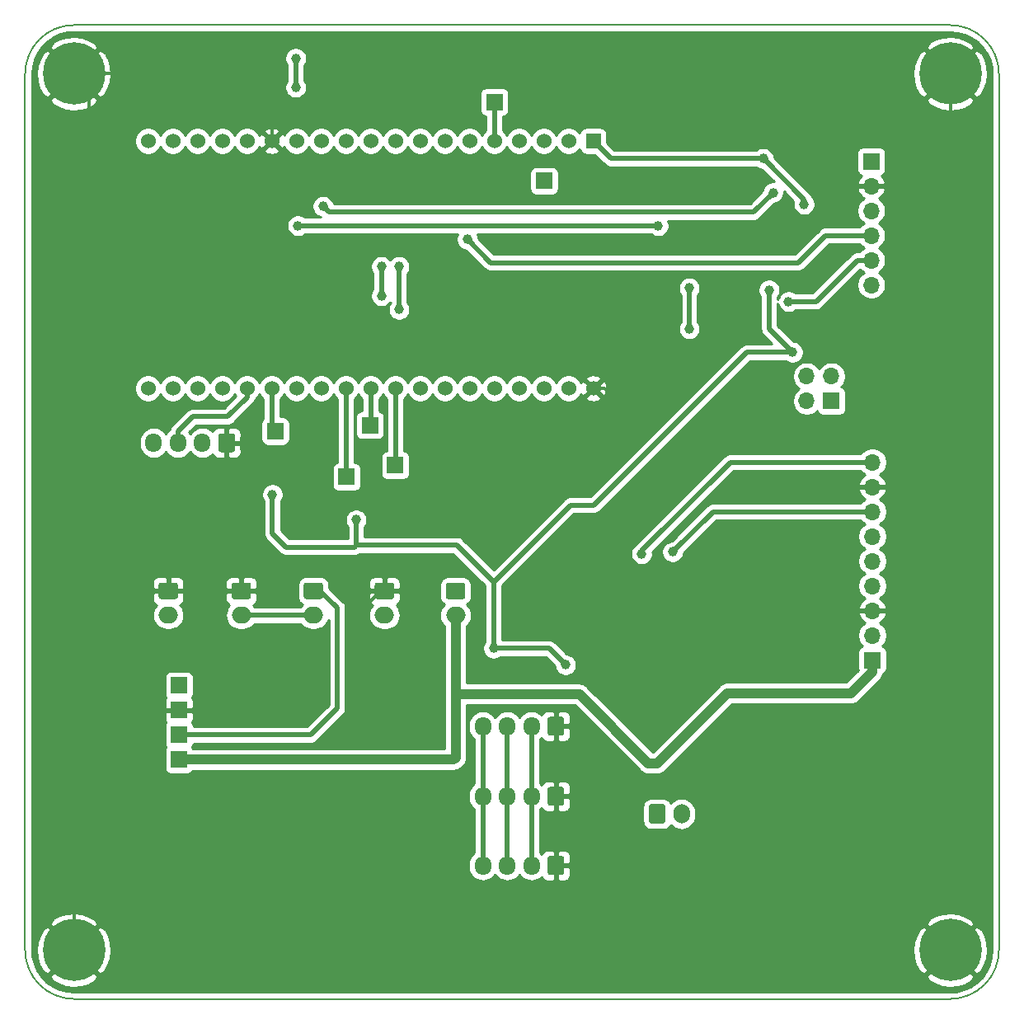
<source format=gbr>
%TF.GenerationSoftware,KiCad,Pcbnew,(5.1.6)-1*%
%TF.CreationDate,2021-03-02T23:33:04+01:00*%
%TF.ProjectId,03_La_Boite_A_Meuh,30335f4c-615f-4426-9f69-74655f415f4d,rev?*%
%TF.SameCoordinates,Original*%
%TF.FileFunction,Copper,L2,Bot*%
%TF.FilePolarity,Positive*%
%FSLAX46Y46*%
G04 Gerber Fmt 4.6, Leading zero omitted, Abs format (unit mm)*
G04 Created by KiCad (PCBNEW (5.1.6)-1) date 2021-03-02 23:33:04*
%MOMM*%
%LPD*%
G01*
G04 APERTURE LIST*
%TA.AperFunction,Profile*%
%ADD10C,0.150000*%
%TD*%
%TA.AperFunction,ComponentPad*%
%ADD11C,0.800000*%
%TD*%
%TA.AperFunction,ComponentPad*%
%ADD12C,6.400000*%
%TD*%
%TA.AperFunction,ComponentPad*%
%ADD13C,1.530000*%
%TD*%
%TA.AperFunction,ComponentPad*%
%ADD14R,1.530000X1.530000*%
%TD*%
%TA.AperFunction,ComponentPad*%
%ADD15R,1.700000X1.700000*%
%TD*%
%TA.AperFunction,ComponentPad*%
%ADD16O,2.000000X1.700000*%
%TD*%
%TA.AperFunction,ComponentPad*%
%ADD17O,1.700000X2.000000*%
%TD*%
%TA.AperFunction,ComponentPad*%
%ADD18O,1.700000X1.950000*%
%TD*%
%TA.AperFunction,ComponentPad*%
%ADD19O,1.700000X1.700000*%
%TD*%
%TA.AperFunction,ViaPad*%
%ADD20C,1.000000*%
%TD*%
%TA.AperFunction,Conductor*%
%ADD21C,0.300000*%
%TD*%
%TA.AperFunction,Conductor*%
%ADD22C,1.000000*%
%TD*%
%TA.AperFunction,Conductor*%
%ADD23C,0.500000*%
%TD*%
%TA.AperFunction,Conductor*%
%ADD24C,0.254000*%
%TD*%
G04 APERTURE END LIST*
D10*
X180000000Y-55000000D02*
X195000000Y-55000000D01*
X157000000Y-55000000D02*
X180000000Y-55000000D01*
X195000000Y-55000000D02*
G75*
G02*
X200000000Y-60000000I0J-5000000D01*
G01*
X200000000Y-150000000D02*
G75*
G02*
X195000000Y-155000000I-5000000J0D01*
G01*
X105000000Y-155000000D02*
G75*
G02*
X100000000Y-150000000I0J5000000D01*
G01*
X100000000Y-60000000D02*
G75*
G02*
X105000000Y-55000000I5000000J0D01*
G01*
X100000000Y-150000000D02*
X100000000Y-60000000D01*
X195000000Y-155000000D02*
X105000000Y-155000000D01*
X200000000Y-60000000D02*
X200000000Y-150000000D01*
X105000000Y-55000000D02*
X157000000Y-55000000D01*
D11*
%TO.P,H3,1*%
%TO.N,GND*%
X196697056Y-148302944D03*
X195000000Y-147600000D03*
X193302944Y-148302944D03*
X192600000Y-150000000D03*
X193302944Y-151697056D03*
X195000000Y-152400000D03*
X196697056Y-151697056D03*
X197400000Y-150000000D03*
D12*
X195000000Y-150000000D03*
%TD*%
D11*
%TO.P,H1,1*%
%TO.N,GND*%
X106697056Y-58302944D03*
X105000000Y-57600000D03*
X103302944Y-58302944D03*
X102600000Y-60000000D03*
X103302944Y-61697056D03*
X105000000Y-62400000D03*
X106697056Y-61697056D03*
X107400000Y-60000000D03*
D12*
X105000000Y-60000000D03*
%TD*%
D11*
%TO.P,H2,1*%
%TO.N,GND*%
X196697056Y-58302944D03*
X195000000Y-57600000D03*
X193302944Y-58302944D03*
X192600000Y-60000000D03*
X193302944Y-61697056D03*
X195000000Y-62400000D03*
X196697056Y-61697056D03*
X197400000Y-60000000D03*
D12*
X195000000Y-60000000D03*
%TD*%
D11*
%TO.P,H4,1*%
%TO.N,GND*%
X106697056Y-148302944D03*
X105000000Y-147600000D03*
X103302944Y-148302944D03*
X102600000Y-150000000D03*
X103302944Y-151697056D03*
X105000000Y-152400000D03*
X106697056Y-151697056D03*
X107400000Y-150000000D03*
D12*
X105000000Y-150000000D03*
%TD*%
D13*
%TO.P,U2,38*%
%TO.N,GND*%
X158350000Y-92300000D03*
%TO.P,U2,37*%
%TO.N,Net-(R22-Pad2)*%
X155810000Y-92300000D03*
%TO.P,U2,36*%
%TO.N,SCL*%
X153270000Y-92300000D03*
%TO.P,U2,35*%
%TO.N,Net-(U2-Pad35)*%
X150730000Y-92300000D03*
%TO.P,U2,34*%
%TO.N,Net-(U2-Pad34)*%
X148190000Y-92300000D03*
%TO.P,U2,33*%
%TO.N,SDA*%
X145650000Y-92300000D03*
%TO.P,U2,32*%
%TO.N,Net-(U2-Pad32)*%
X143110000Y-92300000D03*
%TO.P,U2,31*%
%TO.N,Net-(R38-Pad2)*%
X140570000Y-92300000D03*
%TO.P,U2,30*%
%TO.N,Net-(J15-Pad1)*%
X138030000Y-92300000D03*
%TO.P,U2,29*%
%TO.N,Net-(J13-Pad1)*%
X135490000Y-92300000D03*
%TO.P,U2,28*%
%TO.N,Net-(J12-Pad1)*%
X132950000Y-92300000D03*
%TO.P,U2,27*%
%TO.N,Net-(R32-Pad2)*%
X130410000Y-92300000D03*
%TO.P,U2,26*%
%TO.N,Net-(R24-Pad2)*%
X127870000Y-92300000D03*
%TO.P,U2,25*%
%TO.N,Net-(J25-Pad1)*%
X125330000Y-92300000D03*
%TO.P,U2,24*%
%TO.N,S0*%
X122790000Y-92300000D03*
%TO.P,U2,23*%
%TO.N,Net-(R42-Pad2)*%
X120250000Y-92300000D03*
%TO.P,U2,22*%
%TO.N,Net-(U2-Pad22)*%
X117710000Y-92300000D03*
%TO.P,U2,21*%
%TO.N,Net-(U2-Pad21)*%
X115170000Y-92300000D03*
%TO.P,U2,20*%
%TO.N,Net-(U2-Pad20)*%
X112630000Y-92300000D03*
%TO.P,U2,19*%
%TO.N,5V*%
X112630000Y-66900000D03*
%TO.P,U2,18*%
%TO.N,Net-(U2-Pad18)*%
X115170000Y-66900000D03*
%TO.P,U2,17*%
%TO.N,Net-(U2-Pad17)*%
X117710000Y-66900000D03*
%TO.P,U2,16*%
%TO.N,Net-(U2-Pad16)*%
X120250000Y-66900000D03*
%TO.P,U2,15*%
%TO.N,Net-(R40-Pad1)*%
X122790000Y-66900000D03*
%TO.P,U2,14*%
%TO.N,GND*%
X125330000Y-66900000D03*
%TO.P,U2,13*%
%TO.N,Net-(R37-Pad1)*%
X127870000Y-66900000D03*
%TO.P,U2,12*%
%TO.N,Net-(R35-Pad1)*%
X130410000Y-66900000D03*
%TO.P,U2,11*%
%TO.N,Net-(R33-Pad1)*%
X132950000Y-66900000D03*
%TO.P,U2,10*%
%TO.N,Net-(R31-Pad1)*%
X135490000Y-66900000D03*
%TO.P,U2,9*%
%TO.N,Net-(R29-Pad1)*%
X138030000Y-66900000D03*
%TO.P,U2,8*%
%TO.N,Net-(R27-Pad1)*%
X140570000Y-66900000D03*
%TO.P,U2,7*%
%TO.N,Net-(R26-Pad1)*%
X143110000Y-66900000D03*
%TO.P,U2,6*%
%TO.N,Net-(R25-Pad1)*%
X145650000Y-66900000D03*
%TO.P,U2,5*%
%TO.N,Net-(J14-Pad1)*%
X148190000Y-66900000D03*
%TO.P,U2,4*%
%TO.N,Net-(R23-Pad1)*%
X150730000Y-66900000D03*
%TO.P,U2,3*%
%TO.N,Net-(J10-Pad1)*%
X153270000Y-66900000D03*
%TO.P,U2,2*%
%TO.N,Net-(R7-Pad1)*%
X155810000Y-66900000D03*
D14*
%TO.P,U2,1*%
%TO.N,3V3*%
X158350000Y-66900000D03*
%TD*%
D15*
%TO.P,J10,1*%
%TO.N,Net-(J10-Pad1)*%
X153300000Y-71000000D03*
%TD*%
D16*
%TO.P,J18,2*%
%TO.N,bouton1*%
X136900000Y-115600000D03*
%TO.P,J18,1*%
%TO.N,GND*%
%TA.AperFunction,ComponentPad*%
G36*
G01*
X136150000Y-112250000D02*
X137650000Y-112250000D01*
G75*
G02*
X137900000Y-112500000I0J-250000D01*
G01*
X137900000Y-113700000D01*
G75*
G02*
X137650000Y-113950000I-250000J0D01*
G01*
X136150000Y-113950000D01*
G75*
G02*
X135900000Y-113700000I0J250000D01*
G01*
X135900000Y-112500000D01*
G75*
G02*
X136150000Y-112250000I250000J0D01*
G01*
G37*
%TD.AperFunction*%
%TD*%
D15*
%TO.P,J25,1*%
%TO.N,Net-(J25-Pad1)*%
X125700000Y-96700000D03*
%TD*%
D16*
%TO.P,J26,2*%
%TO.N,5V*%
X144200000Y-115600000D03*
%TO.P,J26,1*%
%TO.N,Net-(J26-Pad1)*%
%TA.AperFunction,ComponentPad*%
G36*
G01*
X143450000Y-112250000D02*
X144950000Y-112250000D01*
G75*
G02*
X145200000Y-112500000I0J-250000D01*
G01*
X145200000Y-113700000D01*
G75*
G02*
X144950000Y-113950000I-250000J0D01*
G01*
X143450000Y-113950000D01*
G75*
G02*
X143200000Y-113700000I0J250000D01*
G01*
X143200000Y-112500000D01*
G75*
G02*
X143450000Y-112250000I250000J0D01*
G01*
G37*
%TD.AperFunction*%
%TD*%
%TO.P,J27,2*%
%TO.N,/Batt_alim/V_ext*%
X114700000Y-115600000D03*
%TO.P,J27,1*%
%TO.N,GND*%
%TA.AperFunction,ComponentPad*%
G36*
G01*
X113950000Y-112250000D02*
X115450000Y-112250000D01*
G75*
G02*
X115700000Y-112500000I0J-250000D01*
G01*
X115700000Y-113700000D01*
G75*
G02*
X115450000Y-113950000I-250000J0D01*
G01*
X113950000Y-113950000D01*
G75*
G02*
X113700000Y-113700000I0J250000D01*
G01*
X113700000Y-112500000D01*
G75*
G02*
X113950000Y-112250000I250000J0D01*
G01*
G37*
%TD.AperFunction*%
%TD*%
D17*
%TO.P,J29,2*%
%TO.N,Net-(J29-Pad2)*%
X167400000Y-136000000D03*
%TO.P,J29,1*%
%TO.N,Net-(J29-Pad1)*%
%TA.AperFunction,ComponentPad*%
G36*
G01*
X164050000Y-136750000D02*
X164050000Y-135250000D01*
G75*
G02*
X164300000Y-135000000I250000J0D01*
G01*
X165500000Y-135000000D01*
G75*
G02*
X165750000Y-135250000I0J-250000D01*
G01*
X165750000Y-136750000D01*
G75*
G02*
X165500000Y-137000000I-250000J0D01*
G01*
X164300000Y-137000000D01*
G75*
G02*
X164050000Y-136750000I0J250000D01*
G01*
G37*
%TD.AperFunction*%
%TD*%
D18*
%TO.P,J6,4*%
%TO.N,back0*%
X113200000Y-97900000D03*
%TO.P,J6,3*%
%TO.N,S0*%
X115700000Y-97900000D03*
%TO.P,J6,2*%
%TO.N,5V*%
X118200000Y-97900000D03*
%TO.P,J6,1*%
%TO.N,GND*%
%TA.AperFunction,ComponentPad*%
G36*
G01*
X121550000Y-97175000D02*
X121550000Y-98625000D01*
G75*
G02*
X121300000Y-98875000I-250000J0D01*
G01*
X120100000Y-98875000D01*
G75*
G02*
X119850000Y-98625000I0J250000D01*
G01*
X119850000Y-97175000D01*
G75*
G02*
X120100000Y-96925000I250000J0D01*
G01*
X121300000Y-96925000D01*
G75*
G02*
X121550000Y-97175000I0J-250000D01*
G01*
G37*
%TD.AperFunction*%
%TD*%
%TO.P,J7,4*%
%TO.N,SDA*%
X147000000Y-141300000D03*
%TO.P,J7,3*%
%TO.N,SCL*%
X149500000Y-141300000D03*
%TO.P,J7,2*%
%TO.N,3V3*%
X152000000Y-141300000D03*
%TO.P,J7,1*%
%TO.N,GND*%
%TA.AperFunction,ComponentPad*%
G36*
G01*
X155350000Y-140575000D02*
X155350000Y-142025000D01*
G75*
G02*
X155100000Y-142275000I-250000J0D01*
G01*
X153900000Y-142275000D01*
G75*
G02*
X153650000Y-142025000I0J250000D01*
G01*
X153650000Y-140575000D01*
G75*
G02*
X153900000Y-140325000I250000J0D01*
G01*
X155100000Y-140325000D01*
G75*
G02*
X155350000Y-140575000I0J-250000D01*
G01*
G37*
%TD.AperFunction*%
%TD*%
%TO.P,J8,4*%
%TO.N,SDA*%
X147000000Y-127000000D03*
%TO.P,J8,3*%
%TO.N,SCL*%
X149500000Y-127000000D03*
%TO.P,J8,2*%
%TO.N,3V3*%
X152000000Y-127000000D03*
%TO.P,J8,1*%
%TO.N,GND*%
%TA.AperFunction,ComponentPad*%
G36*
G01*
X155350000Y-126275000D02*
X155350000Y-127725000D01*
G75*
G02*
X155100000Y-127975000I-250000J0D01*
G01*
X153900000Y-127975000D01*
G75*
G02*
X153650000Y-127725000I0J250000D01*
G01*
X153650000Y-126275000D01*
G75*
G02*
X153900000Y-126025000I250000J0D01*
G01*
X155100000Y-126025000D01*
G75*
G02*
X155350000Y-126275000I0J-250000D01*
G01*
G37*
%TD.AperFunction*%
%TD*%
%TO.P,J11,4*%
%TO.N,SDA*%
X147000000Y-134200000D03*
%TO.P,J11,3*%
%TO.N,SCL*%
X149500000Y-134200000D03*
%TO.P,J11,2*%
%TO.N,3V3*%
X152000000Y-134200000D03*
%TO.P,J11,1*%
%TO.N,GND*%
%TA.AperFunction,ComponentPad*%
G36*
G01*
X155350000Y-133475000D02*
X155350000Y-134925000D01*
G75*
G02*
X155100000Y-135175000I-250000J0D01*
G01*
X153900000Y-135175000D01*
G75*
G02*
X153650000Y-134925000I0J250000D01*
G01*
X153650000Y-133475000D01*
G75*
G02*
X153900000Y-133225000I250000J0D01*
G01*
X155100000Y-133225000D01*
G75*
G02*
X155350000Y-133475000I0J-250000D01*
G01*
G37*
%TD.AperFunction*%
%TD*%
D19*
%TO.P,J2,6*%
%TO.N,Net-(J2-Pad6)*%
X186900000Y-81680000D03*
%TO.P,J2,5*%
%TO.N,mic_LRCL*%
X186900000Y-79140000D03*
%TO.P,J2,4*%
%TO.N,mic_DOUT*%
X186900000Y-76600000D03*
%TO.P,J2,3*%
%TO.N,mic_BCLK*%
X186900000Y-74060000D03*
%TO.P,J2,2*%
%TO.N,GND*%
X186900000Y-71520000D03*
D15*
%TO.P,J2,1*%
%TO.N,3V3*%
X186900000Y-68980000D03*
%TD*%
D19*
%TO.P,J3,9*%
%TO.N,DAC_Rout*%
X187000000Y-99880000D03*
%TO.P,J3,8*%
%TO.N,GND*%
X187000000Y-102420000D03*
%TO.P,J3,7*%
%TO.N,DAC_Lout*%
X187000000Y-104960000D03*
%TO.P,J3,6*%
%TO.N,out_BCLK*%
X187000000Y-107500000D03*
%TO.P,J3,5*%
%TO.N,out_DIN*%
X187000000Y-110040000D03*
%TO.P,J3,4*%
%TO.N,out_WSEL*%
X187000000Y-112580000D03*
%TO.P,J3,3*%
%TO.N,GND*%
X187000000Y-115120000D03*
%TO.P,J3,2*%
%TO.N,Net-(J3-Pad2)*%
X187000000Y-117660000D03*
D15*
%TO.P,J3,1*%
%TO.N,5V*%
X187000000Y-120200000D03*
%TD*%
D19*
%TO.P,J5,4*%
%TO.N,Net-(J5-Pad4)*%
X180260000Y-91060000D03*
%TO.P,J5,3*%
%TO.N,Net-(J5-Pad3)*%
X180260000Y-93600000D03*
%TO.P,J5,2*%
%TO.N,Net-(J5-Pad2)*%
X182800000Y-91060000D03*
D15*
%TO.P,J5,1*%
%TO.N,Net-(J5-Pad1)*%
X182800000Y-93600000D03*
%TD*%
%TO.P,J9,1*%
%TO.N,Net-(J9-Pad1)*%
%TA.AperFunction,ComponentPad*%
G36*
G01*
X128850000Y-112250000D02*
X130350000Y-112250000D01*
G75*
G02*
X130600000Y-112500000I0J-250000D01*
G01*
X130600000Y-113700000D01*
G75*
G02*
X130350000Y-113950000I-250000J0D01*
G01*
X128850000Y-113950000D01*
G75*
G02*
X128600000Y-113700000I0J250000D01*
G01*
X128600000Y-112500000D01*
G75*
G02*
X128850000Y-112250000I250000J0D01*
G01*
G37*
%TD.AperFunction*%
D16*
%TO.P,J9,2*%
%TO.N,Net-(J4-Pad2)*%
X129600000Y-115600000D03*
%TD*%
%TO.P,J4,1*%
%TO.N,GND*%
%TA.AperFunction,ComponentPad*%
G36*
G01*
X121450000Y-112250000D02*
X122950000Y-112250000D01*
G75*
G02*
X123200000Y-112500000I0J-250000D01*
G01*
X123200000Y-113700000D01*
G75*
G02*
X122950000Y-113950000I-250000J0D01*
G01*
X121450000Y-113950000D01*
G75*
G02*
X121200000Y-113700000I0J250000D01*
G01*
X121200000Y-112500000D01*
G75*
G02*
X121450000Y-112250000I250000J0D01*
G01*
G37*
%TD.AperFunction*%
%TO.P,J4,2*%
%TO.N,Net-(J4-Pad2)*%
X122200000Y-115600000D03*
%TD*%
D15*
%TO.P,J12,1*%
%TO.N,Net-(J12-Pad1)*%
X133000000Y-101400000D03*
%TD*%
%TO.P,J13,1*%
%TO.N,Net-(J13-Pad1)*%
X135400000Y-96100000D03*
%TD*%
%TO.P,J14,1*%
%TO.N,Net-(J14-Pad1)*%
X148200000Y-62900000D03*
%TD*%
%TO.P,J15,1*%
%TO.N,Net-(J15-Pad1)*%
X138000000Y-100200000D03*
%TD*%
%TO.P,U4,1*%
%TO.N,/Batt_alim/V_ext*%
X115800000Y-122800000D03*
%TO.P,U4,2*%
%TO.N,GND*%
X115800000Y-125340000D03*
%TO.P,U4,3*%
%TO.N,Net-(J9-Pad1)*%
X115800000Y-127880000D03*
%TO.P,U4,4*%
%TO.N,5V*%
X115800000Y-130420000D03*
%TD*%
D20*
%TO.N,GND*%
X176000000Y-64500000D03*
X178000000Y-68500000D03*
X171500000Y-76500000D03*
X160000000Y-116000000D03*
X189200000Y-92400000D03*
X182800000Y-84600000D03*
X142300000Y-100400000D03*
X166400000Y-111600000D03*
X136000000Y-123100000D03*
X129400000Y-123200000D03*
X168000000Y-130900000D03*
X157100000Y-107200000D03*
X157150000Y-102450000D03*
%TO.N,5V*%
X164000000Y-130800000D03*
X172100000Y-123600000D03*
%TO.N,3V3*%
X178800000Y-88600000D03*
X175795000Y-68705000D03*
X180000000Y-73400000D03*
X176400000Y-82200000D03*
X125400000Y-103200000D03*
X134000000Y-105800000D03*
X155500000Y-120700000D03*
X148100000Y-119000000D03*
%TO.N,DAC_Lout*%
X166500000Y-109100000D03*
%TO.N,DAC_Rout*%
X163300000Y-109300000D03*
%TO.N,mic_DOUT*%
X145400000Y-77000000D03*
%TO.N,mic_LRCL*%
X178400000Y-83400000D03*
%TO.N,out_WSEL*%
X138400000Y-84200000D03*
X138400000Y-79800000D03*
%TO.N,out_DIN*%
X136600000Y-79800000D03*
X136600000Y-82800000D03*
%TO.N,SD_MISO*%
X165000000Y-75600000D03*
X128000000Y-75600000D03*
%TO.N,TILT*%
X168200000Y-82000000D03*
X168200000Y-86200000D03*
%TO.N,SD_CLK*%
X130600000Y-73600000D03*
X176800000Y-72200000D03*
%TO.N,SD_MOSI*%
X127800000Y-61400000D03*
X127800000Y-58400000D03*
%TD*%
D21*
%TO.N,GND*%
X184929000Y-134970998D02*
X184954999Y-134944999D01*
X107000000Y-138000000D02*
X107000000Y-127500000D01*
X105000000Y-140000000D02*
X107000000Y-138000000D01*
X105000000Y-150000000D02*
X105000000Y-140000000D01*
X120700000Y-97900000D02*
X120700000Y-101000000D01*
X187018000Y-142018000D02*
X184929000Y-142018000D01*
X195000000Y-150000000D02*
X188000000Y-143000000D01*
X188000000Y-143000000D02*
X187018000Y-142018000D01*
X184954999Y-127921000D02*
X184954999Y-126545001D01*
X184954999Y-126545001D02*
X190000000Y-121500000D01*
X190000000Y-121500000D02*
X190000000Y-116000000D01*
X189120000Y-115120000D02*
X187000000Y-115120000D01*
X190000000Y-116000000D02*
X189120000Y-115120000D01*
X187000000Y-102420000D02*
X188420000Y-102420000D01*
X188420000Y-102420000D02*
X190000000Y-104000000D01*
X190000000Y-104000000D02*
X190000000Y-116000000D01*
X190000000Y-94800000D02*
X190000000Y-104000000D01*
X106600000Y-61600000D02*
X105000000Y-60000000D01*
X106600000Y-72400000D02*
X106600000Y-61600000D01*
X125330000Y-66900000D02*
X125330000Y-63330000D01*
X122000000Y-60000000D02*
X105000000Y-60000000D01*
X125330000Y-63330000D02*
X122000000Y-60000000D01*
X115700000Y-106000000D02*
X115700000Y-103900000D01*
X106600000Y-94800000D02*
X106600000Y-72400000D01*
X115700000Y-103900000D02*
X106600000Y-94800000D01*
X189200000Y-92400000D02*
X189800000Y-93000000D01*
X189800000Y-94600000D02*
X190000000Y-94800000D01*
X189800000Y-93000000D02*
X189800000Y-94600000D01*
X189200000Y-85000000D02*
X189200000Y-92400000D01*
X189000000Y-84600000D02*
X189000000Y-84800000D01*
X182800000Y-84600000D02*
X189000000Y-84600000D01*
X186900000Y-71520000D02*
X189120000Y-71520000D01*
X189100000Y-71540000D02*
X189100000Y-84900000D01*
X189120000Y-71520000D02*
X189100000Y-71540000D01*
X189000000Y-84800000D02*
X189100000Y-84900000D01*
X189100000Y-84900000D02*
X189200000Y-85000000D01*
X195000000Y-65640000D02*
X189100000Y-71540000D01*
X178000000Y-68500000D02*
X178000000Y-65200000D01*
X177300000Y-64500000D02*
X176000000Y-64500000D01*
X178000000Y-65200000D02*
X177300000Y-64500000D01*
X177300000Y-64500000D02*
X194900000Y-64500000D01*
X194900000Y-64500000D02*
X195000000Y-64600000D01*
X195000000Y-60000000D02*
X195000000Y-64600000D01*
X195000000Y-64600000D02*
X195000000Y-65640000D01*
X171500000Y-76500000D02*
X179500000Y-76500000D01*
X184480000Y-71520000D02*
X186900000Y-71520000D01*
X179500000Y-76500000D02*
X184480000Y-71520000D01*
X107060000Y-125340000D02*
X107000000Y-125400000D01*
X115800000Y-125340000D02*
X107060000Y-125340000D01*
X107000000Y-127500000D02*
X107000000Y-125400000D01*
X115700000Y-106000000D02*
X115700000Y-108000000D01*
X109500000Y-114200000D02*
X107000000Y-116700000D01*
X107000000Y-125400000D02*
X107000000Y-116700000D01*
X109500000Y-114200000D02*
X108300000Y-115400000D01*
X114700000Y-113100000D02*
X110600000Y-113100000D01*
X110600000Y-113100000D02*
X110500000Y-113200000D01*
X115700000Y-108000000D02*
X110500000Y-113200000D01*
X110500000Y-113200000D02*
X109500000Y-114200000D01*
X160000000Y-116000000D02*
X163700000Y-116000000D01*
X163700000Y-116000000D02*
X166400000Y-113300000D01*
X166400000Y-113300000D02*
X166400000Y-111600000D01*
X187000000Y-102420000D02*
X171480000Y-102420000D01*
X171480000Y-102420000D02*
X164900000Y-109000000D01*
X164900000Y-110100000D02*
X166400000Y-111600000D01*
X164900000Y-109000000D02*
X164900000Y-110100000D01*
X117800000Y-103900000D02*
X117900000Y-103800000D01*
X115700000Y-103900000D02*
X117800000Y-103900000D01*
X120700000Y-101000000D02*
X117900000Y-103800000D01*
X118800000Y-118100000D02*
X118800000Y-113100000D01*
X123900000Y-123200000D02*
X118800000Y-118100000D01*
X129400000Y-123200000D02*
X123900000Y-123200000D01*
X122200000Y-113100000D02*
X118800000Y-113100000D01*
X118800000Y-113100000D02*
X114700000Y-113100000D01*
X136900000Y-113100000D02*
X136500000Y-113100000D01*
X136500000Y-113100000D02*
X134800000Y-114800000D01*
X134800000Y-121900000D02*
X136000000Y-123100000D01*
X134800000Y-114800000D02*
X134800000Y-121900000D01*
X160000000Y-110400000D02*
X160000000Y-116000000D01*
X157050000Y-107450000D02*
X160000000Y-110400000D01*
X162000000Y-94800000D02*
X162000000Y-97600000D01*
X159500000Y-92300000D02*
X162000000Y-94800000D01*
X158350000Y-92300000D02*
X159500000Y-92300000D01*
X154500000Y-127000000D02*
X154500000Y-141300000D01*
X184200000Y-130900000D02*
X184954999Y-130145001D01*
X168000000Y-130900000D02*
X184200000Y-130900000D01*
X184954999Y-134944999D02*
X184954999Y-130145001D01*
X184954999Y-130145001D02*
X184954999Y-127921000D01*
X154500000Y-141300000D02*
X172700000Y-141300000D01*
X173029000Y-140971000D02*
X184929000Y-140971000D01*
X184929000Y-142018000D02*
X184929000Y-140971000D01*
X172700000Y-141300000D02*
X173029000Y-140971000D01*
X184929000Y-140971000D02*
X184929000Y-134970998D01*
X157050000Y-107450000D02*
X157050000Y-107250000D01*
X157050000Y-107250000D02*
X157100000Y-107200000D01*
X162000000Y-97600000D02*
X157150000Y-102450000D01*
X157150000Y-102450000D02*
X157050000Y-102550000D01*
D22*
%TO.N,5V*%
X187000000Y-121400000D02*
X187000000Y-120200000D01*
X184800000Y-123600000D02*
X187000000Y-121400000D01*
X164000000Y-130800000D02*
X164900000Y-130800000D01*
X172100000Y-123600000D02*
X172900000Y-123600000D01*
X164900000Y-130800000D02*
X172100000Y-123600000D01*
X172900000Y-123600000D02*
X184800000Y-123600000D01*
X144200000Y-130240000D02*
X144020000Y-130420000D01*
X115800000Y-130420000D02*
X144020000Y-130420000D01*
X144200000Y-123700000D02*
X156900000Y-123700000D01*
X144200000Y-123700000D02*
X144200000Y-130240000D01*
X156900000Y-123700000D02*
X164000000Y-130800000D01*
X144200000Y-115600000D02*
X144200000Y-123700000D01*
D23*
%TO.N,Net-(J4-Pad2)*%
X129600000Y-115600000D02*
X122200000Y-115600000D01*
%TO.N,S0*%
X115700000Y-97900000D02*
X115700000Y-96700000D01*
X115700000Y-96700000D02*
X117200000Y-95200000D01*
X117200000Y-95200000D02*
X120800000Y-95200000D01*
X122790000Y-93210000D02*
X122790000Y-92300000D01*
X120800000Y-95200000D02*
X122790000Y-93210000D01*
%TO.N,SCL*%
X149500000Y-127000000D02*
X149500000Y-141300000D01*
%TO.N,SDA*%
X147000000Y-127000000D02*
X147000000Y-141300000D01*
%TO.N,Net-(J25-Pad1)*%
X125000000Y-91970000D02*
X125330000Y-92300000D01*
X125330000Y-96330000D02*
X125700000Y-96700000D01*
X125330000Y-92300000D02*
X125330000Y-96330000D01*
%TO.N,3V3*%
X160155000Y-68705000D02*
X158350000Y-66900000D01*
X175795000Y-68705000D02*
X160155000Y-68705000D01*
X175795000Y-68705000D02*
X180000000Y-72910000D01*
X180000000Y-72910000D02*
X180000000Y-73400000D01*
X176400000Y-86200000D02*
X178800000Y-88600000D01*
X176400000Y-82200000D02*
X176400000Y-86200000D01*
X125400000Y-103200000D02*
X125400000Y-107200000D01*
X125400000Y-107200000D02*
X126800000Y-108600000D01*
X134000000Y-108400000D02*
X133800000Y-108600000D01*
X126800000Y-108600000D02*
X133800000Y-108600000D01*
X134000000Y-105800000D02*
X134000000Y-108400000D01*
X152000000Y-127000000D02*
X152000000Y-141300000D01*
X153800000Y-119000000D02*
X155500000Y-120700000D01*
X148100000Y-119000000D02*
X153800000Y-119000000D01*
X134000000Y-108400000D02*
X144300000Y-108400000D01*
X148100000Y-112200000D02*
X148100000Y-119000000D01*
X144300000Y-108400000D02*
X148100000Y-112200000D01*
X178800000Y-88600000D02*
X174100000Y-88600000D01*
X174100000Y-88600000D02*
X158400000Y-104300000D01*
X156000000Y-104300000D02*
X148100000Y-112200000D01*
X158400000Y-104300000D02*
X156000000Y-104300000D01*
%TO.N,DAC_Lout*%
X170640000Y-104960000D02*
X187000000Y-104960000D01*
X166500000Y-109100000D02*
X170640000Y-104960000D01*
%TO.N,DAC_Rout*%
X186920000Y-99800000D02*
X187000000Y-99880000D01*
X187000000Y-99880000D02*
X172420000Y-99880000D01*
X172420000Y-99880000D02*
X163300000Y-109000000D01*
X163300000Y-109000000D02*
X163300000Y-109300000D01*
%TO.N,mic_DOUT*%
X182200000Y-76600000D02*
X186900000Y-76600000D01*
X179400000Y-79400000D02*
X182200000Y-76600000D01*
X147800000Y-79400000D02*
X179400000Y-79400000D01*
X145400000Y-77000000D02*
X147800000Y-79400000D01*
%TO.N,mic_LRCL*%
X178400000Y-83400000D02*
X181200000Y-83400000D01*
X185460000Y-79140000D02*
X186900000Y-79140000D01*
X181200000Y-83400000D02*
X185460000Y-79140000D01*
%TO.N,out_WSEL*%
X138400000Y-84200000D02*
X138400000Y-79800000D01*
%TO.N,out_DIN*%
X136600000Y-79800000D02*
X136600000Y-82800000D01*
%TO.N,SD_MISO*%
X165000000Y-75600000D02*
X128000000Y-75600000D01*
%TO.N,TILT*%
X168200000Y-82000000D02*
X168200000Y-86200000D01*
%TO.N,SD_CLK*%
X130600000Y-73600000D02*
X131200000Y-74200000D01*
X131200000Y-74200000D02*
X174800000Y-74200000D01*
X174800000Y-74200000D02*
X176800000Y-72200000D01*
%TO.N,SD_MOSI*%
X127800000Y-61400000D02*
X127800000Y-58400000D01*
%TO.N,Net-(J9-Pad1)*%
X132050000Y-125150000D02*
X129320000Y-127880000D01*
X129320000Y-127880000D02*
X115800000Y-127880000D01*
X132050000Y-114850000D02*
X132050000Y-125150000D01*
X130300000Y-113100000D02*
X132050000Y-114850000D01*
X129600000Y-113100000D02*
X130300000Y-113100000D01*
%TO.N,Net-(J12-Pad1)*%
X132950000Y-101350000D02*
X133000000Y-101400000D01*
X132950000Y-92300000D02*
X132950000Y-101350000D01*
%TO.N,Net-(J13-Pad1)*%
X135490000Y-96010000D02*
X135400000Y-96100000D01*
X135490000Y-92300000D02*
X135490000Y-96010000D01*
%TO.N,Net-(J14-Pad1)*%
X148190000Y-62910000D02*
X148200000Y-62900000D01*
X148190000Y-66900000D02*
X148190000Y-62910000D01*
%TO.N,Net-(J15-Pad1)*%
X138030000Y-100170000D02*
X138000000Y-100200000D01*
X138030000Y-92300000D02*
X138030000Y-100170000D01*
%TD*%
D24*
%TO.N,GND*%
G36*
X195759192Y-55780578D02*
G01*
X196494389Y-55981705D01*
X197182351Y-56309846D01*
X197801331Y-56754628D01*
X198331761Y-57301988D01*
X198756884Y-57934639D01*
X199063251Y-58632561D01*
X199242499Y-59379183D01*
X199290000Y-60026030D01*
X199290001Y-149968370D01*
X199219422Y-150759193D01*
X199018295Y-151494389D01*
X198690152Y-152182355D01*
X198245374Y-152801328D01*
X197698012Y-153331761D01*
X197065362Y-153756883D01*
X196367439Y-154063251D01*
X195620819Y-154242499D01*
X194973970Y-154290000D01*
X105031618Y-154290000D01*
X104240807Y-154219422D01*
X103505611Y-154018295D01*
X102817645Y-153690152D01*
X102198672Y-153245374D01*
X101671020Y-152700881D01*
X102478724Y-152700881D01*
X102838912Y-153190548D01*
X103502882Y-153550849D01*
X104224385Y-153774694D01*
X104975695Y-153853480D01*
X105727938Y-153784178D01*
X106452208Y-153569452D01*
X107120670Y-153217555D01*
X107161088Y-153190548D01*
X107521276Y-152700881D01*
X192478724Y-152700881D01*
X192838912Y-153190548D01*
X193502882Y-153550849D01*
X194224385Y-153774694D01*
X194975695Y-153853480D01*
X195727938Y-153784178D01*
X196452208Y-153569452D01*
X197120670Y-153217555D01*
X197161088Y-153190548D01*
X197521276Y-152700881D01*
X195000000Y-150179605D01*
X192478724Y-152700881D01*
X107521276Y-152700881D01*
X105000000Y-150179605D01*
X102478724Y-152700881D01*
X101671020Y-152700881D01*
X101668239Y-152698012D01*
X101243117Y-152065362D01*
X100936749Y-151367439D01*
X100757501Y-150620819D01*
X100710127Y-149975695D01*
X101146520Y-149975695D01*
X101215822Y-150727938D01*
X101430548Y-151452208D01*
X101782445Y-152120670D01*
X101809452Y-152161088D01*
X102299119Y-152521276D01*
X104820395Y-150000000D01*
X105179605Y-150000000D01*
X107700881Y-152521276D01*
X108190548Y-152161088D01*
X108550849Y-151497118D01*
X108774694Y-150775615D01*
X108853480Y-150024305D01*
X108849002Y-149975695D01*
X191146520Y-149975695D01*
X191215822Y-150727938D01*
X191430548Y-151452208D01*
X191782445Y-152120670D01*
X191809452Y-152161088D01*
X192299119Y-152521276D01*
X194820395Y-150000000D01*
X195179605Y-150000000D01*
X197700881Y-152521276D01*
X198190548Y-152161088D01*
X198550849Y-151497118D01*
X198774694Y-150775615D01*
X198853480Y-150024305D01*
X198784178Y-149272062D01*
X198569452Y-148547792D01*
X198217555Y-147879330D01*
X198190548Y-147838912D01*
X197700881Y-147478724D01*
X195179605Y-150000000D01*
X194820395Y-150000000D01*
X192299119Y-147478724D01*
X191809452Y-147838912D01*
X191449151Y-148502882D01*
X191225306Y-149224385D01*
X191146520Y-149975695D01*
X108849002Y-149975695D01*
X108784178Y-149272062D01*
X108569452Y-148547792D01*
X108217555Y-147879330D01*
X108190548Y-147838912D01*
X107700881Y-147478724D01*
X105179605Y-150000000D01*
X104820395Y-150000000D01*
X102299119Y-147478724D01*
X101809452Y-147838912D01*
X101449151Y-148502882D01*
X101225306Y-149224385D01*
X101146520Y-149975695D01*
X100710127Y-149975695D01*
X100710000Y-149973970D01*
X100710000Y-147299119D01*
X102478724Y-147299119D01*
X105000000Y-149820395D01*
X107521276Y-147299119D01*
X192478724Y-147299119D01*
X195000000Y-149820395D01*
X197521276Y-147299119D01*
X197161088Y-146809452D01*
X196497118Y-146449151D01*
X195775615Y-146225306D01*
X195024305Y-146146520D01*
X194272062Y-146215822D01*
X193547792Y-146430548D01*
X192879330Y-146782445D01*
X192838912Y-146809452D01*
X192478724Y-147299119D01*
X107521276Y-147299119D01*
X107161088Y-146809452D01*
X106497118Y-146449151D01*
X105775615Y-146225306D01*
X105024305Y-146146520D01*
X104272062Y-146215822D01*
X103547792Y-146430548D01*
X102879330Y-146782445D01*
X102838912Y-146809452D01*
X102478724Y-147299119D01*
X100710000Y-147299119D01*
X100710000Y-126190000D01*
X114311928Y-126190000D01*
X114324188Y-126314482D01*
X114360498Y-126434180D01*
X114419463Y-126544494D01*
X114473222Y-126610000D01*
X114419463Y-126675506D01*
X114360498Y-126785820D01*
X114324188Y-126905518D01*
X114311928Y-127030000D01*
X114311928Y-128730000D01*
X114324188Y-128854482D01*
X114360498Y-128974180D01*
X114419463Y-129084494D01*
X114473222Y-129150000D01*
X114419463Y-129215506D01*
X114360498Y-129325820D01*
X114324188Y-129445518D01*
X114311928Y-129570000D01*
X114311928Y-131270000D01*
X114324188Y-131394482D01*
X114360498Y-131514180D01*
X114419463Y-131624494D01*
X114498815Y-131721185D01*
X114595506Y-131800537D01*
X114705820Y-131859502D01*
X114825518Y-131895812D01*
X114950000Y-131908072D01*
X116650000Y-131908072D01*
X116774482Y-131895812D01*
X116894180Y-131859502D01*
X117004494Y-131800537D01*
X117101185Y-131721185D01*
X117180537Y-131624494D01*
X117217683Y-131555000D01*
X143964249Y-131555000D01*
X144020000Y-131560491D01*
X144075751Y-131555000D01*
X144075752Y-131555000D01*
X144242499Y-131538577D01*
X144456447Y-131473676D01*
X144653623Y-131368284D01*
X144826449Y-131226449D01*
X144861996Y-131183135D01*
X144963135Y-131081996D01*
X145006449Y-131046449D01*
X145148284Y-130873623D01*
X145253676Y-130676447D01*
X145318577Y-130462499D01*
X145335000Y-130295752D01*
X145335000Y-130295742D01*
X145340490Y-130240001D01*
X145335000Y-130184259D01*
X145335000Y-126802050D01*
X145515000Y-126802050D01*
X145515000Y-127197949D01*
X145536487Y-127416110D01*
X145621401Y-127696033D01*
X145759294Y-127954013D01*
X145944866Y-128180134D01*
X146115000Y-128319760D01*
X146115000Y-132880241D01*
X145944866Y-133019866D01*
X145759294Y-133245986D01*
X145621401Y-133503966D01*
X145536487Y-133783889D01*
X145515000Y-134002050D01*
X145515000Y-134397949D01*
X145536487Y-134616110D01*
X145621401Y-134896033D01*
X145759294Y-135154013D01*
X145944866Y-135380134D01*
X146115001Y-135519760D01*
X146115001Y-139980240D01*
X145944866Y-140119866D01*
X145759294Y-140345986D01*
X145621401Y-140603966D01*
X145536487Y-140883889D01*
X145515000Y-141102050D01*
X145515000Y-141497949D01*
X145536487Y-141716110D01*
X145621401Y-141996033D01*
X145759294Y-142254013D01*
X145944866Y-142480134D01*
X146170986Y-142665706D01*
X146428966Y-142803599D01*
X146708889Y-142888513D01*
X147000000Y-142917185D01*
X147291110Y-142888513D01*
X147571033Y-142803599D01*
X147829013Y-142665706D01*
X148055134Y-142480134D01*
X148240706Y-142254014D01*
X148250000Y-142236626D01*
X148259294Y-142254013D01*
X148444866Y-142480134D01*
X148670986Y-142665706D01*
X148928966Y-142803599D01*
X149208889Y-142888513D01*
X149500000Y-142917185D01*
X149791110Y-142888513D01*
X150071033Y-142803599D01*
X150329013Y-142665706D01*
X150555134Y-142480134D01*
X150740706Y-142254014D01*
X150750000Y-142236626D01*
X150759294Y-142254013D01*
X150944866Y-142480134D01*
X151170986Y-142665706D01*
X151428966Y-142803599D01*
X151708889Y-142888513D01*
X152000000Y-142917185D01*
X152291110Y-142888513D01*
X152571033Y-142803599D01*
X152829013Y-142665706D01*
X153049945Y-142484392D01*
X153060498Y-142519180D01*
X153119463Y-142629494D01*
X153198815Y-142726185D01*
X153295506Y-142805537D01*
X153405820Y-142864502D01*
X153525518Y-142900812D01*
X153650000Y-142913072D01*
X154214250Y-142910000D01*
X154373000Y-142751250D01*
X154373000Y-141427000D01*
X154627000Y-141427000D01*
X154627000Y-142751250D01*
X154785750Y-142910000D01*
X155350000Y-142913072D01*
X155474482Y-142900812D01*
X155594180Y-142864502D01*
X155704494Y-142805537D01*
X155801185Y-142726185D01*
X155880537Y-142629494D01*
X155939502Y-142519180D01*
X155975812Y-142399482D01*
X155988072Y-142275000D01*
X155985000Y-141585750D01*
X155826250Y-141427000D01*
X154627000Y-141427000D01*
X154373000Y-141427000D01*
X154353000Y-141427000D01*
X154353000Y-141173000D01*
X154373000Y-141173000D01*
X154373000Y-139848750D01*
X154627000Y-139848750D01*
X154627000Y-141173000D01*
X155826250Y-141173000D01*
X155985000Y-141014250D01*
X155988072Y-140325000D01*
X155975812Y-140200518D01*
X155939502Y-140080820D01*
X155880537Y-139970506D01*
X155801185Y-139873815D01*
X155704494Y-139794463D01*
X155594180Y-139735498D01*
X155474482Y-139699188D01*
X155350000Y-139686928D01*
X154785750Y-139690000D01*
X154627000Y-139848750D01*
X154373000Y-139848750D01*
X154214250Y-139690000D01*
X153650000Y-139686928D01*
X153525518Y-139699188D01*
X153405820Y-139735498D01*
X153295506Y-139794463D01*
X153198815Y-139873815D01*
X153119463Y-139970506D01*
X153060498Y-140080820D01*
X153049945Y-140115608D01*
X152885000Y-139980241D01*
X152885000Y-135519759D01*
X153049945Y-135384392D01*
X153060498Y-135419180D01*
X153119463Y-135529494D01*
X153198815Y-135626185D01*
X153295506Y-135705537D01*
X153405820Y-135764502D01*
X153525518Y-135800812D01*
X153650000Y-135813072D01*
X154214250Y-135810000D01*
X154373000Y-135651250D01*
X154373000Y-134327000D01*
X154627000Y-134327000D01*
X154627000Y-135651250D01*
X154785750Y-135810000D01*
X155350000Y-135813072D01*
X155474482Y-135800812D01*
X155594180Y-135764502D01*
X155704494Y-135705537D01*
X155801185Y-135626185D01*
X155880537Y-135529494D01*
X155939502Y-135419180D01*
X155975812Y-135299482D01*
X155980685Y-135250000D01*
X163411928Y-135250000D01*
X163411928Y-136750000D01*
X163428992Y-136923254D01*
X163479528Y-137089850D01*
X163561595Y-137243386D01*
X163672038Y-137377962D01*
X163806614Y-137488405D01*
X163960150Y-137570472D01*
X164126746Y-137621008D01*
X164300000Y-137638072D01*
X165500000Y-137638072D01*
X165673254Y-137621008D01*
X165839850Y-137570472D01*
X165993386Y-137488405D01*
X166127962Y-137377962D01*
X166238405Y-137243386D01*
X166292777Y-137141663D01*
X166344866Y-137205134D01*
X166570987Y-137390706D01*
X166828967Y-137528599D01*
X167108890Y-137613513D01*
X167400000Y-137642185D01*
X167691111Y-137613513D01*
X167971034Y-137528599D01*
X168229014Y-137390706D01*
X168455134Y-137205134D01*
X168640706Y-136979014D01*
X168778599Y-136721033D01*
X168863513Y-136441110D01*
X168885000Y-136222949D01*
X168885000Y-135777050D01*
X168863513Y-135558889D01*
X168778599Y-135278966D01*
X168640706Y-135020986D01*
X168455134Y-134794866D01*
X168229013Y-134609294D01*
X167971033Y-134471401D01*
X167691110Y-134386487D01*
X167400000Y-134357815D01*
X167108889Y-134386487D01*
X166828966Y-134471401D01*
X166570986Y-134609294D01*
X166344866Y-134794866D01*
X166292777Y-134858337D01*
X166238405Y-134756614D01*
X166127962Y-134622038D01*
X165993386Y-134511595D01*
X165839850Y-134429528D01*
X165673254Y-134378992D01*
X165500000Y-134361928D01*
X164300000Y-134361928D01*
X164126746Y-134378992D01*
X163960150Y-134429528D01*
X163806614Y-134511595D01*
X163672038Y-134622038D01*
X163561595Y-134756614D01*
X163479528Y-134910150D01*
X163428992Y-135076746D01*
X163411928Y-135250000D01*
X155980685Y-135250000D01*
X155988072Y-135175000D01*
X155985000Y-134485750D01*
X155826250Y-134327000D01*
X154627000Y-134327000D01*
X154373000Y-134327000D01*
X154353000Y-134327000D01*
X154353000Y-134073000D01*
X154373000Y-134073000D01*
X154373000Y-132748750D01*
X154627000Y-132748750D01*
X154627000Y-134073000D01*
X155826250Y-134073000D01*
X155985000Y-133914250D01*
X155988072Y-133225000D01*
X155975812Y-133100518D01*
X155939502Y-132980820D01*
X155880537Y-132870506D01*
X155801185Y-132773815D01*
X155704494Y-132694463D01*
X155594180Y-132635498D01*
X155474482Y-132599188D01*
X155350000Y-132586928D01*
X154785750Y-132590000D01*
X154627000Y-132748750D01*
X154373000Y-132748750D01*
X154214250Y-132590000D01*
X153650000Y-132586928D01*
X153525518Y-132599188D01*
X153405820Y-132635498D01*
X153295506Y-132694463D01*
X153198815Y-132773815D01*
X153119463Y-132870506D01*
X153060498Y-132980820D01*
X153049945Y-133015608D01*
X152885000Y-132880241D01*
X152885000Y-128319759D01*
X153049945Y-128184392D01*
X153060498Y-128219180D01*
X153119463Y-128329494D01*
X153198815Y-128426185D01*
X153295506Y-128505537D01*
X153405820Y-128564502D01*
X153525518Y-128600812D01*
X153650000Y-128613072D01*
X154214250Y-128610000D01*
X154373000Y-128451250D01*
X154373000Y-127127000D01*
X154627000Y-127127000D01*
X154627000Y-128451250D01*
X154785750Y-128610000D01*
X155350000Y-128613072D01*
X155474482Y-128600812D01*
X155594180Y-128564502D01*
X155704494Y-128505537D01*
X155801185Y-128426185D01*
X155880537Y-128329494D01*
X155939502Y-128219180D01*
X155975812Y-128099482D01*
X155988072Y-127975000D01*
X155985000Y-127285750D01*
X155826250Y-127127000D01*
X154627000Y-127127000D01*
X154373000Y-127127000D01*
X154353000Y-127127000D01*
X154353000Y-126873000D01*
X154373000Y-126873000D01*
X154373000Y-125548750D01*
X154627000Y-125548750D01*
X154627000Y-126873000D01*
X155826250Y-126873000D01*
X155985000Y-126714250D01*
X155988072Y-126025000D01*
X155975812Y-125900518D01*
X155939502Y-125780820D01*
X155880537Y-125670506D01*
X155801185Y-125573815D01*
X155704494Y-125494463D01*
X155594180Y-125435498D01*
X155474482Y-125399188D01*
X155350000Y-125386928D01*
X154785750Y-125390000D01*
X154627000Y-125548750D01*
X154373000Y-125548750D01*
X154214250Y-125390000D01*
X153650000Y-125386928D01*
X153525518Y-125399188D01*
X153405820Y-125435498D01*
X153295506Y-125494463D01*
X153198815Y-125573815D01*
X153119463Y-125670506D01*
X153060498Y-125780820D01*
X153049945Y-125815608D01*
X152829014Y-125634294D01*
X152571034Y-125496401D01*
X152291111Y-125411487D01*
X152000000Y-125382815D01*
X151708890Y-125411487D01*
X151428967Y-125496401D01*
X151170987Y-125634294D01*
X150944866Y-125819866D01*
X150759294Y-126045986D01*
X150750000Y-126063374D01*
X150740706Y-126045986D01*
X150555134Y-125819866D01*
X150329014Y-125634294D01*
X150071034Y-125496401D01*
X149791111Y-125411487D01*
X149500000Y-125382815D01*
X149208890Y-125411487D01*
X148928967Y-125496401D01*
X148670987Y-125634294D01*
X148444866Y-125819866D01*
X148259294Y-126045986D01*
X148250000Y-126063374D01*
X148240706Y-126045986D01*
X148055134Y-125819866D01*
X147829014Y-125634294D01*
X147571034Y-125496401D01*
X147291111Y-125411487D01*
X147000000Y-125382815D01*
X146708890Y-125411487D01*
X146428967Y-125496401D01*
X146170987Y-125634294D01*
X145944866Y-125819866D01*
X145759294Y-126045986D01*
X145621401Y-126303966D01*
X145536487Y-126583889D01*
X145515000Y-126802050D01*
X145335000Y-126802050D01*
X145335000Y-124835000D01*
X156429869Y-124835000D01*
X163118388Y-131523520D01*
X163158009Y-131563141D01*
X163193551Y-131606449D01*
X163236859Y-131641991D01*
X163276480Y-131681612D01*
X163323068Y-131712741D01*
X163366377Y-131748284D01*
X163415786Y-131774693D01*
X163462376Y-131805824D01*
X163514149Y-131827269D01*
X163563553Y-131853676D01*
X163617158Y-131869937D01*
X163668933Y-131891383D01*
X163723894Y-131902315D01*
X163777501Y-131918577D01*
X163833253Y-131924068D01*
X163888212Y-131935000D01*
X163944257Y-131935000D01*
X163999999Y-131940490D01*
X164055741Y-131935000D01*
X164844249Y-131935000D01*
X164900000Y-131940491D01*
X164955751Y-131935000D01*
X164955752Y-131935000D01*
X165122499Y-131918577D01*
X165336447Y-131853676D01*
X165533623Y-131748284D01*
X165706449Y-131606449D01*
X165741996Y-131563135D01*
X172570133Y-124735000D01*
X184744249Y-124735000D01*
X184800000Y-124740491D01*
X184855751Y-124735000D01*
X184855752Y-124735000D01*
X185022499Y-124718577D01*
X185236447Y-124653676D01*
X185433623Y-124548284D01*
X185606449Y-124406449D01*
X185641996Y-124363135D01*
X187763141Y-122241991D01*
X187806449Y-122206449D01*
X187948284Y-122033623D01*
X188053676Y-121836447D01*
X188117142Y-121627228D01*
X188204494Y-121580537D01*
X188301185Y-121501185D01*
X188380537Y-121404494D01*
X188439502Y-121294180D01*
X188475812Y-121174482D01*
X188488072Y-121050000D01*
X188488072Y-119350000D01*
X188475812Y-119225518D01*
X188439502Y-119105820D01*
X188380537Y-118995506D01*
X188301185Y-118898815D01*
X188204494Y-118819463D01*
X188094180Y-118760498D01*
X188021620Y-118738487D01*
X188153475Y-118606632D01*
X188315990Y-118363411D01*
X188427932Y-118093158D01*
X188485000Y-117806260D01*
X188485000Y-117513740D01*
X188427932Y-117226842D01*
X188315990Y-116956589D01*
X188153475Y-116713368D01*
X187946632Y-116506525D01*
X187764466Y-116384805D01*
X187881355Y-116315178D01*
X188097588Y-116120269D01*
X188271641Y-115886920D01*
X188396825Y-115624099D01*
X188441476Y-115476890D01*
X188320155Y-115247000D01*
X187127000Y-115247000D01*
X187127000Y-115267000D01*
X186873000Y-115267000D01*
X186873000Y-115247000D01*
X185679845Y-115247000D01*
X185558524Y-115476890D01*
X185603175Y-115624099D01*
X185728359Y-115886920D01*
X185902412Y-116120269D01*
X186118645Y-116315178D01*
X186235534Y-116384805D01*
X186053368Y-116506525D01*
X185846525Y-116713368D01*
X185684010Y-116956589D01*
X185572068Y-117226842D01*
X185515000Y-117513740D01*
X185515000Y-117806260D01*
X185572068Y-118093158D01*
X185684010Y-118363411D01*
X185846525Y-118606632D01*
X185978380Y-118738487D01*
X185905820Y-118760498D01*
X185795506Y-118819463D01*
X185698815Y-118898815D01*
X185619463Y-118995506D01*
X185560498Y-119105820D01*
X185524188Y-119225518D01*
X185511928Y-119350000D01*
X185511928Y-121050000D01*
X185524188Y-121174482D01*
X185546578Y-121248291D01*
X184329869Y-122465000D01*
X172155752Y-122465000D01*
X172100000Y-122459509D01*
X172044248Y-122465000D01*
X171988212Y-122465000D01*
X171933253Y-122475932D01*
X171877501Y-122481423D01*
X171823894Y-122497685D01*
X171768933Y-122508617D01*
X171717158Y-122530063D01*
X171663553Y-122546324D01*
X171614149Y-122572731D01*
X171562376Y-122594176D01*
X171515786Y-122625307D01*
X171466377Y-122651716D01*
X171423067Y-122687259D01*
X171376480Y-122718388D01*
X171336862Y-122758006D01*
X171336856Y-122758011D01*
X171336854Y-122758013D01*
X171293551Y-122793551D01*
X171258013Y-122836854D01*
X164450000Y-129644868D01*
X157741996Y-122936865D01*
X157706449Y-122893551D01*
X157533623Y-122751716D01*
X157336447Y-122646324D01*
X157122499Y-122581423D01*
X156955752Y-122565000D01*
X156955751Y-122565000D01*
X156900000Y-122559509D01*
X156844249Y-122565000D01*
X145335000Y-122565000D01*
X145335000Y-116712692D01*
X145405134Y-116655134D01*
X145590706Y-116429014D01*
X145728599Y-116171034D01*
X145813513Y-115891111D01*
X145842185Y-115600000D01*
X145813513Y-115308889D01*
X145728599Y-115028966D01*
X145590706Y-114770986D01*
X145405134Y-114544866D01*
X145341663Y-114492777D01*
X145443386Y-114438405D01*
X145577962Y-114327962D01*
X145688405Y-114193386D01*
X145770472Y-114039850D01*
X145821008Y-113873254D01*
X145838072Y-113700000D01*
X145838072Y-112500000D01*
X145821008Y-112326746D01*
X145770472Y-112160150D01*
X145688405Y-112006614D01*
X145577962Y-111872038D01*
X145443386Y-111761595D01*
X145289850Y-111679528D01*
X145123254Y-111628992D01*
X144950000Y-111611928D01*
X143450000Y-111611928D01*
X143276746Y-111628992D01*
X143110150Y-111679528D01*
X142956614Y-111761595D01*
X142822038Y-111872038D01*
X142711595Y-112006614D01*
X142629528Y-112160150D01*
X142578992Y-112326746D01*
X142561928Y-112500000D01*
X142561928Y-113700000D01*
X142578992Y-113873254D01*
X142629528Y-114039850D01*
X142711595Y-114193386D01*
X142822038Y-114327962D01*
X142956614Y-114438405D01*
X143058337Y-114492777D01*
X142994866Y-114544866D01*
X142809294Y-114770986D01*
X142671401Y-115028966D01*
X142586487Y-115308889D01*
X142557815Y-115600000D01*
X142586487Y-115891111D01*
X142671401Y-116171034D01*
X142809294Y-116429014D01*
X142994866Y-116655134D01*
X143065000Y-116712692D01*
X143065001Y-123644238D01*
X143059509Y-123700000D01*
X143065000Y-123755752D01*
X143065001Y-129285000D01*
X117217683Y-129285000D01*
X117180537Y-129215506D01*
X117126778Y-129150000D01*
X117180537Y-129084494D01*
X117239502Y-128974180D01*
X117275812Y-128854482D01*
X117284625Y-128765000D01*
X129276531Y-128765000D01*
X129320000Y-128769281D01*
X129363469Y-128765000D01*
X129363477Y-128765000D01*
X129493490Y-128752195D01*
X129660313Y-128701589D01*
X129814059Y-128619411D01*
X129948817Y-128508817D01*
X129976534Y-128475044D01*
X132645049Y-125806530D01*
X132678817Y-125778817D01*
X132789411Y-125644059D01*
X132871589Y-125490313D01*
X132922195Y-125323490D01*
X132935000Y-125193477D01*
X132935000Y-125193467D01*
X132939281Y-125150001D01*
X132935000Y-125106534D01*
X132935000Y-115600000D01*
X135257815Y-115600000D01*
X135286487Y-115891111D01*
X135371401Y-116171034D01*
X135509294Y-116429014D01*
X135694866Y-116655134D01*
X135920986Y-116840706D01*
X136178966Y-116978599D01*
X136458889Y-117063513D01*
X136677050Y-117085000D01*
X137122950Y-117085000D01*
X137341111Y-117063513D01*
X137621034Y-116978599D01*
X137879014Y-116840706D01*
X138105134Y-116655134D01*
X138290706Y-116429014D01*
X138428599Y-116171034D01*
X138513513Y-115891111D01*
X138542185Y-115600000D01*
X138513513Y-115308889D01*
X138428599Y-115028966D01*
X138290706Y-114770986D01*
X138109392Y-114550055D01*
X138144180Y-114539502D01*
X138254494Y-114480537D01*
X138351185Y-114401185D01*
X138430537Y-114304494D01*
X138489502Y-114194180D01*
X138525812Y-114074482D01*
X138538072Y-113950000D01*
X138535000Y-113385750D01*
X138376250Y-113227000D01*
X137027000Y-113227000D01*
X137027000Y-113247000D01*
X136773000Y-113247000D01*
X136773000Y-113227000D01*
X135423750Y-113227000D01*
X135265000Y-113385750D01*
X135261928Y-113950000D01*
X135274188Y-114074482D01*
X135310498Y-114194180D01*
X135369463Y-114304494D01*
X135448815Y-114401185D01*
X135545506Y-114480537D01*
X135655820Y-114539502D01*
X135690608Y-114550055D01*
X135509294Y-114770986D01*
X135371401Y-115028966D01*
X135286487Y-115308889D01*
X135257815Y-115600000D01*
X132935000Y-115600000D01*
X132935000Y-114893469D01*
X132939281Y-114850000D01*
X132935000Y-114806531D01*
X132935000Y-114806523D01*
X132922195Y-114676510D01*
X132871589Y-114509687D01*
X132789411Y-114355941D01*
X132678817Y-114221183D01*
X132645050Y-114193471D01*
X131238072Y-112786494D01*
X131238072Y-112500000D01*
X131221008Y-112326746D01*
X131197728Y-112250000D01*
X135261928Y-112250000D01*
X135265000Y-112814250D01*
X135423750Y-112973000D01*
X136773000Y-112973000D01*
X136773000Y-111773750D01*
X137027000Y-111773750D01*
X137027000Y-112973000D01*
X138376250Y-112973000D01*
X138535000Y-112814250D01*
X138538072Y-112250000D01*
X138525812Y-112125518D01*
X138489502Y-112005820D01*
X138430537Y-111895506D01*
X138351185Y-111798815D01*
X138254494Y-111719463D01*
X138144180Y-111660498D01*
X138024482Y-111624188D01*
X137900000Y-111611928D01*
X137185750Y-111615000D01*
X137027000Y-111773750D01*
X136773000Y-111773750D01*
X136614250Y-111615000D01*
X135900000Y-111611928D01*
X135775518Y-111624188D01*
X135655820Y-111660498D01*
X135545506Y-111719463D01*
X135448815Y-111798815D01*
X135369463Y-111895506D01*
X135310498Y-112005820D01*
X135274188Y-112125518D01*
X135261928Y-112250000D01*
X131197728Y-112250000D01*
X131170472Y-112160150D01*
X131088405Y-112006614D01*
X130977962Y-111872038D01*
X130843386Y-111761595D01*
X130689850Y-111679528D01*
X130523254Y-111628992D01*
X130350000Y-111611928D01*
X128850000Y-111611928D01*
X128676746Y-111628992D01*
X128510150Y-111679528D01*
X128356614Y-111761595D01*
X128222038Y-111872038D01*
X128111595Y-112006614D01*
X128029528Y-112160150D01*
X127978992Y-112326746D01*
X127961928Y-112500000D01*
X127961928Y-113700000D01*
X127978992Y-113873254D01*
X128029528Y-114039850D01*
X128111595Y-114193386D01*
X128222038Y-114327962D01*
X128356614Y-114438405D01*
X128458337Y-114492777D01*
X128394866Y-114544866D01*
X128255241Y-114715000D01*
X123544759Y-114715000D01*
X123409392Y-114550055D01*
X123444180Y-114539502D01*
X123554494Y-114480537D01*
X123651185Y-114401185D01*
X123730537Y-114304494D01*
X123789502Y-114194180D01*
X123825812Y-114074482D01*
X123838072Y-113950000D01*
X123835000Y-113385750D01*
X123676250Y-113227000D01*
X122327000Y-113227000D01*
X122327000Y-113247000D01*
X122073000Y-113247000D01*
X122073000Y-113227000D01*
X120723750Y-113227000D01*
X120565000Y-113385750D01*
X120561928Y-113950000D01*
X120574188Y-114074482D01*
X120610498Y-114194180D01*
X120669463Y-114304494D01*
X120748815Y-114401185D01*
X120845506Y-114480537D01*
X120955820Y-114539502D01*
X120990608Y-114550055D01*
X120809294Y-114770986D01*
X120671401Y-115028966D01*
X120586487Y-115308889D01*
X120557815Y-115600000D01*
X120586487Y-115891111D01*
X120671401Y-116171034D01*
X120809294Y-116429014D01*
X120994866Y-116655134D01*
X121220986Y-116840706D01*
X121478966Y-116978599D01*
X121758889Y-117063513D01*
X121977050Y-117085000D01*
X122422950Y-117085000D01*
X122641111Y-117063513D01*
X122921034Y-116978599D01*
X123179014Y-116840706D01*
X123405134Y-116655134D01*
X123544759Y-116485000D01*
X128255241Y-116485000D01*
X128394866Y-116655134D01*
X128620986Y-116840706D01*
X128878966Y-116978599D01*
X129158889Y-117063513D01*
X129377050Y-117085000D01*
X129822950Y-117085000D01*
X130041111Y-117063513D01*
X130321034Y-116978599D01*
X130579014Y-116840706D01*
X130805134Y-116655134D01*
X130990706Y-116429014D01*
X131128599Y-116171034D01*
X131165000Y-116051036D01*
X131165001Y-124783420D01*
X128953422Y-126995000D01*
X117284625Y-126995000D01*
X117275812Y-126905518D01*
X117239502Y-126785820D01*
X117180537Y-126675506D01*
X117126778Y-126610000D01*
X117180537Y-126544494D01*
X117239502Y-126434180D01*
X117275812Y-126314482D01*
X117288072Y-126190000D01*
X117285000Y-125625750D01*
X117126250Y-125467000D01*
X115927000Y-125467000D01*
X115927000Y-125487000D01*
X115673000Y-125487000D01*
X115673000Y-125467000D01*
X114473750Y-125467000D01*
X114315000Y-125625750D01*
X114311928Y-126190000D01*
X100710000Y-126190000D01*
X100710000Y-121950000D01*
X114311928Y-121950000D01*
X114311928Y-123650000D01*
X114324188Y-123774482D01*
X114360498Y-123894180D01*
X114419463Y-124004494D01*
X114473222Y-124070000D01*
X114419463Y-124135506D01*
X114360498Y-124245820D01*
X114324188Y-124365518D01*
X114311928Y-124490000D01*
X114315000Y-125054250D01*
X114473750Y-125213000D01*
X115673000Y-125213000D01*
X115673000Y-125193000D01*
X115927000Y-125193000D01*
X115927000Y-125213000D01*
X117126250Y-125213000D01*
X117285000Y-125054250D01*
X117288072Y-124490000D01*
X117275812Y-124365518D01*
X117239502Y-124245820D01*
X117180537Y-124135506D01*
X117126778Y-124070000D01*
X117180537Y-124004494D01*
X117239502Y-123894180D01*
X117275812Y-123774482D01*
X117288072Y-123650000D01*
X117288072Y-121950000D01*
X117275812Y-121825518D01*
X117239502Y-121705820D01*
X117180537Y-121595506D01*
X117101185Y-121498815D01*
X117004494Y-121419463D01*
X116894180Y-121360498D01*
X116774482Y-121324188D01*
X116650000Y-121311928D01*
X114950000Y-121311928D01*
X114825518Y-121324188D01*
X114705820Y-121360498D01*
X114595506Y-121419463D01*
X114498815Y-121498815D01*
X114419463Y-121595506D01*
X114360498Y-121705820D01*
X114324188Y-121825518D01*
X114311928Y-121950000D01*
X100710000Y-121950000D01*
X100710000Y-115600000D01*
X113057815Y-115600000D01*
X113086487Y-115891111D01*
X113171401Y-116171034D01*
X113309294Y-116429014D01*
X113494866Y-116655134D01*
X113720986Y-116840706D01*
X113978966Y-116978599D01*
X114258889Y-117063513D01*
X114477050Y-117085000D01*
X114922950Y-117085000D01*
X115141111Y-117063513D01*
X115421034Y-116978599D01*
X115679014Y-116840706D01*
X115905134Y-116655134D01*
X116090706Y-116429014D01*
X116228599Y-116171034D01*
X116313513Y-115891111D01*
X116342185Y-115600000D01*
X116313513Y-115308889D01*
X116228599Y-115028966D01*
X116090706Y-114770986D01*
X115909392Y-114550055D01*
X115944180Y-114539502D01*
X116054494Y-114480537D01*
X116151185Y-114401185D01*
X116230537Y-114304494D01*
X116289502Y-114194180D01*
X116325812Y-114074482D01*
X116338072Y-113950000D01*
X116335000Y-113385750D01*
X116176250Y-113227000D01*
X114827000Y-113227000D01*
X114827000Y-113247000D01*
X114573000Y-113247000D01*
X114573000Y-113227000D01*
X113223750Y-113227000D01*
X113065000Y-113385750D01*
X113061928Y-113950000D01*
X113074188Y-114074482D01*
X113110498Y-114194180D01*
X113169463Y-114304494D01*
X113248815Y-114401185D01*
X113345506Y-114480537D01*
X113455820Y-114539502D01*
X113490608Y-114550055D01*
X113309294Y-114770986D01*
X113171401Y-115028966D01*
X113086487Y-115308889D01*
X113057815Y-115600000D01*
X100710000Y-115600000D01*
X100710000Y-112250000D01*
X113061928Y-112250000D01*
X113065000Y-112814250D01*
X113223750Y-112973000D01*
X114573000Y-112973000D01*
X114573000Y-111773750D01*
X114827000Y-111773750D01*
X114827000Y-112973000D01*
X116176250Y-112973000D01*
X116335000Y-112814250D01*
X116338072Y-112250000D01*
X120561928Y-112250000D01*
X120565000Y-112814250D01*
X120723750Y-112973000D01*
X122073000Y-112973000D01*
X122073000Y-111773750D01*
X122327000Y-111773750D01*
X122327000Y-112973000D01*
X123676250Y-112973000D01*
X123835000Y-112814250D01*
X123838072Y-112250000D01*
X123825812Y-112125518D01*
X123789502Y-112005820D01*
X123730537Y-111895506D01*
X123651185Y-111798815D01*
X123554494Y-111719463D01*
X123444180Y-111660498D01*
X123324482Y-111624188D01*
X123200000Y-111611928D01*
X122485750Y-111615000D01*
X122327000Y-111773750D01*
X122073000Y-111773750D01*
X121914250Y-111615000D01*
X121200000Y-111611928D01*
X121075518Y-111624188D01*
X120955820Y-111660498D01*
X120845506Y-111719463D01*
X120748815Y-111798815D01*
X120669463Y-111895506D01*
X120610498Y-112005820D01*
X120574188Y-112125518D01*
X120561928Y-112250000D01*
X116338072Y-112250000D01*
X116325812Y-112125518D01*
X116289502Y-112005820D01*
X116230537Y-111895506D01*
X116151185Y-111798815D01*
X116054494Y-111719463D01*
X115944180Y-111660498D01*
X115824482Y-111624188D01*
X115700000Y-111611928D01*
X114985750Y-111615000D01*
X114827000Y-111773750D01*
X114573000Y-111773750D01*
X114414250Y-111615000D01*
X113700000Y-111611928D01*
X113575518Y-111624188D01*
X113455820Y-111660498D01*
X113345506Y-111719463D01*
X113248815Y-111798815D01*
X113169463Y-111895506D01*
X113110498Y-112005820D01*
X113074188Y-112125518D01*
X113061928Y-112250000D01*
X100710000Y-112250000D01*
X100710000Y-103088212D01*
X124265000Y-103088212D01*
X124265000Y-103311788D01*
X124308617Y-103531067D01*
X124394176Y-103737624D01*
X124515000Y-103918450D01*
X124515001Y-107156521D01*
X124510719Y-107200000D01*
X124527805Y-107373490D01*
X124578412Y-107540313D01*
X124660590Y-107694059D01*
X124743468Y-107795046D01*
X124743471Y-107795049D01*
X124771184Y-107828817D01*
X124804951Y-107856529D01*
X126143470Y-109195049D01*
X126171183Y-109228817D01*
X126204951Y-109256530D01*
X126204953Y-109256532D01*
X126244859Y-109289282D01*
X126305941Y-109339411D01*
X126459687Y-109421589D01*
X126575903Y-109456843D01*
X126626509Y-109472195D01*
X126641306Y-109473652D01*
X126756523Y-109485000D01*
X126756531Y-109485000D01*
X126800000Y-109489281D01*
X126843469Y-109485000D01*
X133756531Y-109485000D01*
X133800000Y-109489281D01*
X133843469Y-109485000D01*
X133843477Y-109485000D01*
X133973490Y-109472195D01*
X134140313Y-109421589D01*
X134294059Y-109339411D01*
X134360358Y-109285000D01*
X143933422Y-109285000D01*
X147215000Y-112566579D01*
X147215001Y-118281549D01*
X147094176Y-118462376D01*
X147008617Y-118668933D01*
X146965000Y-118888212D01*
X146965000Y-119111788D01*
X147008617Y-119331067D01*
X147094176Y-119537624D01*
X147218388Y-119723520D01*
X147376480Y-119881612D01*
X147562376Y-120005824D01*
X147768933Y-120091383D01*
X147988212Y-120135000D01*
X148211788Y-120135000D01*
X148431067Y-120091383D01*
X148637624Y-120005824D01*
X148818450Y-119885000D01*
X153433422Y-119885000D01*
X154366190Y-120817768D01*
X154408617Y-121031067D01*
X154494176Y-121237624D01*
X154618388Y-121423520D01*
X154776480Y-121581612D01*
X154962376Y-121705824D01*
X155168933Y-121791383D01*
X155388212Y-121835000D01*
X155611788Y-121835000D01*
X155831067Y-121791383D01*
X156037624Y-121705824D01*
X156223520Y-121581612D01*
X156381612Y-121423520D01*
X156505824Y-121237624D01*
X156591383Y-121031067D01*
X156635000Y-120811788D01*
X156635000Y-120588212D01*
X156591383Y-120368933D01*
X156505824Y-120162376D01*
X156381612Y-119976480D01*
X156223520Y-119818388D01*
X156037624Y-119694176D01*
X155831067Y-119608617D01*
X155617768Y-119566190D01*
X154456534Y-118404956D01*
X154428817Y-118371183D01*
X154294059Y-118260589D01*
X154140313Y-118178411D01*
X153973490Y-118127805D01*
X153843477Y-118115000D01*
X153843469Y-118115000D01*
X153800000Y-118110719D01*
X153756531Y-118115000D01*
X148985000Y-118115000D01*
X148985000Y-112566578D01*
X152363366Y-109188212D01*
X162165000Y-109188212D01*
X162165000Y-109411788D01*
X162208617Y-109631067D01*
X162294176Y-109837624D01*
X162418388Y-110023520D01*
X162576480Y-110181612D01*
X162762376Y-110305824D01*
X162968933Y-110391383D01*
X163188212Y-110435000D01*
X163411788Y-110435000D01*
X163631067Y-110391383D01*
X163837624Y-110305824D01*
X164023520Y-110181612D01*
X164181612Y-110023520D01*
X164305824Y-109837624D01*
X164391383Y-109631067D01*
X164435000Y-109411788D01*
X164435000Y-109188212D01*
X164423115Y-109128463D01*
X164563366Y-108988212D01*
X165365000Y-108988212D01*
X165365000Y-109211788D01*
X165408617Y-109431067D01*
X165494176Y-109637624D01*
X165618388Y-109823520D01*
X165776480Y-109981612D01*
X165962376Y-110105824D01*
X166168933Y-110191383D01*
X166388212Y-110235000D01*
X166611788Y-110235000D01*
X166831067Y-110191383D01*
X167037624Y-110105824D01*
X167223520Y-109981612D01*
X167381612Y-109823520D01*
X167505824Y-109637624D01*
X167591383Y-109431067D01*
X167633811Y-109217768D01*
X171006579Y-105845000D01*
X185805344Y-105845000D01*
X185846525Y-105906632D01*
X186053368Y-106113475D01*
X186227760Y-106230000D01*
X186053368Y-106346525D01*
X185846525Y-106553368D01*
X185684010Y-106796589D01*
X185572068Y-107066842D01*
X185515000Y-107353740D01*
X185515000Y-107646260D01*
X185572068Y-107933158D01*
X185684010Y-108203411D01*
X185846525Y-108446632D01*
X186053368Y-108653475D01*
X186227760Y-108770000D01*
X186053368Y-108886525D01*
X185846525Y-109093368D01*
X185684010Y-109336589D01*
X185572068Y-109606842D01*
X185515000Y-109893740D01*
X185515000Y-110186260D01*
X185572068Y-110473158D01*
X185684010Y-110743411D01*
X185846525Y-110986632D01*
X186053368Y-111193475D01*
X186227760Y-111310000D01*
X186053368Y-111426525D01*
X185846525Y-111633368D01*
X185684010Y-111876589D01*
X185572068Y-112146842D01*
X185515000Y-112433740D01*
X185515000Y-112726260D01*
X185572068Y-113013158D01*
X185684010Y-113283411D01*
X185846525Y-113526632D01*
X186053368Y-113733475D01*
X186235534Y-113855195D01*
X186118645Y-113924822D01*
X185902412Y-114119731D01*
X185728359Y-114353080D01*
X185603175Y-114615901D01*
X185558524Y-114763110D01*
X185679845Y-114993000D01*
X186873000Y-114993000D01*
X186873000Y-114973000D01*
X187127000Y-114973000D01*
X187127000Y-114993000D01*
X188320155Y-114993000D01*
X188441476Y-114763110D01*
X188396825Y-114615901D01*
X188271641Y-114353080D01*
X188097588Y-114119731D01*
X187881355Y-113924822D01*
X187764466Y-113855195D01*
X187946632Y-113733475D01*
X188153475Y-113526632D01*
X188315990Y-113283411D01*
X188427932Y-113013158D01*
X188485000Y-112726260D01*
X188485000Y-112433740D01*
X188427932Y-112146842D01*
X188315990Y-111876589D01*
X188153475Y-111633368D01*
X187946632Y-111426525D01*
X187772240Y-111310000D01*
X187946632Y-111193475D01*
X188153475Y-110986632D01*
X188315990Y-110743411D01*
X188427932Y-110473158D01*
X188485000Y-110186260D01*
X188485000Y-109893740D01*
X188427932Y-109606842D01*
X188315990Y-109336589D01*
X188153475Y-109093368D01*
X187946632Y-108886525D01*
X187772240Y-108770000D01*
X187946632Y-108653475D01*
X188153475Y-108446632D01*
X188315990Y-108203411D01*
X188427932Y-107933158D01*
X188485000Y-107646260D01*
X188485000Y-107353740D01*
X188427932Y-107066842D01*
X188315990Y-106796589D01*
X188153475Y-106553368D01*
X187946632Y-106346525D01*
X187772240Y-106230000D01*
X187946632Y-106113475D01*
X188153475Y-105906632D01*
X188315990Y-105663411D01*
X188427932Y-105393158D01*
X188485000Y-105106260D01*
X188485000Y-104813740D01*
X188427932Y-104526842D01*
X188315990Y-104256589D01*
X188153475Y-104013368D01*
X187946632Y-103806525D01*
X187764466Y-103684805D01*
X187881355Y-103615178D01*
X188097588Y-103420269D01*
X188271641Y-103186920D01*
X188396825Y-102924099D01*
X188441476Y-102776890D01*
X188320155Y-102547000D01*
X187127000Y-102547000D01*
X187127000Y-102567000D01*
X186873000Y-102567000D01*
X186873000Y-102547000D01*
X185679845Y-102547000D01*
X185558524Y-102776890D01*
X185603175Y-102924099D01*
X185728359Y-103186920D01*
X185902412Y-103420269D01*
X186118645Y-103615178D01*
X186235534Y-103684805D01*
X186053368Y-103806525D01*
X185846525Y-104013368D01*
X185805344Y-104075000D01*
X170683465Y-104075000D01*
X170639999Y-104070719D01*
X170596533Y-104075000D01*
X170596523Y-104075000D01*
X170466510Y-104087805D01*
X170299687Y-104138411D01*
X170145941Y-104220589D01*
X170145939Y-104220590D01*
X170145940Y-104220590D01*
X170044953Y-104303468D01*
X170044951Y-104303470D01*
X170011183Y-104331183D01*
X169983470Y-104364951D01*
X166382232Y-107966189D01*
X166168933Y-108008617D01*
X165962376Y-108094176D01*
X165776480Y-108218388D01*
X165618388Y-108376480D01*
X165494176Y-108562376D01*
X165408617Y-108768933D01*
X165365000Y-108988212D01*
X164563366Y-108988212D01*
X172786579Y-100765000D01*
X185805344Y-100765000D01*
X185846525Y-100826632D01*
X186053368Y-101033475D01*
X186235534Y-101155195D01*
X186118645Y-101224822D01*
X185902412Y-101419731D01*
X185728359Y-101653080D01*
X185603175Y-101915901D01*
X185558524Y-102063110D01*
X185679845Y-102293000D01*
X186873000Y-102293000D01*
X186873000Y-102273000D01*
X187127000Y-102273000D01*
X187127000Y-102293000D01*
X188320155Y-102293000D01*
X188441476Y-102063110D01*
X188396825Y-101915901D01*
X188271641Y-101653080D01*
X188097588Y-101419731D01*
X187881355Y-101224822D01*
X187764466Y-101155195D01*
X187946632Y-101033475D01*
X188153475Y-100826632D01*
X188315990Y-100583411D01*
X188427932Y-100313158D01*
X188485000Y-100026260D01*
X188485000Y-99733740D01*
X188427932Y-99446842D01*
X188315990Y-99176589D01*
X188153475Y-98933368D01*
X187946632Y-98726525D01*
X187703411Y-98564010D01*
X187433158Y-98452068D01*
X187146260Y-98395000D01*
X186853740Y-98395000D01*
X186566842Y-98452068D01*
X186296589Y-98564010D01*
X186053368Y-98726525D01*
X185846525Y-98933368D01*
X185805344Y-98995000D01*
X172463469Y-98995000D01*
X172420000Y-98990719D01*
X172376531Y-98995000D01*
X172376523Y-98995000D01*
X172246510Y-99007805D01*
X172079686Y-99058411D01*
X171925941Y-99140589D01*
X171824953Y-99223468D01*
X171824951Y-99223470D01*
X171791183Y-99251183D01*
X171763470Y-99284951D01*
X162737875Y-108310547D01*
X162576480Y-108418388D01*
X162418388Y-108576480D01*
X162294176Y-108762376D01*
X162208617Y-108968933D01*
X162165000Y-109188212D01*
X152363366Y-109188212D01*
X156366579Y-105185000D01*
X158356531Y-105185000D01*
X158400000Y-105189281D01*
X158443469Y-105185000D01*
X158443477Y-105185000D01*
X158573490Y-105172195D01*
X158740313Y-105121589D01*
X158894059Y-105039411D01*
X159028817Y-104928817D01*
X159056534Y-104895044D01*
X173037838Y-90913740D01*
X178775000Y-90913740D01*
X178775000Y-91206260D01*
X178832068Y-91493158D01*
X178944010Y-91763411D01*
X179106525Y-92006632D01*
X179313368Y-92213475D01*
X179487760Y-92330000D01*
X179313368Y-92446525D01*
X179106525Y-92653368D01*
X178944010Y-92896589D01*
X178832068Y-93166842D01*
X178775000Y-93453740D01*
X178775000Y-93746260D01*
X178832068Y-94033158D01*
X178944010Y-94303411D01*
X179106525Y-94546632D01*
X179313368Y-94753475D01*
X179556589Y-94915990D01*
X179826842Y-95027932D01*
X180113740Y-95085000D01*
X180406260Y-95085000D01*
X180693158Y-95027932D01*
X180963411Y-94915990D01*
X181206632Y-94753475D01*
X181338487Y-94621620D01*
X181360498Y-94694180D01*
X181419463Y-94804494D01*
X181498815Y-94901185D01*
X181595506Y-94980537D01*
X181705820Y-95039502D01*
X181825518Y-95075812D01*
X181950000Y-95088072D01*
X183650000Y-95088072D01*
X183774482Y-95075812D01*
X183894180Y-95039502D01*
X184004494Y-94980537D01*
X184101185Y-94901185D01*
X184180537Y-94804494D01*
X184239502Y-94694180D01*
X184275812Y-94574482D01*
X184288072Y-94450000D01*
X184288072Y-92750000D01*
X184275812Y-92625518D01*
X184239502Y-92505820D01*
X184180537Y-92395506D01*
X184101185Y-92298815D01*
X184004494Y-92219463D01*
X183894180Y-92160498D01*
X183821620Y-92138487D01*
X183953475Y-92006632D01*
X184115990Y-91763411D01*
X184227932Y-91493158D01*
X184285000Y-91206260D01*
X184285000Y-90913740D01*
X184227932Y-90626842D01*
X184115990Y-90356589D01*
X183953475Y-90113368D01*
X183746632Y-89906525D01*
X183503411Y-89744010D01*
X183233158Y-89632068D01*
X182946260Y-89575000D01*
X182653740Y-89575000D01*
X182366842Y-89632068D01*
X182096589Y-89744010D01*
X181853368Y-89906525D01*
X181646525Y-90113368D01*
X181530000Y-90287760D01*
X181413475Y-90113368D01*
X181206632Y-89906525D01*
X180963411Y-89744010D01*
X180693158Y-89632068D01*
X180406260Y-89575000D01*
X180113740Y-89575000D01*
X179826842Y-89632068D01*
X179556589Y-89744010D01*
X179313368Y-89906525D01*
X179106525Y-90113368D01*
X178944010Y-90356589D01*
X178832068Y-90626842D01*
X178775000Y-90913740D01*
X173037838Y-90913740D01*
X174466579Y-89485000D01*
X178081550Y-89485000D01*
X178262376Y-89605824D01*
X178468933Y-89691383D01*
X178688212Y-89735000D01*
X178911788Y-89735000D01*
X179131067Y-89691383D01*
X179337624Y-89605824D01*
X179523520Y-89481612D01*
X179681612Y-89323520D01*
X179805824Y-89137624D01*
X179891383Y-88931067D01*
X179935000Y-88711788D01*
X179935000Y-88488212D01*
X179891383Y-88268933D01*
X179805824Y-88062376D01*
X179681612Y-87876480D01*
X179523520Y-87718388D01*
X179337624Y-87594176D01*
X179131067Y-87508617D01*
X178917768Y-87466190D01*
X177285000Y-85833422D01*
X177285000Y-83612335D01*
X177308617Y-83731067D01*
X177394176Y-83937624D01*
X177518388Y-84123520D01*
X177676480Y-84281612D01*
X177862376Y-84405824D01*
X178068933Y-84491383D01*
X178288212Y-84535000D01*
X178511788Y-84535000D01*
X178731067Y-84491383D01*
X178937624Y-84405824D01*
X179118450Y-84285000D01*
X181156531Y-84285000D01*
X181200000Y-84289281D01*
X181243469Y-84285000D01*
X181243477Y-84285000D01*
X181373490Y-84272195D01*
X181540313Y-84221589D01*
X181694059Y-84139411D01*
X181828817Y-84028817D01*
X181856534Y-83995044D01*
X185755736Y-80095843D01*
X185953368Y-80293475D01*
X186127760Y-80410000D01*
X185953368Y-80526525D01*
X185746525Y-80733368D01*
X185584010Y-80976589D01*
X185472068Y-81246842D01*
X185415000Y-81533740D01*
X185415000Y-81826260D01*
X185472068Y-82113158D01*
X185584010Y-82383411D01*
X185746525Y-82626632D01*
X185953368Y-82833475D01*
X186196589Y-82995990D01*
X186466842Y-83107932D01*
X186753740Y-83165000D01*
X187046260Y-83165000D01*
X187333158Y-83107932D01*
X187603411Y-82995990D01*
X187846632Y-82833475D01*
X188053475Y-82626632D01*
X188215990Y-82383411D01*
X188327932Y-82113158D01*
X188385000Y-81826260D01*
X188385000Y-81533740D01*
X188327932Y-81246842D01*
X188215990Y-80976589D01*
X188053475Y-80733368D01*
X187846632Y-80526525D01*
X187672240Y-80410000D01*
X187846632Y-80293475D01*
X188053475Y-80086632D01*
X188215990Y-79843411D01*
X188327932Y-79573158D01*
X188385000Y-79286260D01*
X188385000Y-78993740D01*
X188327932Y-78706842D01*
X188215990Y-78436589D01*
X188053475Y-78193368D01*
X187846632Y-77986525D01*
X187672240Y-77870000D01*
X187846632Y-77753475D01*
X188053475Y-77546632D01*
X188215990Y-77303411D01*
X188327932Y-77033158D01*
X188385000Y-76746260D01*
X188385000Y-76453740D01*
X188327932Y-76166842D01*
X188215990Y-75896589D01*
X188053475Y-75653368D01*
X187846632Y-75446525D01*
X187672240Y-75330000D01*
X187846632Y-75213475D01*
X188053475Y-75006632D01*
X188215990Y-74763411D01*
X188327932Y-74493158D01*
X188385000Y-74206260D01*
X188385000Y-73913740D01*
X188327932Y-73626842D01*
X188215990Y-73356589D01*
X188053475Y-73113368D01*
X187846632Y-72906525D01*
X187664466Y-72784805D01*
X187781355Y-72715178D01*
X187997588Y-72520269D01*
X188171641Y-72286920D01*
X188296825Y-72024099D01*
X188341476Y-71876890D01*
X188220155Y-71647000D01*
X187027000Y-71647000D01*
X187027000Y-71667000D01*
X186773000Y-71667000D01*
X186773000Y-71647000D01*
X185579845Y-71647000D01*
X185458524Y-71876890D01*
X185503175Y-72024099D01*
X185628359Y-72286920D01*
X185802412Y-72520269D01*
X186018645Y-72715178D01*
X186135534Y-72784805D01*
X185953368Y-72906525D01*
X185746525Y-73113368D01*
X185584010Y-73356589D01*
X185472068Y-73626842D01*
X185415000Y-73913740D01*
X185415000Y-74206260D01*
X185472068Y-74493158D01*
X185584010Y-74763411D01*
X185746525Y-75006632D01*
X185953368Y-75213475D01*
X186127760Y-75330000D01*
X185953368Y-75446525D01*
X185746525Y-75653368D01*
X185705344Y-75715000D01*
X182243469Y-75715000D01*
X182200000Y-75710719D01*
X182156531Y-75715000D01*
X182156523Y-75715000D01*
X182041306Y-75726348D01*
X182026509Y-75727805D01*
X181975903Y-75743157D01*
X181859687Y-75778411D01*
X181705941Y-75860589D01*
X181705939Y-75860590D01*
X181705940Y-75860590D01*
X181604953Y-75943468D01*
X181604951Y-75943470D01*
X181571183Y-75971183D01*
X181543470Y-76004951D01*
X179033422Y-78515000D01*
X148166579Y-78515000D01*
X146533811Y-76882232D01*
X146491383Y-76668933D01*
X146415195Y-76485000D01*
X164281550Y-76485000D01*
X164462376Y-76605824D01*
X164668933Y-76691383D01*
X164888212Y-76735000D01*
X165111788Y-76735000D01*
X165331067Y-76691383D01*
X165537624Y-76605824D01*
X165723520Y-76481612D01*
X165881612Y-76323520D01*
X166005824Y-76137624D01*
X166091383Y-75931067D01*
X166135000Y-75711788D01*
X166135000Y-75488212D01*
X166091383Y-75268933D01*
X166015195Y-75085000D01*
X174756531Y-75085000D01*
X174800000Y-75089281D01*
X174843469Y-75085000D01*
X174843477Y-75085000D01*
X174973490Y-75072195D01*
X175140313Y-75021589D01*
X175294059Y-74939411D01*
X175428817Y-74828817D01*
X175456534Y-74795044D01*
X176917768Y-73333810D01*
X177131067Y-73291383D01*
X177337624Y-73205824D01*
X177523520Y-73081612D01*
X177681612Y-72923520D01*
X177805824Y-72737624D01*
X177891383Y-72531067D01*
X177935000Y-72311788D01*
X177935000Y-72096579D01*
X178908407Y-73069986D01*
X178865000Y-73288212D01*
X178865000Y-73511788D01*
X178908617Y-73731067D01*
X178994176Y-73937624D01*
X179118388Y-74123520D01*
X179276480Y-74281612D01*
X179462376Y-74405824D01*
X179668933Y-74491383D01*
X179888212Y-74535000D01*
X180111788Y-74535000D01*
X180331067Y-74491383D01*
X180537624Y-74405824D01*
X180723520Y-74281612D01*
X180881612Y-74123520D01*
X181005824Y-73937624D01*
X181091383Y-73731067D01*
X181135000Y-73511788D01*
X181135000Y-73288212D01*
X181091383Y-73068933D01*
X181005824Y-72862376D01*
X180881612Y-72676480D01*
X180841955Y-72636823D01*
X180821589Y-72569687D01*
X180739411Y-72415941D01*
X180628817Y-72281183D01*
X180595050Y-72253472D01*
X176928811Y-68587232D01*
X176886383Y-68373933D01*
X176800824Y-68167376D01*
X176775851Y-68130000D01*
X185411928Y-68130000D01*
X185411928Y-69830000D01*
X185424188Y-69954482D01*
X185460498Y-70074180D01*
X185519463Y-70184494D01*
X185598815Y-70281185D01*
X185695506Y-70360537D01*
X185805820Y-70419502D01*
X185886466Y-70443966D01*
X185802412Y-70519731D01*
X185628359Y-70753080D01*
X185503175Y-71015901D01*
X185458524Y-71163110D01*
X185579845Y-71393000D01*
X186773000Y-71393000D01*
X186773000Y-71373000D01*
X187027000Y-71373000D01*
X187027000Y-71393000D01*
X188220155Y-71393000D01*
X188341476Y-71163110D01*
X188296825Y-71015901D01*
X188171641Y-70753080D01*
X187997588Y-70519731D01*
X187913534Y-70443966D01*
X187994180Y-70419502D01*
X188104494Y-70360537D01*
X188201185Y-70281185D01*
X188280537Y-70184494D01*
X188339502Y-70074180D01*
X188375812Y-69954482D01*
X188388072Y-69830000D01*
X188388072Y-68130000D01*
X188375812Y-68005518D01*
X188339502Y-67885820D01*
X188280537Y-67775506D01*
X188201185Y-67678815D01*
X188104494Y-67599463D01*
X187994180Y-67540498D01*
X187874482Y-67504188D01*
X187750000Y-67491928D01*
X186050000Y-67491928D01*
X185925518Y-67504188D01*
X185805820Y-67540498D01*
X185695506Y-67599463D01*
X185598815Y-67678815D01*
X185519463Y-67775506D01*
X185460498Y-67885820D01*
X185424188Y-68005518D01*
X185411928Y-68130000D01*
X176775851Y-68130000D01*
X176676612Y-67981480D01*
X176518520Y-67823388D01*
X176332624Y-67699176D01*
X176126067Y-67613617D01*
X175906788Y-67570000D01*
X175683212Y-67570000D01*
X175463933Y-67613617D01*
X175257376Y-67699176D01*
X175076550Y-67820000D01*
X160521579Y-67820000D01*
X159753072Y-67051494D01*
X159753072Y-66135000D01*
X159740812Y-66010518D01*
X159704502Y-65890820D01*
X159645537Y-65780506D01*
X159566185Y-65683815D01*
X159469494Y-65604463D01*
X159359180Y-65545498D01*
X159239482Y-65509188D01*
X159115000Y-65496928D01*
X157585000Y-65496928D01*
X157460518Y-65509188D01*
X157340820Y-65545498D01*
X157230506Y-65604463D01*
X157133815Y-65683815D01*
X157054463Y-65780506D01*
X156995498Y-65890820D01*
X156959188Y-66010518D01*
X156951512Y-66088459D01*
X156897451Y-66007552D01*
X156702448Y-65812549D01*
X156473149Y-65659336D01*
X156218365Y-65553801D01*
X155947888Y-65500000D01*
X155672112Y-65500000D01*
X155401635Y-65553801D01*
X155146851Y-65659336D01*
X154917552Y-65812549D01*
X154722549Y-66007552D01*
X154569336Y-66236851D01*
X154540000Y-66307674D01*
X154510664Y-66236851D01*
X154357451Y-66007552D01*
X154162448Y-65812549D01*
X153933149Y-65659336D01*
X153678365Y-65553801D01*
X153407888Y-65500000D01*
X153132112Y-65500000D01*
X152861635Y-65553801D01*
X152606851Y-65659336D01*
X152377552Y-65812549D01*
X152182549Y-66007552D01*
X152029336Y-66236851D01*
X152000000Y-66307674D01*
X151970664Y-66236851D01*
X151817451Y-66007552D01*
X151622448Y-65812549D01*
X151393149Y-65659336D01*
X151138365Y-65553801D01*
X150867888Y-65500000D01*
X150592112Y-65500000D01*
X150321635Y-65553801D01*
X150066851Y-65659336D01*
X149837552Y-65812549D01*
X149642549Y-66007552D01*
X149489336Y-66236851D01*
X149460000Y-66307674D01*
X149430664Y-66236851D01*
X149277451Y-66007552D01*
X149082448Y-65812549D01*
X149075000Y-65807572D01*
X149075000Y-64385610D01*
X149174482Y-64375812D01*
X149294180Y-64339502D01*
X149404494Y-64280537D01*
X149501185Y-64201185D01*
X149580537Y-64104494D01*
X149639502Y-63994180D01*
X149675812Y-63874482D01*
X149688072Y-63750000D01*
X149688072Y-62700881D01*
X192478724Y-62700881D01*
X192838912Y-63190548D01*
X193502882Y-63550849D01*
X194224385Y-63774694D01*
X194975695Y-63853480D01*
X195727938Y-63784178D01*
X196452208Y-63569452D01*
X197120670Y-63217555D01*
X197161088Y-63190548D01*
X197521276Y-62700881D01*
X195000000Y-60179605D01*
X192478724Y-62700881D01*
X149688072Y-62700881D01*
X149688072Y-62050000D01*
X149675812Y-61925518D01*
X149639502Y-61805820D01*
X149580537Y-61695506D01*
X149501185Y-61598815D01*
X149404494Y-61519463D01*
X149294180Y-61460498D01*
X149174482Y-61424188D01*
X149050000Y-61411928D01*
X147350000Y-61411928D01*
X147225518Y-61424188D01*
X147105820Y-61460498D01*
X146995506Y-61519463D01*
X146898815Y-61598815D01*
X146819463Y-61695506D01*
X146760498Y-61805820D01*
X146724188Y-61925518D01*
X146711928Y-62050000D01*
X146711928Y-63750000D01*
X146724188Y-63874482D01*
X146760498Y-63994180D01*
X146819463Y-64104494D01*
X146898815Y-64201185D01*
X146995506Y-64280537D01*
X147105820Y-64339502D01*
X147225518Y-64375812D01*
X147305001Y-64383640D01*
X147305000Y-65807572D01*
X147297552Y-65812549D01*
X147102549Y-66007552D01*
X146949336Y-66236851D01*
X146920000Y-66307674D01*
X146890664Y-66236851D01*
X146737451Y-66007552D01*
X146542448Y-65812549D01*
X146313149Y-65659336D01*
X146058365Y-65553801D01*
X145787888Y-65500000D01*
X145512112Y-65500000D01*
X145241635Y-65553801D01*
X144986851Y-65659336D01*
X144757552Y-65812549D01*
X144562549Y-66007552D01*
X144409336Y-66236851D01*
X144380000Y-66307674D01*
X144350664Y-66236851D01*
X144197451Y-66007552D01*
X144002448Y-65812549D01*
X143773149Y-65659336D01*
X143518365Y-65553801D01*
X143247888Y-65500000D01*
X142972112Y-65500000D01*
X142701635Y-65553801D01*
X142446851Y-65659336D01*
X142217552Y-65812549D01*
X142022549Y-66007552D01*
X141869336Y-66236851D01*
X141840000Y-66307674D01*
X141810664Y-66236851D01*
X141657451Y-66007552D01*
X141462448Y-65812549D01*
X141233149Y-65659336D01*
X140978365Y-65553801D01*
X140707888Y-65500000D01*
X140432112Y-65500000D01*
X140161635Y-65553801D01*
X139906851Y-65659336D01*
X139677552Y-65812549D01*
X139482549Y-66007552D01*
X139329336Y-66236851D01*
X139300000Y-66307674D01*
X139270664Y-66236851D01*
X139117451Y-66007552D01*
X138922448Y-65812549D01*
X138693149Y-65659336D01*
X138438365Y-65553801D01*
X138167888Y-65500000D01*
X137892112Y-65500000D01*
X137621635Y-65553801D01*
X137366851Y-65659336D01*
X137137552Y-65812549D01*
X136942549Y-66007552D01*
X136789336Y-66236851D01*
X136760000Y-66307674D01*
X136730664Y-66236851D01*
X136577451Y-66007552D01*
X136382448Y-65812549D01*
X136153149Y-65659336D01*
X135898365Y-65553801D01*
X135627888Y-65500000D01*
X135352112Y-65500000D01*
X135081635Y-65553801D01*
X134826851Y-65659336D01*
X134597552Y-65812549D01*
X134402549Y-66007552D01*
X134249336Y-66236851D01*
X134220000Y-66307674D01*
X134190664Y-66236851D01*
X134037451Y-66007552D01*
X133842448Y-65812549D01*
X133613149Y-65659336D01*
X133358365Y-65553801D01*
X133087888Y-65500000D01*
X132812112Y-65500000D01*
X132541635Y-65553801D01*
X132286851Y-65659336D01*
X132057552Y-65812549D01*
X131862549Y-66007552D01*
X131709336Y-66236851D01*
X131680000Y-66307674D01*
X131650664Y-66236851D01*
X131497451Y-66007552D01*
X131302448Y-65812549D01*
X131073149Y-65659336D01*
X130818365Y-65553801D01*
X130547888Y-65500000D01*
X130272112Y-65500000D01*
X130001635Y-65553801D01*
X129746851Y-65659336D01*
X129517552Y-65812549D01*
X129322549Y-66007552D01*
X129169336Y-66236851D01*
X129140000Y-66307674D01*
X129110664Y-66236851D01*
X128957451Y-66007552D01*
X128762448Y-65812549D01*
X128533149Y-65659336D01*
X128278365Y-65553801D01*
X128007888Y-65500000D01*
X127732112Y-65500000D01*
X127461635Y-65553801D01*
X127206851Y-65659336D01*
X126977552Y-65812549D01*
X126782549Y-66007552D01*
X126629336Y-66236851D01*
X126602518Y-66301594D01*
X126600478Y-66295928D01*
X126538106Y-66179240D01*
X126297707Y-66111898D01*
X125509605Y-66900000D01*
X126297707Y-67688102D01*
X126538106Y-67620760D01*
X126599312Y-67490664D01*
X126629336Y-67563149D01*
X126782549Y-67792448D01*
X126977552Y-67987451D01*
X127206851Y-68140664D01*
X127461635Y-68246199D01*
X127732112Y-68300000D01*
X128007888Y-68300000D01*
X128278365Y-68246199D01*
X128533149Y-68140664D01*
X128762448Y-67987451D01*
X128957451Y-67792448D01*
X129110664Y-67563149D01*
X129140000Y-67492326D01*
X129169336Y-67563149D01*
X129322549Y-67792448D01*
X129517552Y-67987451D01*
X129746851Y-68140664D01*
X130001635Y-68246199D01*
X130272112Y-68300000D01*
X130547888Y-68300000D01*
X130818365Y-68246199D01*
X131073149Y-68140664D01*
X131302448Y-67987451D01*
X131497451Y-67792448D01*
X131650664Y-67563149D01*
X131680000Y-67492326D01*
X131709336Y-67563149D01*
X131862549Y-67792448D01*
X132057552Y-67987451D01*
X132286851Y-68140664D01*
X132541635Y-68246199D01*
X132812112Y-68300000D01*
X133087888Y-68300000D01*
X133358365Y-68246199D01*
X133613149Y-68140664D01*
X133842448Y-67987451D01*
X134037451Y-67792448D01*
X134190664Y-67563149D01*
X134220000Y-67492326D01*
X134249336Y-67563149D01*
X134402549Y-67792448D01*
X134597552Y-67987451D01*
X134826851Y-68140664D01*
X135081635Y-68246199D01*
X135352112Y-68300000D01*
X135627888Y-68300000D01*
X135898365Y-68246199D01*
X136153149Y-68140664D01*
X136382448Y-67987451D01*
X136577451Y-67792448D01*
X136730664Y-67563149D01*
X136760000Y-67492326D01*
X136789336Y-67563149D01*
X136942549Y-67792448D01*
X137137552Y-67987451D01*
X137366851Y-68140664D01*
X137621635Y-68246199D01*
X137892112Y-68300000D01*
X138167888Y-68300000D01*
X138438365Y-68246199D01*
X138693149Y-68140664D01*
X138922448Y-67987451D01*
X139117451Y-67792448D01*
X139270664Y-67563149D01*
X139300000Y-67492326D01*
X139329336Y-67563149D01*
X139482549Y-67792448D01*
X139677552Y-67987451D01*
X139906851Y-68140664D01*
X140161635Y-68246199D01*
X140432112Y-68300000D01*
X140707888Y-68300000D01*
X140978365Y-68246199D01*
X141233149Y-68140664D01*
X141462448Y-67987451D01*
X141657451Y-67792448D01*
X141810664Y-67563149D01*
X141840000Y-67492326D01*
X141869336Y-67563149D01*
X142022549Y-67792448D01*
X142217552Y-67987451D01*
X142446851Y-68140664D01*
X142701635Y-68246199D01*
X142972112Y-68300000D01*
X143247888Y-68300000D01*
X143518365Y-68246199D01*
X143773149Y-68140664D01*
X144002448Y-67987451D01*
X144197451Y-67792448D01*
X144350664Y-67563149D01*
X144380000Y-67492326D01*
X144409336Y-67563149D01*
X144562549Y-67792448D01*
X144757552Y-67987451D01*
X144986851Y-68140664D01*
X145241635Y-68246199D01*
X145512112Y-68300000D01*
X145787888Y-68300000D01*
X146058365Y-68246199D01*
X146313149Y-68140664D01*
X146542448Y-67987451D01*
X146737451Y-67792448D01*
X146890664Y-67563149D01*
X146920000Y-67492326D01*
X146949336Y-67563149D01*
X147102549Y-67792448D01*
X147297552Y-67987451D01*
X147526851Y-68140664D01*
X147781635Y-68246199D01*
X148052112Y-68300000D01*
X148327888Y-68300000D01*
X148598365Y-68246199D01*
X148853149Y-68140664D01*
X149082448Y-67987451D01*
X149277451Y-67792448D01*
X149430664Y-67563149D01*
X149460000Y-67492326D01*
X149489336Y-67563149D01*
X149642549Y-67792448D01*
X149837552Y-67987451D01*
X150066851Y-68140664D01*
X150321635Y-68246199D01*
X150592112Y-68300000D01*
X150867888Y-68300000D01*
X151138365Y-68246199D01*
X151393149Y-68140664D01*
X151622448Y-67987451D01*
X151817451Y-67792448D01*
X151970664Y-67563149D01*
X152000000Y-67492326D01*
X152029336Y-67563149D01*
X152182549Y-67792448D01*
X152377552Y-67987451D01*
X152606851Y-68140664D01*
X152861635Y-68246199D01*
X153132112Y-68300000D01*
X153407888Y-68300000D01*
X153678365Y-68246199D01*
X153933149Y-68140664D01*
X154162448Y-67987451D01*
X154357451Y-67792448D01*
X154510664Y-67563149D01*
X154540000Y-67492326D01*
X154569336Y-67563149D01*
X154722549Y-67792448D01*
X154917552Y-67987451D01*
X155146851Y-68140664D01*
X155401635Y-68246199D01*
X155672112Y-68300000D01*
X155947888Y-68300000D01*
X156218365Y-68246199D01*
X156473149Y-68140664D01*
X156702448Y-67987451D01*
X156897451Y-67792448D01*
X156951512Y-67711541D01*
X156959188Y-67789482D01*
X156995498Y-67909180D01*
X157054463Y-68019494D01*
X157133815Y-68116185D01*
X157230506Y-68195537D01*
X157340820Y-68254502D01*
X157460518Y-68290812D01*
X157585000Y-68303072D01*
X158501494Y-68303072D01*
X159498470Y-69300049D01*
X159526183Y-69333817D01*
X159559951Y-69361530D01*
X159559953Y-69361532D01*
X159631452Y-69420210D01*
X159660941Y-69444411D01*
X159814687Y-69526589D01*
X159981510Y-69577195D01*
X160111523Y-69590000D01*
X160111533Y-69590000D01*
X160154999Y-69594281D01*
X160198465Y-69590000D01*
X175076550Y-69590000D01*
X175257376Y-69710824D01*
X175463933Y-69796383D01*
X175677232Y-69838811D01*
X176903422Y-71065000D01*
X176688212Y-71065000D01*
X176468933Y-71108617D01*
X176262376Y-71194176D01*
X176076480Y-71318388D01*
X175918388Y-71476480D01*
X175794176Y-71662376D01*
X175708617Y-71868933D01*
X175666190Y-72082232D01*
X174433422Y-73315000D01*
X131700546Y-73315000D01*
X131691383Y-73268933D01*
X131605824Y-73062376D01*
X131481612Y-72876480D01*
X131323520Y-72718388D01*
X131137624Y-72594176D01*
X130931067Y-72508617D01*
X130711788Y-72465000D01*
X130488212Y-72465000D01*
X130268933Y-72508617D01*
X130062376Y-72594176D01*
X129876480Y-72718388D01*
X129718388Y-72876480D01*
X129594176Y-73062376D01*
X129508617Y-73268933D01*
X129465000Y-73488212D01*
X129465000Y-73711788D01*
X129508617Y-73931067D01*
X129594176Y-74137624D01*
X129718388Y-74323520D01*
X129876480Y-74481612D01*
X130062376Y-74605824D01*
X130268933Y-74691383D01*
X130387665Y-74715000D01*
X128718450Y-74715000D01*
X128537624Y-74594176D01*
X128331067Y-74508617D01*
X128111788Y-74465000D01*
X127888212Y-74465000D01*
X127668933Y-74508617D01*
X127462376Y-74594176D01*
X127276480Y-74718388D01*
X127118388Y-74876480D01*
X126994176Y-75062376D01*
X126908617Y-75268933D01*
X126865000Y-75488212D01*
X126865000Y-75711788D01*
X126908617Y-75931067D01*
X126994176Y-76137624D01*
X127118388Y-76323520D01*
X127276480Y-76481612D01*
X127462376Y-76605824D01*
X127668933Y-76691383D01*
X127888212Y-76735000D01*
X128111788Y-76735000D01*
X128331067Y-76691383D01*
X128537624Y-76605824D01*
X128718450Y-76485000D01*
X144384805Y-76485000D01*
X144308617Y-76668933D01*
X144265000Y-76888212D01*
X144265000Y-77111788D01*
X144308617Y-77331067D01*
X144394176Y-77537624D01*
X144518388Y-77723520D01*
X144676480Y-77881612D01*
X144862376Y-78005824D01*
X145068933Y-78091383D01*
X145282232Y-78133811D01*
X147143470Y-79995049D01*
X147171183Y-80028817D01*
X147204951Y-80056530D01*
X147204953Y-80056532D01*
X147305941Y-80139411D01*
X147459686Y-80221589D01*
X147560161Y-80252068D01*
X147626510Y-80272195D01*
X147756523Y-80285000D01*
X147756531Y-80285000D01*
X147800000Y-80289281D01*
X147843469Y-80285000D01*
X179356531Y-80285000D01*
X179400000Y-80289281D01*
X179443469Y-80285000D01*
X179443477Y-80285000D01*
X179573490Y-80272195D01*
X179740313Y-80221589D01*
X179894059Y-80139411D01*
X180028817Y-80028817D01*
X180056534Y-79995044D01*
X182566579Y-77485000D01*
X185705344Y-77485000D01*
X185746525Y-77546632D01*
X185953368Y-77753475D01*
X186127760Y-77870000D01*
X185953368Y-77986525D01*
X185746525Y-78193368D01*
X185705344Y-78255000D01*
X185503469Y-78255000D01*
X185460000Y-78250719D01*
X185416531Y-78255000D01*
X185416523Y-78255000D01*
X185286510Y-78267805D01*
X185119687Y-78318411D01*
X184965941Y-78400589D01*
X184864953Y-78483468D01*
X184864951Y-78483470D01*
X184831183Y-78511183D01*
X184803470Y-78544951D01*
X180833422Y-82515000D01*
X179118450Y-82515000D01*
X178937624Y-82394176D01*
X178731067Y-82308617D01*
X178511788Y-82265000D01*
X178288212Y-82265000D01*
X178068933Y-82308617D01*
X177862376Y-82394176D01*
X177676480Y-82518388D01*
X177518388Y-82676480D01*
X177394176Y-82862376D01*
X177308617Y-83068933D01*
X177285000Y-83187665D01*
X177285000Y-82918450D01*
X177405824Y-82737624D01*
X177491383Y-82531067D01*
X177535000Y-82311788D01*
X177535000Y-82088212D01*
X177491383Y-81868933D01*
X177405824Y-81662376D01*
X177281612Y-81476480D01*
X177123520Y-81318388D01*
X176937624Y-81194176D01*
X176731067Y-81108617D01*
X176511788Y-81065000D01*
X176288212Y-81065000D01*
X176068933Y-81108617D01*
X175862376Y-81194176D01*
X175676480Y-81318388D01*
X175518388Y-81476480D01*
X175394176Y-81662376D01*
X175308617Y-81868933D01*
X175265000Y-82088212D01*
X175265000Y-82311788D01*
X175308617Y-82531067D01*
X175394176Y-82737624D01*
X175515000Y-82918450D01*
X175515001Y-86156521D01*
X175510719Y-86200000D01*
X175527805Y-86373490D01*
X175578412Y-86540313D01*
X175660590Y-86694059D01*
X175743468Y-86795046D01*
X175743471Y-86795049D01*
X175771184Y-86828817D01*
X175804951Y-86856529D01*
X176663422Y-87715000D01*
X174143469Y-87715000D01*
X174100000Y-87710719D01*
X174056531Y-87715000D01*
X174056523Y-87715000D01*
X173941306Y-87726348D01*
X173926509Y-87727805D01*
X173875903Y-87743157D01*
X173759687Y-87778411D01*
X173605941Y-87860589D01*
X173504953Y-87943468D01*
X173504951Y-87943470D01*
X173471183Y-87971183D01*
X173443470Y-88004951D01*
X158033422Y-103415000D01*
X156043465Y-103415000D01*
X155999999Y-103410719D01*
X155956533Y-103415000D01*
X155956523Y-103415000D01*
X155826510Y-103427805D01*
X155659687Y-103478411D01*
X155505941Y-103560589D01*
X155505939Y-103560590D01*
X155505940Y-103560590D01*
X155404953Y-103643468D01*
X155404951Y-103643470D01*
X155371183Y-103671183D01*
X155343470Y-103704951D01*
X148100000Y-110948422D01*
X144956534Y-107804956D01*
X144928817Y-107771183D01*
X144794059Y-107660589D01*
X144640313Y-107578411D01*
X144473490Y-107527805D01*
X144343477Y-107515000D01*
X144343469Y-107515000D01*
X144300000Y-107510719D01*
X144256531Y-107515000D01*
X134885000Y-107515000D01*
X134885000Y-106518450D01*
X135005824Y-106337624D01*
X135091383Y-106131067D01*
X135135000Y-105911788D01*
X135135000Y-105688212D01*
X135091383Y-105468933D01*
X135005824Y-105262376D01*
X134881612Y-105076480D01*
X134723520Y-104918388D01*
X134537624Y-104794176D01*
X134331067Y-104708617D01*
X134111788Y-104665000D01*
X133888212Y-104665000D01*
X133668933Y-104708617D01*
X133462376Y-104794176D01*
X133276480Y-104918388D01*
X133118388Y-105076480D01*
X132994176Y-105262376D01*
X132908617Y-105468933D01*
X132865000Y-105688212D01*
X132865000Y-105911788D01*
X132908617Y-106131067D01*
X132994176Y-106337624D01*
X133115000Y-106518450D01*
X133115001Y-107715000D01*
X127166579Y-107715000D01*
X126285000Y-106833422D01*
X126285000Y-103918450D01*
X126405824Y-103737624D01*
X126491383Y-103531067D01*
X126535000Y-103311788D01*
X126535000Y-103088212D01*
X126491383Y-102868933D01*
X126405824Y-102662376D01*
X126281612Y-102476480D01*
X126123520Y-102318388D01*
X125937624Y-102194176D01*
X125731067Y-102108617D01*
X125511788Y-102065000D01*
X125288212Y-102065000D01*
X125068933Y-102108617D01*
X124862376Y-102194176D01*
X124676480Y-102318388D01*
X124518388Y-102476480D01*
X124394176Y-102662376D01*
X124308617Y-102868933D01*
X124265000Y-103088212D01*
X100710000Y-103088212D01*
X100710000Y-92162112D01*
X111230000Y-92162112D01*
X111230000Y-92437888D01*
X111283801Y-92708365D01*
X111389336Y-92963149D01*
X111542549Y-93192448D01*
X111737552Y-93387451D01*
X111966851Y-93540664D01*
X112221635Y-93646199D01*
X112492112Y-93700000D01*
X112767888Y-93700000D01*
X113038365Y-93646199D01*
X113293149Y-93540664D01*
X113522448Y-93387451D01*
X113717451Y-93192448D01*
X113870664Y-92963149D01*
X113900000Y-92892326D01*
X113929336Y-92963149D01*
X114082549Y-93192448D01*
X114277552Y-93387451D01*
X114506851Y-93540664D01*
X114761635Y-93646199D01*
X115032112Y-93700000D01*
X115307888Y-93700000D01*
X115578365Y-93646199D01*
X115833149Y-93540664D01*
X116062448Y-93387451D01*
X116257451Y-93192448D01*
X116410664Y-92963149D01*
X116440000Y-92892326D01*
X116469336Y-92963149D01*
X116622549Y-93192448D01*
X116817552Y-93387451D01*
X117046851Y-93540664D01*
X117301635Y-93646199D01*
X117572112Y-93700000D01*
X117847888Y-93700000D01*
X118118365Y-93646199D01*
X118373149Y-93540664D01*
X118602448Y-93387451D01*
X118797451Y-93192448D01*
X118950664Y-92963149D01*
X118980000Y-92892326D01*
X119009336Y-92963149D01*
X119162549Y-93192448D01*
X119357552Y-93387451D01*
X119586851Y-93540664D01*
X119841635Y-93646199D01*
X120112112Y-93700000D01*
X120387888Y-93700000D01*
X120658365Y-93646199D01*
X120913149Y-93540664D01*
X121142448Y-93387451D01*
X121337451Y-93192448D01*
X121490664Y-92963149D01*
X121520000Y-92892326D01*
X121549336Y-92963149D01*
X121643839Y-93104582D01*
X120433422Y-94315000D01*
X117243465Y-94315000D01*
X117199999Y-94310719D01*
X117156533Y-94315000D01*
X117156523Y-94315000D01*
X117026510Y-94327805D01*
X116859687Y-94378411D01*
X116705941Y-94460589D01*
X116705939Y-94460590D01*
X116705940Y-94460590D01*
X116604953Y-94543468D01*
X116604951Y-94543470D01*
X116571183Y-94571183D01*
X116543470Y-94604951D01*
X115104951Y-96043471D01*
X115071184Y-96071183D01*
X115043471Y-96104951D01*
X115043468Y-96104954D01*
X114960590Y-96205941D01*
X114878412Y-96359687D01*
X114827805Y-96526510D01*
X114823174Y-96573533D01*
X114644866Y-96719866D01*
X114459294Y-96945986D01*
X114450000Y-96963374D01*
X114440706Y-96945986D01*
X114255134Y-96719866D01*
X114029014Y-96534294D01*
X113771034Y-96396401D01*
X113491111Y-96311487D01*
X113200000Y-96282815D01*
X112908890Y-96311487D01*
X112628967Y-96396401D01*
X112370987Y-96534294D01*
X112144866Y-96719866D01*
X111959294Y-96945986D01*
X111821401Y-97203966D01*
X111736487Y-97483889D01*
X111715000Y-97702050D01*
X111715000Y-98097949D01*
X111736487Y-98316110D01*
X111821401Y-98596033D01*
X111959294Y-98854013D01*
X112144866Y-99080134D01*
X112370986Y-99265706D01*
X112628966Y-99403599D01*
X112908889Y-99488513D01*
X113200000Y-99517185D01*
X113491110Y-99488513D01*
X113771033Y-99403599D01*
X114029013Y-99265706D01*
X114255134Y-99080134D01*
X114440706Y-98854014D01*
X114450000Y-98836626D01*
X114459294Y-98854013D01*
X114644866Y-99080134D01*
X114870986Y-99265706D01*
X115128966Y-99403599D01*
X115408889Y-99488513D01*
X115700000Y-99517185D01*
X115991110Y-99488513D01*
X116271033Y-99403599D01*
X116529013Y-99265706D01*
X116755134Y-99080134D01*
X116940706Y-98854014D01*
X116950000Y-98836626D01*
X116959294Y-98854013D01*
X117144866Y-99080134D01*
X117370986Y-99265706D01*
X117628966Y-99403599D01*
X117908889Y-99488513D01*
X118200000Y-99517185D01*
X118491110Y-99488513D01*
X118771033Y-99403599D01*
X119029013Y-99265706D01*
X119249945Y-99084392D01*
X119260498Y-99119180D01*
X119319463Y-99229494D01*
X119398815Y-99326185D01*
X119495506Y-99405537D01*
X119605820Y-99464502D01*
X119725518Y-99500812D01*
X119850000Y-99513072D01*
X120414250Y-99510000D01*
X120573000Y-99351250D01*
X120573000Y-98027000D01*
X120827000Y-98027000D01*
X120827000Y-99351250D01*
X120985750Y-99510000D01*
X121550000Y-99513072D01*
X121674482Y-99500812D01*
X121794180Y-99464502D01*
X121904494Y-99405537D01*
X122001185Y-99326185D01*
X122080537Y-99229494D01*
X122139502Y-99119180D01*
X122175812Y-98999482D01*
X122188072Y-98875000D01*
X122185000Y-98185750D01*
X122026250Y-98027000D01*
X120827000Y-98027000D01*
X120573000Y-98027000D01*
X120553000Y-98027000D01*
X120553000Y-97773000D01*
X120573000Y-97773000D01*
X120573000Y-96448750D01*
X120827000Y-96448750D01*
X120827000Y-97773000D01*
X122026250Y-97773000D01*
X122185000Y-97614250D01*
X122188072Y-96925000D01*
X122175812Y-96800518D01*
X122139502Y-96680820D01*
X122080537Y-96570506D01*
X122001185Y-96473815D01*
X121904494Y-96394463D01*
X121794180Y-96335498D01*
X121674482Y-96299188D01*
X121550000Y-96286928D01*
X120985750Y-96290000D01*
X120827000Y-96448750D01*
X120573000Y-96448750D01*
X120414250Y-96290000D01*
X119850000Y-96286928D01*
X119725518Y-96299188D01*
X119605820Y-96335498D01*
X119495506Y-96394463D01*
X119398815Y-96473815D01*
X119319463Y-96570506D01*
X119260498Y-96680820D01*
X119249945Y-96715608D01*
X119029014Y-96534294D01*
X118771034Y-96396401D01*
X118491111Y-96311487D01*
X118200000Y-96282815D01*
X117908890Y-96311487D01*
X117628967Y-96396401D01*
X117370987Y-96534294D01*
X117144866Y-96719866D01*
X116959294Y-96945986D01*
X116950000Y-96963374D01*
X116940706Y-96945986D01*
X116834727Y-96816851D01*
X117566579Y-96085000D01*
X120756531Y-96085000D01*
X120800000Y-96089281D01*
X120843469Y-96085000D01*
X120843477Y-96085000D01*
X120973490Y-96072195D01*
X121140313Y-96021589D01*
X121294059Y-95939411D01*
X121428817Y-95828817D01*
X121456534Y-95795044D01*
X123385050Y-93866529D01*
X123418817Y-93838817D01*
X123529411Y-93704059D01*
X123611589Y-93550313D01*
X123646843Y-93434097D01*
X123655539Y-93405431D01*
X123682448Y-93387451D01*
X123877451Y-93192448D01*
X124030664Y-92963149D01*
X124060000Y-92892326D01*
X124089336Y-92963149D01*
X124242549Y-93192448D01*
X124437552Y-93387451D01*
X124445000Y-93392428D01*
X124445001Y-95360911D01*
X124398815Y-95398815D01*
X124319463Y-95495506D01*
X124260498Y-95605820D01*
X124224188Y-95725518D01*
X124211928Y-95850000D01*
X124211928Y-97550000D01*
X124224188Y-97674482D01*
X124260498Y-97794180D01*
X124319463Y-97904494D01*
X124398815Y-98001185D01*
X124495506Y-98080537D01*
X124605820Y-98139502D01*
X124725518Y-98175812D01*
X124850000Y-98188072D01*
X126550000Y-98188072D01*
X126674482Y-98175812D01*
X126794180Y-98139502D01*
X126904494Y-98080537D01*
X127001185Y-98001185D01*
X127080537Y-97904494D01*
X127139502Y-97794180D01*
X127175812Y-97674482D01*
X127188072Y-97550000D01*
X127188072Y-95850000D01*
X127175812Y-95725518D01*
X127139502Y-95605820D01*
X127080537Y-95495506D01*
X127001185Y-95398815D01*
X126904494Y-95319463D01*
X126794180Y-95260498D01*
X126674482Y-95224188D01*
X126550000Y-95211928D01*
X126215000Y-95211928D01*
X126215000Y-93392428D01*
X126222448Y-93387451D01*
X126417451Y-93192448D01*
X126570664Y-92963149D01*
X126600000Y-92892326D01*
X126629336Y-92963149D01*
X126782549Y-93192448D01*
X126977552Y-93387451D01*
X127206851Y-93540664D01*
X127461635Y-93646199D01*
X127732112Y-93700000D01*
X128007888Y-93700000D01*
X128278365Y-93646199D01*
X128533149Y-93540664D01*
X128762448Y-93387451D01*
X128957451Y-93192448D01*
X129110664Y-92963149D01*
X129140000Y-92892326D01*
X129169336Y-92963149D01*
X129322549Y-93192448D01*
X129517552Y-93387451D01*
X129746851Y-93540664D01*
X130001635Y-93646199D01*
X130272112Y-93700000D01*
X130547888Y-93700000D01*
X130818365Y-93646199D01*
X131073149Y-93540664D01*
X131302448Y-93387451D01*
X131497451Y-93192448D01*
X131650664Y-92963149D01*
X131680000Y-92892326D01*
X131709336Y-92963149D01*
X131862549Y-93192448D01*
X132057552Y-93387451D01*
X132065000Y-93392428D01*
X132065001Y-99920299D01*
X132025518Y-99924188D01*
X131905820Y-99960498D01*
X131795506Y-100019463D01*
X131698815Y-100098815D01*
X131619463Y-100195506D01*
X131560498Y-100305820D01*
X131524188Y-100425518D01*
X131511928Y-100550000D01*
X131511928Y-102250000D01*
X131524188Y-102374482D01*
X131560498Y-102494180D01*
X131619463Y-102604494D01*
X131698815Y-102701185D01*
X131795506Y-102780537D01*
X131905820Y-102839502D01*
X132025518Y-102875812D01*
X132150000Y-102888072D01*
X133850000Y-102888072D01*
X133974482Y-102875812D01*
X134094180Y-102839502D01*
X134204494Y-102780537D01*
X134301185Y-102701185D01*
X134380537Y-102604494D01*
X134439502Y-102494180D01*
X134475812Y-102374482D01*
X134488072Y-102250000D01*
X134488072Y-100550000D01*
X134475812Y-100425518D01*
X134439502Y-100305820D01*
X134380537Y-100195506D01*
X134301185Y-100098815D01*
X134204494Y-100019463D01*
X134094180Y-99960498D01*
X133974482Y-99924188D01*
X133850000Y-99911928D01*
X133835000Y-99911928D01*
X133835000Y-93392428D01*
X133842448Y-93387451D01*
X134037451Y-93192448D01*
X134190664Y-92963149D01*
X134220000Y-92892326D01*
X134249336Y-92963149D01*
X134402549Y-93192448D01*
X134597552Y-93387451D01*
X134605000Y-93392428D01*
X134605001Y-94611928D01*
X134550000Y-94611928D01*
X134425518Y-94624188D01*
X134305820Y-94660498D01*
X134195506Y-94719463D01*
X134098815Y-94798815D01*
X134019463Y-94895506D01*
X133960498Y-95005820D01*
X133924188Y-95125518D01*
X133911928Y-95250000D01*
X133911928Y-96950000D01*
X133924188Y-97074482D01*
X133960498Y-97194180D01*
X134019463Y-97304494D01*
X134098815Y-97401185D01*
X134195506Y-97480537D01*
X134305820Y-97539502D01*
X134425518Y-97575812D01*
X134550000Y-97588072D01*
X136250000Y-97588072D01*
X136374482Y-97575812D01*
X136494180Y-97539502D01*
X136604494Y-97480537D01*
X136701185Y-97401185D01*
X136780537Y-97304494D01*
X136839502Y-97194180D01*
X136875812Y-97074482D01*
X136888072Y-96950000D01*
X136888072Y-95250000D01*
X136875812Y-95125518D01*
X136839502Y-95005820D01*
X136780537Y-94895506D01*
X136701185Y-94798815D01*
X136604494Y-94719463D01*
X136494180Y-94660498D01*
X136375000Y-94624345D01*
X136375000Y-93392428D01*
X136382448Y-93387451D01*
X136577451Y-93192448D01*
X136730664Y-92963149D01*
X136760000Y-92892326D01*
X136789336Y-92963149D01*
X136942549Y-93192448D01*
X137137552Y-93387451D01*
X137145000Y-93392428D01*
X137145001Y-98712420D01*
X137025518Y-98724188D01*
X136905820Y-98760498D01*
X136795506Y-98819463D01*
X136698815Y-98898815D01*
X136619463Y-98995506D01*
X136560498Y-99105820D01*
X136524188Y-99225518D01*
X136511928Y-99350000D01*
X136511928Y-101050000D01*
X136524188Y-101174482D01*
X136560498Y-101294180D01*
X136619463Y-101404494D01*
X136698815Y-101501185D01*
X136795506Y-101580537D01*
X136905820Y-101639502D01*
X137025518Y-101675812D01*
X137150000Y-101688072D01*
X138850000Y-101688072D01*
X138974482Y-101675812D01*
X139094180Y-101639502D01*
X139204494Y-101580537D01*
X139301185Y-101501185D01*
X139380537Y-101404494D01*
X139439502Y-101294180D01*
X139475812Y-101174482D01*
X139488072Y-101050000D01*
X139488072Y-99350000D01*
X139475812Y-99225518D01*
X139439502Y-99105820D01*
X139380537Y-98995506D01*
X139301185Y-98898815D01*
X139204494Y-98819463D01*
X139094180Y-98760498D01*
X138974482Y-98724188D01*
X138915000Y-98718330D01*
X138915000Y-93392428D01*
X138922448Y-93387451D01*
X139117451Y-93192448D01*
X139270664Y-92963149D01*
X139300000Y-92892326D01*
X139329336Y-92963149D01*
X139482549Y-93192448D01*
X139677552Y-93387451D01*
X139906851Y-93540664D01*
X140161635Y-93646199D01*
X140432112Y-93700000D01*
X140707888Y-93700000D01*
X140978365Y-93646199D01*
X141233149Y-93540664D01*
X141462448Y-93387451D01*
X141657451Y-93192448D01*
X141810664Y-92963149D01*
X141840000Y-92892326D01*
X141869336Y-92963149D01*
X142022549Y-93192448D01*
X142217552Y-93387451D01*
X142446851Y-93540664D01*
X142701635Y-93646199D01*
X142972112Y-93700000D01*
X143247888Y-93700000D01*
X143518365Y-93646199D01*
X143773149Y-93540664D01*
X144002448Y-93387451D01*
X144197451Y-93192448D01*
X144350664Y-92963149D01*
X144380000Y-92892326D01*
X144409336Y-92963149D01*
X144562549Y-93192448D01*
X144757552Y-93387451D01*
X144986851Y-93540664D01*
X145241635Y-93646199D01*
X145512112Y-93700000D01*
X145787888Y-93700000D01*
X146058365Y-93646199D01*
X146313149Y-93540664D01*
X146542448Y-93387451D01*
X146737451Y-93192448D01*
X146890664Y-92963149D01*
X146920000Y-92892326D01*
X146949336Y-92963149D01*
X147102549Y-93192448D01*
X147297552Y-93387451D01*
X147526851Y-93540664D01*
X147781635Y-93646199D01*
X148052112Y-93700000D01*
X148327888Y-93700000D01*
X148598365Y-93646199D01*
X148853149Y-93540664D01*
X149082448Y-93387451D01*
X149277451Y-93192448D01*
X149430664Y-92963149D01*
X149460000Y-92892326D01*
X149489336Y-92963149D01*
X149642549Y-93192448D01*
X149837552Y-93387451D01*
X150066851Y-93540664D01*
X150321635Y-93646199D01*
X150592112Y-93700000D01*
X150867888Y-93700000D01*
X151138365Y-93646199D01*
X151393149Y-93540664D01*
X151622448Y-93387451D01*
X151817451Y-93192448D01*
X151970664Y-92963149D01*
X152000000Y-92892326D01*
X152029336Y-92963149D01*
X152182549Y-93192448D01*
X152377552Y-93387451D01*
X152606851Y-93540664D01*
X152861635Y-93646199D01*
X153132112Y-93700000D01*
X153407888Y-93700000D01*
X153678365Y-93646199D01*
X153933149Y-93540664D01*
X154162448Y-93387451D01*
X154357451Y-93192448D01*
X154510664Y-92963149D01*
X154540000Y-92892326D01*
X154569336Y-92963149D01*
X154722549Y-93192448D01*
X154917552Y-93387451D01*
X155146851Y-93540664D01*
X155401635Y-93646199D01*
X155672112Y-93700000D01*
X155947888Y-93700000D01*
X156218365Y-93646199D01*
X156473149Y-93540664D01*
X156702448Y-93387451D01*
X156822192Y-93267707D01*
X157561898Y-93267707D01*
X157629240Y-93508106D01*
X157878780Y-93625506D01*
X158146427Y-93691967D01*
X158421899Y-93704936D01*
X158694607Y-93663914D01*
X158954072Y-93570478D01*
X159070760Y-93508106D01*
X159138102Y-93267707D01*
X158350000Y-92479605D01*
X157561898Y-93267707D01*
X156822192Y-93267707D01*
X156897451Y-93192448D01*
X157050664Y-92963149D01*
X157077482Y-92898406D01*
X157079522Y-92904072D01*
X157141894Y-93020760D01*
X157382293Y-93088102D01*
X158170395Y-92300000D01*
X158529605Y-92300000D01*
X159317707Y-93088102D01*
X159558106Y-93020760D01*
X159675506Y-92771220D01*
X159741967Y-92503573D01*
X159754936Y-92228101D01*
X159713914Y-91955393D01*
X159620478Y-91695928D01*
X159558106Y-91579240D01*
X159317707Y-91511898D01*
X158529605Y-92300000D01*
X158170395Y-92300000D01*
X157382293Y-91511898D01*
X157141894Y-91579240D01*
X157080688Y-91709336D01*
X157050664Y-91636851D01*
X156897451Y-91407552D01*
X156822192Y-91332293D01*
X157561898Y-91332293D01*
X158350000Y-92120395D01*
X159138102Y-91332293D01*
X159070760Y-91091894D01*
X158821220Y-90974494D01*
X158553573Y-90908033D01*
X158278101Y-90895064D01*
X158005393Y-90936086D01*
X157745928Y-91029522D01*
X157629240Y-91091894D01*
X157561898Y-91332293D01*
X156822192Y-91332293D01*
X156702448Y-91212549D01*
X156473149Y-91059336D01*
X156218365Y-90953801D01*
X155947888Y-90900000D01*
X155672112Y-90900000D01*
X155401635Y-90953801D01*
X155146851Y-91059336D01*
X154917552Y-91212549D01*
X154722549Y-91407552D01*
X154569336Y-91636851D01*
X154540000Y-91707674D01*
X154510664Y-91636851D01*
X154357451Y-91407552D01*
X154162448Y-91212549D01*
X153933149Y-91059336D01*
X153678365Y-90953801D01*
X153407888Y-90900000D01*
X153132112Y-90900000D01*
X152861635Y-90953801D01*
X152606851Y-91059336D01*
X152377552Y-91212549D01*
X152182549Y-91407552D01*
X152029336Y-91636851D01*
X152000000Y-91707674D01*
X151970664Y-91636851D01*
X151817451Y-91407552D01*
X151622448Y-91212549D01*
X151393149Y-91059336D01*
X151138365Y-90953801D01*
X150867888Y-90900000D01*
X150592112Y-90900000D01*
X150321635Y-90953801D01*
X150066851Y-91059336D01*
X149837552Y-91212549D01*
X149642549Y-91407552D01*
X149489336Y-91636851D01*
X149460000Y-91707674D01*
X149430664Y-91636851D01*
X149277451Y-91407552D01*
X149082448Y-91212549D01*
X148853149Y-91059336D01*
X148598365Y-90953801D01*
X148327888Y-90900000D01*
X148052112Y-90900000D01*
X147781635Y-90953801D01*
X147526851Y-91059336D01*
X147297552Y-91212549D01*
X147102549Y-91407552D01*
X146949336Y-91636851D01*
X146920000Y-91707674D01*
X146890664Y-91636851D01*
X146737451Y-91407552D01*
X146542448Y-91212549D01*
X146313149Y-91059336D01*
X146058365Y-90953801D01*
X145787888Y-90900000D01*
X145512112Y-90900000D01*
X145241635Y-90953801D01*
X144986851Y-91059336D01*
X144757552Y-91212549D01*
X144562549Y-91407552D01*
X144409336Y-91636851D01*
X144380000Y-91707674D01*
X144350664Y-91636851D01*
X144197451Y-91407552D01*
X144002448Y-91212549D01*
X143773149Y-91059336D01*
X143518365Y-90953801D01*
X143247888Y-90900000D01*
X142972112Y-90900000D01*
X142701635Y-90953801D01*
X142446851Y-91059336D01*
X142217552Y-91212549D01*
X142022549Y-91407552D01*
X141869336Y-91636851D01*
X141840000Y-91707674D01*
X141810664Y-91636851D01*
X141657451Y-91407552D01*
X141462448Y-91212549D01*
X141233149Y-91059336D01*
X140978365Y-90953801D01*
X140707888Y-90900000D01*
X140432112Y-90900000D01*
X140161635Y-90953801D01*
X139906851Y-91059336D01*
X139677552Y-91212549D01*
X139482549Y-91407552D01*
X139329336Y-91636851D01*
X139300000Y-91707674D01*
X139270664Y-91636851D01*
X139117451Y-91407552D01*
X138922448Y-91212549D01*
X138693149Y-91059336D01*
X138438365Y-90953801D01*
X138167888Y-90900000D01*
X137892112Y-90900000D01*
X137621635Y-90953801D01*
X137366851Y-91059336D01*
X137137552Y-91212549D01*
X136942549Y-91407552D01*
X136789336Y-91636851D01*
X136760000Y-91707674D01*
X136730664Y-91636851D01*
X136577451Y-91407552D01*
X136382448Y-91212549D01*
X136153149Y-91059336D01*
X135898365Y-90953801D01*
X135627888Y-90900000D01*
X135352112Y-90900000D01*
X135081635Y-90953801D01*
X134826851Y-91059336D01*
X134597552Y-91212549D01*
X134402549Y-91407552D01*
X134249336Y-91636851D01*
X134220000Y-91707674D01*
X134190664Y-91636851D01*
X134037451Y-91407552D01*
X133842448Y-91212549D01*
X133613149Y-91059336D01*
X133358365Y-90953801D01*
X133087888Y-90900000D01*
X132812112Y-90900000D01*
X132541635Y-90953801D01*
X132286851Y-91059336D01*
X132057552Y-91212549D01*
X131862549Y-91407552D01*
X131709336Y-91636851D01*
X131680000Y-91707674D01*
X131650664Y-91636851D01*
X131497451Y-91407552D01*
X131302448Y-91212549D01*
X131073149Y-91059336D01*
X130818365Y-90953801D01*
X130547888Y-90900000D01*
X130272112Y-90900000D01*
X130001635Y-90953801D01*
X129746851Y-91059336D01*
X129517552Y-91212549D01*
X129322549Y-91407552D01*
X129169336Y-91636851D01*
X129140000Y-91707674D01*
X129110664Y-91636851D01*
X128957451Y-91407552D01*
X128762448Y-91212549D01*
X128533149Y-91059336D01*
X128278365Y-90953801D01*
X128007888Y-90900000D01*
X127732112Y-90900000D01*
X127461635Y-90953801D01*
X127206851Y-91059336D01*
X126977552Y-91212549D01*
X126782549Y-91407552D01*
X126629336Y-91636851D01*
X126600000Y-91707674D01*
X126570664Y-91636851D01*
X126417451Y-91407552D01*
X126222448Y-91212549D01*
X125993149Y-91059336D01*
X125738365Y-90953801D01*
X125467888Y-90900000D01*
X125192112Y-90900000D01*
X124921635Y-90953801D01*
X124666851Y-91059336D01*
X124437552Y-91212549D01*
X124242549Y-91407552D01*
X124089336Y-91636851D01*
X124060000Y-91707674D01*
X124030664Y-91636851D01*
X123877451Y-91407552D01*
X123682448Y-91212549D01*
X123453149Y-91059336D01*
X123198365Y-90953801D01*
X122927888Y-90900000D01*
X122652112Y-90900000D01*
X122381635Y-90953801D01*
X122126851Y-91059336D01*
X121897552Y-91212549D01*
X121702549Y-91407552D01*
X121549336Y-91636851D01*
X121520000Y-91707674D01*
X121490664Y-91636851D01*
X121337451Y-91407552D01*
X121142448Y-91212549D01*
X120913149Y-91059336D01*
X120658365Y-90953801D01*
X120387888Y-90900000D01*
X120112112Y-90900000D01*
X119841635Y-90953801D01*
X119586851Y-91059336D01*
X119357552Y-91212549D01*
X119162549Y-91407552D01*
X119009336Y-91636851D01*
X118980000Y-91707674D01*
X118950664Y-91636851D01*
X118797451Y-91407552D01*
X118602448Y-91212549D01*
X118373149Y-91059336D01*
X118118365Y-90953801D01*
X117847888Y-90900000D01*
X117572112Y-90900000D01*
X117301635Y-90953801D01*
X117046851Y-91059336D01*
X116817552Y-91212549D01*
X116622549Y-91407552D01*
X116469336Y-91636851D01*
X116440000Y-91707674D01*
X116410664Y-91636851D01*
X116257451Y-91407552D01*
X116062448Y-91212549D01*
X115833149Y-91059336D01*
X115578365Y-90953801D01*
X115307888Y-90900000D01*
X115032112Y-90900000D01*
X114761635Y-90953801D01*
X114506851Y-91059336D01*
X114277552Y-91212549D01*
X114082549Y-91407552D01*
X113929336Y-91636851D01*
X113900000Y-91707674D01*
X113870664Y-91636851D01*
X113717451Y-91407552D01*
X113522448Y-91212549D01*
X113293149Y-91059336D01*
X113038365Y-90953801D01*
X112767888Y-90900000D01*
X112492112Y-90900000D01*
X112221635Y-90953801D01*
X111966851Y-91059336D01*
X111737552Y-91212549D01*
X111542549Y-91407552D01*
X111389336Y-91636851D01*
X111283801Y-91891635D01*
X111230000Y-92162112D01*
X100710000Y-92162112D01*
X100710000Y-79688212D01*
X135465000Y-79688212D01*
X135465000Y-79911788D01*
X135508617Y-80131067D01*
X135594176Y-80337624D01*
X135715000Y-80518450D01*
X135715001Y-82081549D01*
X135594176Y-82262376D01*
X135508617Y-82468933D01*
X135465000Y-82688212D01*
X135465000Y-82911788D01*
X135508617Y-83131067D01*
X135594176Y-83337624D01*
X135718388Y-83523520D01*
X135876480Y-83681612D01*
X136062376Y-83805824D01*
X136268933Y-83891383D01*
X136488212Y-83935000D01*
X136711788Y-83935000D01*
X136931067Y-83891383D01*
X137137624Y-83805824D01*
X137323520Y-83681612D01*
X137481612Y-83523520D01*
X137515000Y-83473551D01*
X137515000Y-83481550D01*
X137394176Y-83662376D01*
X137308617Y-83868933D01*
X137265000Y-84088212D01*
X137265000Y-84311788D01*
X137308617Y-84531067D01*
X137394176Y-84737624D01*
X137518388Y-84923520D01*
X137676480Y-85081612D01*
X137862376Y-85205824D01*
X138068933Y-85291383D01*
X138288212Y-85335000D01*
X138511788Y-85335000D01*
X138731067Y-85291383D01*
X138937624Y-85205824D01*
X139123520Y-85081612D01*
X139281612Y-84923520D01*
X139405824Y-84737624D01*
X139491383Y-84531067D01*
X139535000Y-84311788D01*
X139535000Y-84088212D01*
X139491383Y-83868933D01*
X139405824Y-83662376D01*
X139285000Y-83481550D01*
X139285000Y-81888212D01*
X167065000Y-81888212D01*
X167065000Y-82111788D01*
X167108617Y-82331067D01*
X167194176Y-82537624D01*
X167315000Y-82718450D01*
X167315001Y-85481549D01*
X167194176Y-85662376D01*
X167108617Y-85868933D01*
X167065000Y-86088212D01*
X167065000Y-86311788D01*
X167108617Y-86531067D01*
X167194176Y-86737624D01*
X167318388Y-86923520D01*
X167476480Y-87081612D01*
X167662376Y-87205824D01*
X167868933Y-87291383D01*
X168088212Y-87335000D01*
X168311788Y-87335000D01*
X168531067Y-87291383D01*
X168737624Y-87205824D01*
X168923520Y-87081612D01*
X169081612Y-86923520D01*
X169205824Y-86737624D01*
X169291383Y-86531067D01*
X169335000Y-86311788D01*
X169335000Y-86088212D01*
X169291383Y-85868933D01*
X169205824Y-85662376D01*
X169085000Y-85481550D01*
X169085000Y-82718450D01*
X169205824Y-82537624D01*
X169291383Y-82331067D01*
X169335000Y-82111788D01*
X169335000Y-81888212D01*
X169291383Y-81668933D01*
X169205824Y-81462376D01*
X169081612Y-81276480D01*
X168923520Y-81118388D01*
X168737624Y-80994176D01*
X168531067Y-80908617D01*
X168311788Y-80865000D01*
X168088212Y-80865000D01*
X167868933Y-80908617D01*
X167662376Y-80994176D01*
X167476480Y-81118388D01*
X167318388Y-81276480D01*
X167194176Y-81462376D01*
X167108617Y-81668933D01*
X167065000Y-81888212D01*
X139285000Y-81888212D01*
X139285000Y-80518450D01*
X139405824Y-80337624D01*
X139491383Y-80131067D01*
X139535000Y-79911788D01*
X139535000Y-79688212D01*
X139491383Y-79468933D01*
X139405824Y-79262376D01*
X139281612Y-79076480D01*
X139123520Y-78918388D01*
X138937624Y-78794176D01*
X138731067Y-78708617D01*
X138511788Y-78665000D01*
X138288212Y-78665000D01*
X138068933Y-78708617D01*
X137862376Y-78794176D01*
X137676480Y-78918388D01*
X137518388Y-79076480D01*
X137500000Y-79104000D01*
X137481612Y-79076480D01*
X137323520Y-78918388D01*
X137137624Y-78794176D01*
X136931067Y-78708617D01*
X136711788Y-78665000D01*
X136488212Y-78665000D01*
X136268933Y-78708617D01*
X136062376Y-78794176D01*
X135876480Y-78918388D01*
X135718388Y-79076480D01*
X135594176Y-79262376D01*
X135508617Y-79468933D01*
X135465000Y-79688212D01*
X100710000Y-79688212D01*
X100710000Y-70150000D01*
X151811928Y-70150000D01*
X151811928Y-71850000D01*
X151824188Y-71974482D01*
X151860498Y-72094180D01*
X151919463Y-72204494D01*
X151998815Y-72301185D01*
X152095506Y-72380537D01*
X152205820Y-72439502D01*
X152325518Y-72475812D01*
X152450000Y-72488072D01*
X154150000Y-72488072D01*
X154274482Y-72475812D01*
X154394180Y-72439502D01*
X154504494Y-72380537D01*
X154601185Y-72301185D01*
X154680537Y-72204494D01*
X154739502Y-72094180D01*
X154775812Y-71974482D01*
X154788072Y-71850000D01*
X154788072Y-70150000D01*
X154775812Y-70025518D01*
X154739502Y-69905820D01*
X154680537Y-69795506D01*
X154601185Y-69698815D01*
X154504494Y-69619463D01*
X154394180Y-69560498D01*
X154274482Y-69524188D01*
X154150000Y-69511928D01*
X152450000Y-69511928D01*
X152325518Y-69524188D01*
X152205820Y-69560498D01*
X152095506Y-69619463D01*
X151998815Y-69698815D01*
X151919463Y-69795506D01*
X151860498Y-69905820D01*
X151824188Y-70025518D01*
X151811928Y-70150000D01*
X100710000Y-70150000D01*
X100710000Y-66762112D01*
X111230000Y-66762112D01*
X111230000Y-67037888D01*
X111283801Y-67308365D01*
X111389336Y-67563149D01*
X111542549Y-67792448D01*
X111737552Y-67987451D01*
X111966851Y-68140664D01*
X112221635Y-68246199D01*
X112492112Y-68300000D01*
X112767888Y-68300000D01*
X113038365Y-68246199D01*
X113293149Y-68140664D01*
X113522448Y-67987451D01*
X113717451Y-67792448D01*
X113870664Y-67563149D01*
X113900000Y-67492326D01*
X113929336Y-67563149D01*
X114082549Y-67792448D01*
X114277552Y-67987451D01*
X114506851Y-68140664D01*
X114761635Y-68246199D01*
X115032112Y-68300000D01*
X115307888Y-68300000D01*
X115578365Y-68246199D01*
X115833149Y-68140664D01*
X116062448Y-67987451D01*
X116257451Y-67792448D01*
X116410664Y-67563149D01*
X116440000Y-67492326D01*
X116469336Y-67563149D01*
X116622549Y-67792448D01*
X116817552Y-67987451D01*
X117046851Y-68140664D01*
X117301635Y-68246199D01*
X117572112Y-68300000D01*
X117847888Y-68300000D01*
X118118365Y-68246199D01*
X118373149Y-68140664D01*
X118602448Y-67987451D01*
X118797451Y-67792448D01*
X118950664Y-67563149D01*
X118980000Y-67492326D01*
X119009336Y-67563149D01*
X119162549Y-67792448D01*
X119357552Y-67987451D01*
X119586851Y-68140664D01*
X119841635Y-68246199D01*
X120112112Y-68300000D01*
X120387888Y-68300000D01*
X120658365Y-68246199D01*
X120913149Y-68140664D01*
X121142448Y-67987451D01*
X121337451Y-67792448D01*
X121490664Y-67563149D01*
X121520000Y-67492326D01*
X121549336Y-67563149D01*
X121702549Y-67792448D01*
X121897552Y-67987451D01*
X122126851Y-68140664D01*
X122381635Y-68246199D01*
X122652112Y-68300000D01*
X122927888Y-68300000D01*
X123198365Y-68246199D01*
X123453149Y-68140664D01*
X123682448Y-67987451D01*
X123802192Y-67867707D01*
X124541898Y-67867707D01*
X124609240Y-68108106D01*
X124858780Y-68225506D01*
X125126427Y-68291967D01*
X125401899Y-68304936D01*
X125674607Y-68263914D01*
X125934072Y-68170478D01*
X126050760Y-68108106D01*
X126118102Y-67867707D01*
X125330000Y-67079605D01*
X124541898Y-67867707D01*
X123802192Y-67867707D01*
X123877451Y-67792448D01*
X124030664Y-67563149D01*
X124057482Y-67498406D01*
X124059522Y-67504072D01*
X124121894Y-67620760D01*
X124362293Y-67688102D01*
X125150395Y-66900000D01*
X124362293Y-66111898D01*
X124121894Y-66179240D01*
X124060688Y-66309336D01*
X124030664Y-66236851D01*
X123877451Y-66007552D01*
X123802192Y-65932293D01*
X124541898Y-65932293D01*
X125330000Y-66720395D01*
X126118102Y-65932293D01*
X126050760Y-65691894D01*
X125801220Y-65574494D01*
X125533573Y-65508033D01*
X125258101Y-65495064D01*
X124985393Y-65536086D01*
X124725928Y-65629522D01*
X124609240Y-65691894D01*
X124541898Y-65932293D01*
X123802192Y-65932293D01*
X123682448Y-65812549D01*
X123453149Y-65659336D01*
X123198365Y-65553801D01*
X122927888Y-65500000D01*
X122652112Y-65500000D01*
X122381635Y-65553801D01*
X122126851Y-65659336D01*
X121897552Y-65812549D01*
X121702549Y-66007552D01*
X121549336Y-66236851D01*
X121520000Y-66307674D01*
X121490664Y-66236851D01*
X121337451Y-66007552D01*
X121142448Y-65812549D01*
X120913149Y-65659336D01*
X120658365Y-65553801D01*
X120387888Y-65500000D01*
X120112112Y-65500000D01*
X119841635Y-65553801D01*
X119586851Y-65659336D01*
X119357552Y-65812549D01*
X119162549Y-66007552D01*
X119009336Y-66236851D01*
X118980000Y-66307674D01*
X118950664Y-66236851D01*
X118797451Y-66007552D01*
X118602448Y-65812549D01*
X118373149Y-65659336D01*
X118118365Y-65553801D01*
X117847888Y-65500000D01*
X117572112Y-65500000D01*
X117301635Y-65553801D01*
X117046851Y-65659336D01*
X116817552Y-65812549D01*
X116622549Y-66007552D01*
X116469336Y-66236851D01*
X116440000Y-66307674D01*
X116410664Y-66236851D01*
X116257451Y-66007552D01*
X116062448Y-65812549D01*
X115833149Y-65659336D01*
X115578365Y-65553801D01*
X115307888Y-65500000D01*
X115032112Y-65500000D01*
X114761635Y-65553801D01*
X114506851Y-65659336D01*
X114277552Y-65812549D01*
X114082549Y-66007552D01*
X113929336Y-66236851D01*
X113900000Y-66307674D01*
X113870664Y-66236851D01*
X113717451Y-66007552D01*
X113522448Y-65812549D01*
X113293149Y-65659336D01*
X113038365Y-65553801D01*
X112767888Y-65500000D01*
X112492112Y-65500000D01*
X112221635Y-65553801D01*
X111966851Y-65659336D01*
X111737552Y-65812549D01*
X111542549Y-66007552D01*
X111389336Y-66236851D01*
X111283801Y-66491635D01*
X111230000Y-66762112D01*
X100710000Y-66762112D01*
X100710000Y-62700881D01*
X102478724Y-62700881D01*
X102838912Y-63190548D01*
X103502882Y-63550849D01*
X104224385Y-63774694D01*
X104975695Y-63853480D01*
X105727938Y-63784178D01*
X106452208Y-63569452D01*
X107120670Y-63217555D01*
X107161088Y-63190548D01*
X107521276Y-62700881D01*
X105000000Y-60179605D01*
X102478724Y-62700881D01*
X100710000Y-62700881D01*
X100710000Y-60031618D01*
X100714991Y-59975695D01*
X101146520Y-59975695D01*
X101215822Y-60727938D01*
X101430548Y-61452208D01*
X101782445Y-62120670D01*
X101809452Y-62161088D01*
X102299119Y-62521276D01*
X104820395Y-60000000D01*
X105179605Y-60000000D01*
X107700881Y-62521276D01*
X108190548Y-62161088D01*
X108550849Y-61497118D01*
X108774694Y-60775615D01*
X108853480Y-60024305D01*
X108784178Y-59272062D01*
X108569452Y-58547792D01*
X108432802Y-58288212D01*
X126665000Y-58288212D01*
X126665000Y-58511788D01*
X126708617Y-58731067D01*
X126794176Y-58937624D01*
X126915001Y-59118451D01*
X126915000Y-60681550D01*
X126794176Y-60862376D01*
X126708617Y-61068933D01*
X126665000Y-61288212D01*
X126665000Y-61511788D01*
X126708617Y-61731067D01*
X126794176Y-61937624D01*
X126918388Y-62123520D01*
X127076480Y-62281612D01*
X127262376Y-62405824D01*
X127468933Y-62491383D01*
X127688212Y-62535000D01*
X127911788Y-62535000D01*
X128131067Y-62491383D01*
X128337624Y-62405824D01*
X128523520Y-62281612D01*
X128681612Y-62123520D01*
X128805824Y-61937624D01*
X128891383Y-61731067D01*
X128935000Y-61511788D01*
X128935000Y-61288212D01*
X128891383Y-61068933D01*
X128805824Y-60862376D01*
X128685000Y-60681550D01*
X128685000Y-59975695D01*
X191146520Y-59975695D01*
X191215822Y-60727938D01*
X191430548Y-61452208D01*
X191782445Y-62120670D01*
X191809452Y-62161088D01*
X192299119Y-62521276D01*
X194820395Y-60000000D01*
X195179605Y-60000000D01*
X197700881Y-62521276D01*
X198190548Y-62161088D01*
X198550849Y-61497118D01*
X198774694Y-60775615D01*
X198853480Y-60024305D01*
X198784178Y-59272062D01*
X198569452Y-58547792D01*
X198217555Y-57879330D01*
X198190548Y-57838912D01*
X197700881Y-57478724D01*
X195179605Y-60000000D01*
X194820395Y-60000000D01*
X192299119Y-57478724D01*
X191809452Y-57838912D01*
X191449151Y-58502882D01*
X191225306Y-59224385D01*
X191146520Y-59975695D01*
X128685000Y-59975695D01*
X128685000Y-59118450D01*
X128805824Y-58937624D01*
X128891383Y-58731067D01*
X128935000Y-58511788D01*
X128935000Y-58288212D01*
X128891383Y-58068933D01*
X128805824Y-57862376D01*
X128681612Y-57676480D01*
X128523520Y-57518388D01*
X128337624Y-57394176D01*
X128131067Y-57308617D01*
X128083317Y-57299119D01*
X192478724Y-57299119D01*
X195000000Y-59820395D01*
X197521276Y-57299119D01*
X197161088Y-56809452D01*
X196497118Y-56449151D01*
X195775615Y-56225306D01*
X195024305Y-56146520D01*
X194272062Y-56215822D01*
X193547792Y-56430548D01*
X192879330Y-56782445D01*
X192838912Y-56809452D01*
X192478724Y-57299119D01*
X128083317Y-57299119D01*
X127911788Y-57265000D01*
X127688212Y-57265000D01*
X127468933Y-57308617D01*
X127262376Y-57394176D01*
X127076480Y-57518388D01*
X126918388Y-57676480D01*
X126794176Y-57862376D01*
X126708617Y-58068933D01*
X126665000Y-58288212D01*
X108432802Y-58288212D01*
X108217555Y-57879330D01*
X108190548Y-57838912D01*
X107700881Y-57478724D01*
X105179605Y-60000000D01*
X104820395Y-60000000D01*
X102299119Y-57478724D01*
X101809452Y-57838912D01*
X101449151Y-58502882D01*
X101225306Y-59224385D01*
X101146520Y-59975695D01*
X100714991Y-59975695D01*
X100780578Y-59240808D01*
X100981705Y-58505611D01*
X101309846Y-57817649D01*
X101682447Y-57299119D01*
X102478724Y-57299119D01*
X105000000Y-59820395D01*
X107521276Y-57299119D01*
X107161088Y-56809452D01*
X106497118Y-56449151D01*
X105775615Y-56225306D01*
X105024305Y-56146520D01*
X104272062Y-56215822D01*
X103547792Y-56430548D01*
X102879330Y-56782445D01*
X102838912Y-56809452D01*
X102478724Y-57299119D01*
X101682447Y-57299119D01*
X101754628Y-57198669D01*
X102301988Y-56668239D01*
X102934639Y-56243116D01*
X103632561Y-55936749D01*
X104379183Y-55757501D01*
X105026030Y-55710000D01*
X194968382Y-55710000D01*
X195759192Y-55780578D01*
G37*
X195759192Y-55780578D02*
X196494389Y-55981705D01*
X197182351Y-56309846D01*
X197801331Y-56754628D01*
X198331761Y-57301988D01*
X198756884Y-57934639D01*
X199063251Y-58632561D01*
X199242499Y-59379183D01*
X199290000Y-60026030D01*
X199290001Y-149968370D01*
X199219422Y-150759193D01*
X199018295Y-151494389D01*
X198690152Y-152182355D01*
X198245374Y-152801328D01*
X197698012Y-153331761D01*
X197065362Y-153756883D01*
X196367439Y-154063251D01*
X195620819Y-154242499D01*
X194973970Y-154290000D01*
X105031618Y-154290000D01*
X104240807Y-154219422D01*
X103505611Y-154018295D01*
X102817645Y-153690152D01*
X102198672Y-153245374D01*
X101671020Y-152700881D01*
X102478724Y-152700881D01*
X102838912Y-153190548D01*
X103502882Y-153550849D01*
X104224385Y-153774694D01*
X104975695Y-153853480D01*
X105727938Y-153784178D01*
X106452208Y-153569452D01*
X107120670Y-153217555D01*
X107161088Y-153190548D01*
X107521276Y-152700881D01*
X192478724Y-152700881D01*
X192838912Y-153190548D01*
X193502882Y-153550849D01*
X194224385Y-153774694D01*
X194975695Y-153853480D01*
X195727938Y-153784178D01*
X196452208Y-153569452D01*
X197120670Y-153217555D01*
X197161088Y-153190548D01*
X197521276Y-152700881D01*
X195000000Y-150179605D01*
X192478724Y-152700881D01*
X107521276Y-152700881D01*
X105000000Y-150179605D01*
X102478724Y-152700881D01*
X101671020Y-152700881D01*
X101668239Y-152698012D01*
X101243117Y-152065362D01*
X100936749Y-151367439D01*
X100757501Y-150620819D01*
X100710127Y-149975695D01*
X101146520Y-149975695D01*
X101215822Y-150727938D01*
X101430548Y-151452208D01*
X101782445Y-152120670D01*
X101809452Y-152161088D01*
X102299119Y-152521276D01*
X104820395Y-150000000D01*
X105179605Y-150000000D01*
X107700881Y-152521276D01*
X108190548Y-152161088D01*
X108550849Y-151497118D01*
X108774694Y-150775615D01*
X108853480Y-150024305D01*
X108849002Y-149975695D01*
X191146520Y-149975695D01*
X191215822Y-150727938D01*
X191430548Y-151452208D01*
X191782445Y-152120670D01*
X191809452Y-152161088D01*
X192299119Y-152521276D01*
X194820395Y-150000000D01*
X195179605Y-150000000D01*
X197700881Y-152521276D01*
X198190548Y-152161088D01*
X198550849Y-151497118D01*
X198774694Y-150775615D01*
X198853480Y-150024305D01*
X198784178Y-149272062D01*
X198569452Y-148547792D01*
X198217555Y-147879330D01*
X198190548Y-147838912D01*
X197700881Y-147478724D01*
X195179605Y-150000000D01*
X194820395Y-150000000D01*
X192299119Y-147478724D01*
X191809452Y-147838912D01*
X191449151Y-148502882D01*
X191225306Y-149224385D01*
X191146520Y-149975695D01*
X108849002Y-149975695D01*
X108784178Y-149272062D01*
X108569452Y-148547792D01*
X108217555Y-147879330D01*
X108190548Y-147838912D01*
X107700881Y-147478724D01*
X105179605Y-150000000D01*
X104820395Y-150000000D01*
X102299119Y-147478724D01*
X101809452Y-147838912D01*
X101449151Y-148502882D01*
X101225306Y-149224385D01*
X101146520Y-149975695D01*
X100710127Y-149975695D01*
X100710000Y-149973970D01*
X100710000Y-147299119D01*
X102478724Y-147299119D01*
X105000000Y-149820395D01*
X107521276Y-147299119D01*
X192478724Y-147299119D01*
X195000000Y-149820395D01*
X197521276Y-147299119D01*
X197161088Y-146809452D01*
X196497118Y-146449151D01*
X195775615Y-146225306D01*
X195024305Y-146146520D01*
X194272062Y-146215822D01*
X193547792Y-146430548D01*
X192879330Y-146782445D01*
X192838912Y-146809452D01*
X192478724Y-147299119D01*
X107521276Y-147299119D01*
X107161088Y-146809452D01*
X106497118Y-146449151D01*
X105775615Y-146225306D01*
X105024305Y-146146520D01*
X104272062Y-146215822D01*
X103547792Y-146430548D01*
X102879330Y-146782445D01*
X102838912Y-146809452D01*
X102478724Y-147299119D01*
X100710000Y-147299119D01*
X100710000Y-126190000D01*
X114311928Y-126190000D01*
X114324188Y-126314482D01*
X114360498Y-126434180D01*
X114419463Y-126544494D01*
X114473222Y-126610000D01*
X114419463Y-126675506D01*
X114360498Y-126785820D01*
X114324188Y-126905518D01*
X114311928Y-127030000D01*
X114311928Y-128730000D01*
X114324188Y-128854482D01*
X114360498Y-128974180D01*
X114419463Y-129084494D01*
X114473222Y-129150000D01*
X114419463Y-129215506D01*
X114360498Y-129325820D01*
X114324188Y-129445518D01*
X114311928Y-129570000D01*
X114311928Y-131270000D01*
X114324188Y-131394482D01*
X114360498Y-131514180D01*
X114419463Y-131624494D01*
X114498815Y-131721185D01*
X114595506Y-131800537D01*
X114705820Y-131859502D01*
X114825518Y-131895812D01*
X114950000Y-131908072D01*
X116650000Y-131908072D01*
X116774482Y-131895812D01*
X116894180Y-131859502D01*
X117004494Y-131800537D01*
X117101185Y-131721185D01*
X117180537Y-131624494D01*
X117217683Y-131555000D01*
X143964249Y-131555000D01*
X144020000Y-131560491D01*
X144075751Y-131555000D01*
X144075752Y-131555000D01*
X144242499Y-131538577D01*
X144456447Y-131473676D01*
X144653623Y-131368284D01*
X144826449Y-131226449D01*
X144861996Y-131183135D01*
X144963135Y-131081996D01*
X145006449Y-131046449D01*
X145148284Y-130873623D01*
X145253676Y-130676447D01*
X145318577Y-130462499D01*
X145335000Y-130295752D01*
X145335000Y-130295742D01*
X145340490Y-130240001D01*
X145335000Y-130184259D01*
X145335000Y-126802050D01*
X145515000Y-126802050D01*
X145515000Y-127197949D01*
X145536487Y-127416110D01*
X145621401Y-127696033D01*
X145759294Y-127954013D01*
X145944866Y-128180134D01*
X146115000Y-128319760D01*
X146115000Y-132880241D01*
X145944866Y-133019866D01*
X145759294Y-133245986D01*
X145621401Y-133503966D01*
X145536487Y-133783889D01*
X145515000Y-134002050D01*
X145515000Y-134397949D01*
X145536487Y-134616110D01*
X145621401Y-134896033D01*
X145759294Y-135154013D01*
X145944866Y-135380134D01*
X146115001Y-135519760D01*
X146115001Y-139980240D01*
X145944866Y-140119866D01*
X145759294Y-140345986D01*
X145621401Y-140603966D01*
X145536487Y-140883889D01*
X145515000Y-141102050D01*
X145515000Y-141497949D01*
X145536487Y-141716110D01*
X145621401Y-141996033D01*
X145759294Y-142254013D01*
X145944866Y-142480134D01*
X146170986Y-142665706D01*
X146428966Y-142803599D01*
X146708889Y-142888513D01*
X147000000Y-142917185D01*
X147291110Y-142888513D01*
X147571033Y-142803599D01*
X147829013Y-142665706D01*
X148055134Y-142480134D01*
X148240706Y-142254014D01*
X148250000Y-142236626D01*
X148259294Y-142254013D01*
X148444866Y-142480134D01*
X148670986Y-142665706D01*
X148928966Y-142803599D01*
X149208889Y-142888513D01*
X149500000Y-142917185D01*
X149791110Y-142888513D01*
X150071033Y-142803599D01*
X150329013Y-142665706D01*
X150555134Y-142480134D01*
X150740706Y-142254014D01*
X150750000Y-142236626D01*
X150759294Y-142254013D01*
X150944866Y-142480134D01*
X151170986Y-142665706D01*
X151428966Y-142803599D01*
X151708889Y-142888513D01*
X152000000Y-142917185D01*
X152291110Y-142888513D01*
X152571033Y-142803599D01*
X152829013Y-142665706D01*
X153049945Y-142484392D01*
X153060498Y-142519180D01*
X153119463Y-142629494D01*
X153198815Y-142726185D01*
X153295506Y-142805537D01*
X153405820Y-142864502D01*
X153525518Y-142900812D01*
X153650000Y-142913072D01*
X154214250Y-142910000D01*
X154373000Y-142751250D01*
X154373000Y-141427000D01*
X154627000Y-141427000D01*
X154627000Y-142751250D01*
X154785750Y-142910000D01*
X155350000Y-142913072D01*
X155474482Y-142900812D01*
X155594180Y-142864502D01*
X155704494Y-142805537D01*
X155801185Y-142726185D01*
X155880537Y-142629494D01*
X155939502Y-142519180D01*
X155975812Y-142399482D01*
X155988072Y-142275000D01*
X155985000Y-141585750D01*
X155826250Y-141427000D01*
X154627000Y-141427000D01*
X154373000Y-141427000D01*
X154353000Y-141427000D01*
X154353000Y-141173000D01*
X154373000Y-141173000D01*
X154373000Y-139848750D01*
X154627000Y-139848750D01*
X154627000Y-141173000D01*
X155826250Y-141173000D01*
X155985000Y-141014250D01*
X155988072Y-140325000D01*
X155975812Y-140200518D01*
X155939502Y-140080820D01*
X155880537Y-139970506D01*
X155801185Y-139873815D01*
X155704494Y-139794463D01*
X155594180Y-139735498D01*
X155474482Y-139699188D01*
X155350000Y-139686928D01*
X154785750Y-139690000D01*
X154627000Y-139848750D01*
X154373000Y-139848750D01*
X154214250Y-139690000D01*
X153650000Y-139686928D01*
X153525518Y-139699188D01*
X153405820Y-139735498D01*
X153295506Y-139794463D01*
X153198815Y-139873815D01*
X153119463Y-139970506D01*
X153060498Y-140080820D01*
X153049945Y-140115608D01*
X152885000Y-139980241D01*
X152885000Y-135519759D01*
X153049945Y-135384392D01*
X153060498Y-135419180D01*
X153119463Y-135529494D01*
X153198815Y-135626185D01*
X153295506Y-135705537D01*
X153405820Y-135764502D01*
X153525518Y-135800812D01*
X153650000Y-135813072D01*
X154214250Y-135810000D01*
X154373000Y-135651250D01*
X154373000Y-134327000D01*
X154627000Y-134327000D01*
X154627000Y-135651250D01*
X154785750Y-135810000D01*
X155350000Y-135813072D01*
X155474482Y-135800812D01*
X155594180Y-135764502D01*
X155704494Y-135705537D01*
X155801185Y-135626185D01*
X155880537Y-135529494D01*
X155939502Y-135419180D01*
X155975812Y-135299482D01*
X155980685Y-135250000D01*
X163411928Y-135250000D01*
X163411928Y-136750000D01*
X163428992Y-136923254D01*
X163479528Y-137089850D01*
X163561595Y-137243386D01*
X163672038Y-137377962D01*
X163806614Y-137488405D01*
X163960150Y-137570472D01*
X164126746Y-137621008D01*
X164300000Y-137638072D01*
X165500000Y-137638072D01*
X165673254Y-137621008D01*
X165839850Y-137570472D01*
X165993386Y-137488405D01*
X166127962Y-137377962D01*
X166238405Y-137243386D01*
X166292777Y-137141663D01*
X166344866Y-137205134D01*
X166570987Y-137390706D01*
X166828967Y-137528599D01*
X167108890Y-137613513D01*
X167400000Y-137642185D01*
X167691111Y-137613513D01*
X167971034Y-137528599D01*
X168229014Y-137390706D01*
X168455134Y-137205134D01*
X168640706Y-136979014D01*
X168778599Y-136721033D01*
X168863513Y-136441110D01*
X168885000Y-136222949D01*
X168885000Y-135777050D01*
X168863513Y-135558889D01*
X168778599Y-135278966D01*
X168640706Y-135020986D01*
X168455134Y-134794866D01*
X168229013Y-134609294D01*
X167971033Y-134471401D01*
X167691110Y-134386487D01*
X167400000Y-134357815D01*
X167108889Y-134386487D01*
X166828966Y-134471401D01*
X166570986Y-134609294D01*
X166344866Y-134794866D01*
X166292777Y-134858337D01*
X166238405Y-134756614D01*
X166127962Y-134622038D01*
X165993386Y-134511595D01*
X165839850Y-134429528D01*
X165673254Y-134378992D01*
X165500000Y-134361928D01*
X164300000Y-134361928D01*
X164126746Y-134378992D01*
X163960150Y-134429528D01*
X163806614Y-134511595D01*
X163672038Y-134622038D01*
X163561595Y-134756614D01*
X163479528Y-134910150D01*
X163428992Y-135076746D01*
X163411928Y-135250000D01*
X155980685Y-135250000D01*
X155988072Y-135175000D01*
X155985000Y-134485750D01*
X155826250Y-134327000D01*
X154627000Y-134327000D01*
X154373000Y-134327000D01*
X154353000Y-134327000D01*
X154353000Y-134073000D01*
X154373000Y-134073000D01*
X154373000Y-132748750D01*
X154627000Y-132748750D01*
X154627000Y-134073000D01*
X155826250Y-134073000D01*
X155985000Y-133914250D01*
X155988072Y-133225000D01*
X155975812Y-133100518D01*
X155939502Y-132980820D01*
X155880537Y-132870506D01*
X155801185Y-132773815D01*
X155704494Y-132694463D01*
X155594180Y-132635498D01*
X155474482Y-132599188D01*
X155350000Y-132586928D01*
X154785750Y-132590000D01*
X154627000Y-132748750D01*
X154373000Y-132748750D01*
X154214250Y-132590000D01*
X153650000Y-132586928D01*
X153525518Y-132599188D01*
X153405820Y-132635498D01*
X153295506Y-132694463D01*
X153198815Y-132773815D01*
X153119463Y-132870506D01*
X153060498Y-132980820D01*
X153049945Y-133015608D01*
X152885000Y-132880241D01*
X152885000Y-128319759D01*
X153049945Y-128184392D01*
X153060498Y-128219180D01*
X153119463Y-128329494D01*
X153198815Y-128426185D01*
X153295506Y-128505537D01*
X153405820Y-128564502D01*
X153525518Y-128600812D01*
X153650000Y-128613072D01*
X154214250Y-128610000D01*
X154373000Y-128451250D01*
X154373000Y-127127000D01*
X154627000Y-127127000D01*
X154627000Y-128451250D01*
X154785750Y-128610000D01*
X155350000Y-128613072D01*
X155474482Y-128600812D01*
X155594180Y-128564502D01*
X155704494Y-128505537D01*
X155801185Y-128426185D01*
X155880537Y-128329494D01*
X155939502Y-128219180D01*
X155975812Y-128099482D01*
X155988072Y-127975000D01*
X155985000Y-127285750D01*
X155826250Y-127127000D01*
X154627000Y-127127000D01*
X154373000Y-127127000D01*
X154353000Y-127127000D01*
X154353000Y-126873000D01*
X154373000Y-126873000D01*
X154373000Y-125548750D01*
X154627000Y-125548750D01*
X154627000Y-126873000D01*
X155826250Y-126873000D01*
X155985000Y-126714250D01*
X155988072Y-126025000D01*
X155975812Y-125900518D01*
X155939502Y-125780820D01*
X155880537Y-125670506D01*
X155801185Y-125573815D01*
X155704494Y-125494463D01*
X155594180Y-125435498D01*
X155474482Y-125399188D01*
X155350000Y-125386928D01*
X154785750Y-125390000D01*
X154627000Y-125548750D01*
X154373000Y-125548750D01*
X154214250Y-125390000D01*
X153650000Y-125386928D01*
X153525518Y-125399188D01*
X153405820Y-125435498D01*
X153295506Y-125494463D01*
X153198815Y-125573815D01*
X153119463Y-125670506D01*
X153060498Y-125780820D01*
X153049945Y-125815608D01*
X152829014Y-125634294D01*
X152571034Y-125496401D01*
X152291111Y-125411487D01*
X152000000Y-125382815D01*
X151708890Y-125411487D01*
X151428967Y-125496401D01*
X151170987Y-125634294D01*
X150944866Y-125819866D01*
X150759294Y-126045986D01*
X150750000Y-126063374D01*
X150740706Y-126045986D01*
X150555134Y-125819866D01*
X150329014Y-125634294D01*
X150071034Y-125496401D01*
X149791111Y-125411487D01*
X149500000Y-125382815D01*
X149208890Y-125411487D01*
X148928967Y-125496401D01*
X148670987Y-125634294D01*
X148444866Y-125819866D01*
X148259294Y-126045986D01*
X148250000Y-126063374D01*
X148240706Y-126045986D01*
X148055134Y-125819866D01*
X147829014Y-125634294D01*
X147571034Y-125496401D01*
X147291111Y-125411487D01*
X147000000Y-125382815D01*
X146708890Y-125411487D01*
X146428967Y-125496401D01*
X146170987Y-125634294D01*
X145944866Y-125819866D01*
X145759294Y-126045986D01*
X145621401Y-126303966D01*
X145536487Y-126583889D01*
X145515000Y-126802050D01*
X145335000Y-126802050D01*
X145335000Y-124835000D01*
X156429869Y-124835000D01*
X163118388Y-131523520D01*
X163158009Y-131563141D01*
X163193551Y-131606449D01*
X163236859Y-131641991D01*
X163276480Y-131681612D01*
X163323068Y-131712741D01*
X163366377Y-131748284D01*
X163415786Y-131774693D01*
X163462376Y-131805824D01*
X163514149Y-131827269D01*
X163563553Y-131853676D01*
X163617158Y-131869937D01*
X163668933Y-131891383D01*
X163723894Y-131902315D01*
X163777501Y-131918577D01*
X163833253Y-131924068D01*
X163888212Y-131935000D01*
X163944257Y-131935000D01*
X163999999Y-131940490D01*
X164055741Y-131935000D01*
X164844249Y-131935000D01*
X164900000Y-131940491D01*
X164955751Y-131935000D01*
X164955752Y-131935000D01*
X165122499Y-131918577D01*
X165336447Y-131853676D01*
X165533623Y-131748284D01*
X165706449Y-131606449D01*
X165741996Y-131563135D01*
X172570133Y-124735000D01*
X184744249Y-124735000D01*
X184800000Y-124740491D01*
X184855751Y-124735000D01*
X184855752Y-124735000D01*
X185022499Y-124718577D01*
X185236447Y-124653676D01*
X185433623Y-124548284D01*
X185606449Y-124406449D01*
X185641996Y-124363135D01*
X187763141Y-122241991D01*
X187806449Y-122206449D01*
X187948284Y-122033623D01*
X188053676Y-121836447D01*
X188117142Y-121627228D01*
X188204494Y-121580537D01*
X188301185Y-121501185D01*
X188380537Y-121404494D01*
X188439502Y-121294180D01*
X188475812Y-121174482D01*
X188488072Y-121050000D01*
X188488072Y-119350000D01*
X188475812Y-119225518D01*
X188439502Y-119105820D01*
X188380537Y-118995506D01*
X188301185Y-118898815D01*
X188204494Y-118819463D01*
X188094180Y-118760498D01*
X188021620Y-118738487D01*
X188153475Y-118606632D01*
X188315990Y-118363411D01*
X188427932Y-118093158D01*
X188485000Y-117806260D01*
X188485000Y-117513740D01*
X188427932Y-117226842D01*
X188315990Y-116956589D01*
X188153475Y-116713368D01*
X187946632Y-116506525D01*
X187764466Y-116384805D01*
X187881355Y-116315178D01*
X188097588Y-116120269D01*
X188271641Y-115886920D01*
X188396825Y-115624099D01*
X188441476Y-115476890D01*
X188320155Y-115247000D01*
X187127000Y-115247000D01*
X187127000Y-115267000D01*
X186873000Y-115267000D01*
X186873000Y-115247000D01*
X185679845Y-115247000D01*
X185558524Y-115476890D01*
X185603175Y-115624099D01*
X185728359Y-115886920D01*
X185902412Y-116120269D01*
X186118645Y-116315178D01*
X186235534Y-116384805D01*
X186053368Y-116506525D01*
X185846525Y-116713368D01*
X185684010Y-116956589D01*
X185572068Y-117226842D01*
X185515000Y-117513740D01*
X185515000Y-117806260D01*
X185572068Y-118093158D01*
X185684010Y-118363411D01*
X185846525Y-118606632D01*
X185978380Y-118738487D01*
X185905820Y-118760498D01*
X185795506Y-118819463D01*
X185698815Y-118898815D01*
X185619463Y-118995506D01*
X185560498Y-119105820D01*
X185524188Y-119225518D01*
X185511928Y-119350000D01*
X185511928Y-121050000D01*
X185524188Y-121174482D01*
X185546578Y-121248291D01*
X184329869Y-122465000D01*
X172155752Y-122465000D01*
X172100000Y-122459509D01*
X172044248Y-122465000D01*
X171988212Y-122465000D01*
X171933253Y-122475932D01*
X171877501Y-122481423D01*
X171823894Y-122497685D01*
X171768933Y-122508617D01*
X171717158Y-122530063D01*
X171663553Y-122546324D01*
X171614149Y-122572731D01*
X171562376Y-122594176D01*
X171515786Y-122625307D01*
X171466377Y-122651716D01*
X171423067Y-122687259D01*
X171376480Y-122718388D01*
X171336862Y-122758006D01*
X171336856Y-122758011D01*
X171336854Y-122758013D01*
X171293551Y-122793551D01*
X171258013Y-122836854D01*
X164450000Y-129644868D01*
X157741996Y-122936865D01*
X157706449Y-122893551D01*
X157533623Y-122751716D01*
X157336447Y-122646324D01*
X157122499Y-122581423D01*
X156955752Y-122565000D01*
X156955751Y-122565000D01*
X156900000Y-122559509D01*
X156844249Y-122565000D01*
X145335000Y-122565000D01*
X145335000Y-116712692D01*
X145405134Y-116655134D01*
X145590706Y-116429014D01*
X145728599Y-116171034D01*
X145813513Y-115891111D01*
X145842185Y-115600000D01*
X145813513Y-115308889D01*
X145728599Y-115028966D01*
X145590706Y-114770986D01*
X145405134Y-114544866D01*
X145341663Y-114492777D01*
X145443386Y-114438405D01*
X145577962Y-114327962D01*
X145688405Y-114193386D01*
X145770472Y-114039850D01*
X145821008Y-113873254D01*
X145838072Y-113700000D01*
X145838072Y-112500000D01*
X145821008Y-112326746D01*
X145770472Y-112160150D01*
X145688405Y-112006614D01*
X145577962Y-111872038D01*
X145443386Y-111761595D01*
X145289850Y-111679528D01*
X145123254Y-111628992D01*
X144950000Y-111611928D01*
X143450000Y-111611928D01*
X143276746Y-111628992D01*
X143110150Y-111679528D01*
X142956614Y-111761595D01*
X142822038Y-111872038D01*
X142711595Y-112006614D01*
X142629528Y-112160150D01*
X142578992Y-112326746D01*
X142561928Y-112500000D01*
X142561928Y-113700000D01*
X142578992Y-113873254D01*
X142629528Y-114039850D01*
X142711595Y-114193386D01*
X142822038Y-114327962D01*
X142956614Y-114438405D01*
X143058337Y-114492777D01*
X142994866Y-114544866D01*
X142809294Y-114770986D01*
X142671401Y-115028966D01*
X142586487Y-115308889D01*
X142557815Y-115600000D01*
X142586487Y-115891111D01*
X142671401Y-116171034D01*
X142809294Y-116429014D01*
X142994866Y-116655134D01*
X143065000Y-116712692D01*
X143065001Y-123644238D01*
X143059509Y-123700000D01*
X143065000Y-123755752D01*
X143065001Y-129285000D01*
X117217683Y-129285000D01*
X117180537Y-129215506D01*
X117126778Y-129150000D01*
X117180537Y-129084494D01*
X117239502Y-128974180D01*
X117275812Y-128854482D01*
X117284625Y-128765000D01*
X129276531Y-128765000D01*
X129320000Y-128769281D01*
X129363469Y-128765000D01*
X129363477Y-128765000D01*
X129493490Y-128752195D01*
X129660313Y-128701589D01*
X129814059Y-128619411D01*
X129948817Y-128508817D01*
X129976534Y-128475044D01*
X132645049Y-125806530D01*
X132678817Y-125778817D01*
X132789411Y-125644059D01*
X132871589Y-125490313D01*
X132922195Y-125323490D01*
X132935000Y-125193477D01*
X132935000Y-125193467D01*
X132939281Y-125150001D01*
X132935000Y-125106534D01*
X132935000Y-115600000D01*
X135257815Y-115600000D01*
X135286487Y-115891111D01*
X135371401Y-116171034D01*
X135509294Y-116429014D01*
X135694866Y-116655134D01*
X135920986Y-116840706D01*
X136178966Y-116978599D01*
X136458889Y-117063513D01*
X136677050Y-117085000D01*
X137122950Y-117085000D01*
X137341111Y-117063513D01*
X137621034Y-116978599D01*
X137879014Y-116840706D01*
X138105134Y-116655134D01*
X138290706Y-116429014D01*
X138428599Y-116171034D01*
X138513513Y-115891111D01*
X138542185Y-115600000D01*
X138513513Y-115308889D01*
X138428599Y-115028966D01*
X138290706Y-114770986D01*
X138109392Y-114550055D01*
X138144180Y-114539502D01*
X138254494Y-114480537D01*
X138351185Y-114401185D01*
X138430537Y-114304494D01*
X138489502Y-114194180D01*
X138525812Y-114074482D01*
X138538072Y-113950000D01*
X138535000Y-113385750D01*
X138376250Y-113227000D01*
X137027000Y-113227000D01*
X137027000Y-113247000D01*
X136773000Y-113247000D01*
X136773000Y-113227000D01*
X135423750Y-113227000D01*
X135265000Y-113385750D01*
X135261928Y-113950000D01*
X135274188Y-114074482D01*
X135310498Y-114194180D01*
X135369463Y-114304494D01*
X135448815Y-114401185D01*
X135545506Y-114480537D01*
X135655820Y-114539502D01*
X135690608Y-114550055D01*
X135509294Y-114770986D01*
X135371401Y-115028966D01*
X135286487Y-115308889D01*
X135257815Y-115600000D01*
X132935000Y-115600000D01*
X132935000Y-114893469D01*
X132939281Y-114850000D01*
X132935000Y-114806531D01*
X132935000Y-114806523D01*
X132922195Y-114676510D01*
X132871589Y-114509687D01*
X132789411Y-114355941D01*
X132678817Y-114221183D01*
X132645050Y-114193471D01*
X131238072Y-112786494D01*
X131238072Y-112500000D01*
X131221008Y-112326746D01*
X131197728Y-112250000D01*
X135261928Y-112250000D01*
X135265000Y-112814250D01*
X135423750Y-112973000D01*
X136773000Y-112973000D01*
X136773000Y-111773750D01*
X137027000Y-111773750D01*
X137027000Y-112973000D01*
X138376250Y-112973000D01*
X138535000Y-112814250D01*
X138538072Y-112250000D01*
X138525812Y-112125518D01*
X138489502Y-112005820D01*
X138430537Y-111895506D01*
X138351185Y-111798815D01*
X138254494Y-111719463D01*
X138144180Y-111660498D01*
X138024482Y-111624188D01*
X137900000Y-111611928D01*
X137185750Y-111615000D01*
X137027000Y-111773750D01*
X136773000Y-111773750D01*
X136614250Y-111615000D01*
X135900000Y-111611928D01*
X135775518Y-111624188D01*
X135655820Y-111660498D01*
X135545506Y-111719463D01*
X135448815Y-111798815D01*
X135369463Y-111895506D01*
X135310498Y-112005820D01*
X135274188Y-112125518D01*
X135261928Y-112250000D01*
X131197728Y-112250000D01*
X131170472Y-112160150D01*
X131088405Y-112006614D01*
X130977962Y-111872038D01*
X130843386Y-111761595D01*
X130689850Y-111679528D01*
X130523254Y-111628992D01*
X130350000Y-111611928D01*
X128850000Y-111611928D01*
X128676746Y-111628992D01*
X128510150Y-111679528D01*
X128356614Y-111761595D01*
X128222038Y-111872038D01*
X128111595Y-112006614D01*
X128029528Y-112160150D01*
X127978992Y-112326746D01*
X127961928Y-112500000D01*
X127961928Y-113700000D01*
X127978992Y-113873254D01*
X128029528Y-114039850D01*
X128111595Y-114193386D01*
X128222038Y-114327962D01*
X128356614Y-114438405D01*
X128458337Y-114492777D01*
X128394866Y-114544866D01*
X128255241Y-114715000D01*
X123544759Y-114715000D01*
X123409392Y-114550055D01*
X123444180Y-114539502D01*
X123554494Y-114480537D01*
X123651185Y-114401185D01*
X123730537Y-114304494D01*
X123789502Y-114194180D01*
X123825812Y-114074482D01*
X123838072Y-113950000D01*
X123835000Y-113385750D01*
X123676250Y-113227000D01*
X122327000Y-113227000D01*
X122327000Y-113247000D01*
X122073000Y-113247000D01*
X122073000Y-113227000D01*
X120723750Y-113227000D01*
X120565000Y-113385750D01*
X120561928Y-113950000D01*
X120574188Y-114074482D01*
X120610498Y-114194180D01*
X120669463Y-114304494D01*
X120748815Y-114401185D01*
X120845506Y-114480537D01*
X120955820Y-114539502D01*
X120990608Y-114550055D01*
X120809294Y-114770986D01*
X120671401Y-115028966D01*
X120586487Y-115308889D01*
X120557815Y-115600000D01*
X120586487Y-115891111D01*
X120671401Y-116171034D01*
X120809294Y-116429014D01*
X120994866Y-116655134D01*
X121220986Y-116840706D01*
X121478966Y-116978599D01*
X121758889Y-117063513D01*
X121977050Y-117085000D01*
X122422950Y-117085000D01*
X122641111Y-117063513D01*
X122921034Y-116978599D01*
X123179014Y-116840706D01*
X123405134Y-116655134D01*
X123544759Y-116485000D01*
X128255241Y-116485000D01*
X128394866Y-116655134D01*
X128620986Y-116840706D01*
X128878966Y-116978599D01*
X129158889Y-117063513D01*
X129377050Y-117085000D01*
X129822950Y-117085000D01*
X130041111Y-117063513D01*
X130321034Y-116978599D01*
X130579014Y-116840706D01*
X130805134Y-116655134D01*
X130990706Y-116429014D01*
X131128599Y-116171034D01*
X131165000Y-116051036D01*
X131165001Y-124783420D01*
X128953422Y-126995000D01*
X117284625Y-126995000D01*
X117275812Y-126905518D01*
X117239502Y-126785820D01*
X117180537Y-126675506D01*
X117126778Y-126610000D01*
X117180537Y-126544494D01*
X117239502Y-126434180D01*
X117275812Y-126314482D01*
X117288072Y-126190000D01*
X117285000Y-125625750D01*
X117126250Y-125467000D01*
X115927000Y-125467000D01*
X115927000Y-125487000D01*
X115673000Y-125487000D01*
X115673000Y-125467000D01*
X114473750Y-125467000D01*
X114315000Y-125625750D01*
X114311928Y-126190000D01*
X100710000Y-126190000D01*
X100710000Y-121950000D01*
X114311928Y-121950000D01*
X114311928Y-123650000D01*
X114324188Y-123774482D01*
X114360498Y-123894180D01*
X114419463Y-124004494D01*
X114473222Y-124070000D01*
X114419463Y-124135506D01*
X114360498Y-124245820D01*
X114324188Y-124365518D01*
X114311928Y-124490000D01*
X114315000Y-125054250D01*
X114473750Y-125213000D01*
X115673000Y-125213000D01*
X115673000Y-125193000D01*
X115927000Y-125193000D01*
X115927000Y-125213000D01*
X117126250Y-125213000D01*
X117285000Y-125054250D01*
X117288072Y-124490000D01*
X117275812Y-124365518D01*
X117239502Y-124245820D01*
X117180537Y-124135506D01*
X117126778Y-124070000D01*
X117180537Y-124004494D01*
X117239502Y-123894180D01*
X117275812Y-123774482D01*
X117288072Y-123650000D01*
X117288072Y-121950000D01*
X117275812Y-121825518D01*
X117239502Y-121705820D01*
X117180537Y-121595506D01*
X117101185Y-121498815D01*
X117004494Y-121419463D01*
X116894180Y-121360498D01*
X116774482Y-121324188D01*
X116650000Y-121311928D01*
X114950000Y-121311928D01*
X114825518Y-121324188D01*
X114705820Y-121360498D01*
X114595506Y-121419463D01*
X114498815Y-121498815D01*
X114419463Y-121595506D01*
X114360498Y-121705820D01*
X114324188Y-121825518D01*
X114311928Y-121950000D01*
X100710000Y-121950000D01*
X100710000Y-115600000D01*
X113057815Y-115600000D01*
X113086487Y-115891111D01*
X113171401Y-116171034D01*
X113309294Y-116429014D01*
X113494866Y-116655134D01*
X113720986Y-116840706D01*
X113978966Y-116978599D01*
X114258889Y-117063513D01*
X114477050Y-117085000D01*
X114922950Y-117085000D01*
X115141111Y-117063513D01*
X115421034Y-116978599D01*
X115679014Y-116840706D01*
X115905134Y-116655134D01*
X116090706Y-116429014D01*
X116228599Y-116171034D01*
X116313513Y-115891111D01*
X116342185Y-115600000D01*
X116313513Y-115308889D01*
X116228599Y-115028966D01*
X116090706Y-114770986D01*
X115909392Y-114550055D01*
X115944180Y-114539502D01*
X116054494Y-114480537D01*
X116151185Y-114401185D01*
X116230537Y-114304494D01*
X116289502Y-114194180D01*
X116325812Y-114074482D01*
X116338072Y-113950000D01*
X116335000Y-113385750D01*
X116176250Y-113227000D01*
X114827000Y-113227000D01*
X114827000Y-113247000D01*
X114573000Y-113247000D01*
X114573000Y-113227000D01*
X113223750Y-113227000D01*
X113065000Y-113385750D01*
X113061928Y-113950000D01*
X113074188Y-114074482D01*
X113110498Y-114194180D01*
X113169463Y-114304494D01*
X113248815Y-114401185D01*
X113345506Y-114480537D01*
X113455820Y-114539502D01*
X113490608Y-114550055D01*
X113309294Y-114770986D01*
X113171401Y-115028966D01*
X113086487Y-115308889D01*
X113057815Y-115600000D01*
X100710000Y-115600000D01*
X100710000Y-112250000D01*
X113061928Y-112250000D01*
X113065000Y-112814250D01*
X113223750Y-112973000D01*
X114573000Y-112973000D01*
X114573000Y-111773750D01*
X114827000Y-111773750D01*
X114827000Y-112973000D01*
X116176250Y-112973000D01*
X116335000Y-112814250D01*
X116338072Y-112250000D01*
X120561928Y-112250000D01*
X120565000Y-112814250D01*
X120723750Y-112973000D01*
X122073000Y-112973000D01*
X122073000Y-111773750D01*
X122327000Y-111773750D01*
X122327000Y-112973000D01*
X123676250Y-112973000D01*
X123835000Y-112814250D01*
X123838072Y-112250000D01*
X123825812Y-112125518D01*
X123789502Y-112005820D01*
X123730537Y-111895506D01*
X123651185Y-111798815D01*
X123554494Y-111719463D01*
X123444180Y-111660498D01*
X123324482Y-111624188D01*
X123200000Y-111611928D01*
X122485750Y-111615000D01*
X122327000Y-111773750D01*
X122073000Y-111773750D01*
X121914250Y-111615000D01*
X121200000Y-111611928D01*
X121075518Y-111624188D01*
X120955820Y-111660498D01*
X120845506Y-111719463D01*
X120748815Y-111798815D01*
X120669463Y-111895506D01*
X120610498Y-112005820D01*
X120574188Y-112125518D01*
X120561928Y-112250000D01*
X116338072Y-112250000D01*
X116325812Y-112125518D01*
X116289502Y-112005820D01*
X116230537Y-111895506D01*
X116151185Y-111798815D01*
X116054494Y-111719463D01*
X115944180Y-111660498D01*
X115824482Y-111624188D01*
X115700000Y-111611928D01*
X114985750Y-111615000D01*
X114827000Y-111773750D01*
X114573000Y-111773750D01*
X114414250Y-111615000D01*
X113700000Y-111611928D01*
X113575518Y-111624188D01*
X113455820Y-111660498D01*
X113345506Y-111719463D01*
X113248815Y-111798815D01*
X113169463Y-111895506D01*
X113110498Y-112005820D01*
X113074188Y-112125518D01*
X113061928Y-112250000D01*
X100710000Y-112250000D01*
X100710000Y-103088212D01*
X124265000Y-103088212D01*
X124265000Y-103311788D01*
X124308617Y-103531067D01*
X124394176Y-103737624D01*
X124515000Y-103918450D01*
X124515001Y-107156521D01*
X124510719Y-107200000D01*
X124527805Y-107373490D01*
X124578412Y-107540313D01*
X124660590Y-107694059D01*
X124743468Y-107795046D01*
X124743471Y-107795049D01*
X124771184Y-107828817D01*
X124804951Y-107856529D01*
X126143470Y-109195049D01*
X126171183Y-109228817D01*
X126204951Y-109256530D01*
X126204953Y-109256532D01*
X126244859Y-109289282D01*
X126305941Y-109339411D01*
X126459687Y-109421589D01*
X126575903Y-109456843D01*
X126626509Y-109472195D01*
X126641306Y-109473652D01*
X126756523Y-109485000D01*
X126756531Y-109485000D01*
X126800000Y-109489281D01*
X126843469Y-109485000D01*
X133756531Y-109485000D01*
X133800000Y-109489281D01*
X133843469Y-109485000D01*
X133843477Y-109485000D01*
X133973490Y-109472195D01*
X134140313Y-109421589D01*
X134294059Y-109339411D01*
X134360358Y-109285000D01*
X143933422Y-109285000D01*
X147215000Y-112566579D01*
X147215001Y-118281549D01*
X147094176Y-118462376D01*
X147008617Y-118668933D01*
X146965000Y-118888212D01*
X146965000Y-119111788D01*
X147008617Y-119331067D01*
X147094176Y-119537624D01*
X147218388Y-119723520D01*
X147376480Y-119881612D01*
X147562376Y-120005824D01*
X147768933Y-120091383D01*
X147988212Y-120135000D01*
X148211788Y-120135000D01*
X148431067Y-120091383D01*
X148637624Y-120005824D01*
X148818450Y-119885000D01*
X153433422Y-119885000D01*
X154366190Y-120817768D01*
X154408617Y-121031067D01*
X154494176Y-121237624D01*
X154618388Y-121423520D01*
X154776480Y-121581612D01*
X154962376Y-121705824D01*
X155168933Y-121791383D01*
X155388212Y-121835000D01*
X155611788Y-121835000D01*
X155831067Y-121791383D01*
X156037624Y-121705824D01*
X156223520Y-121581612D01*
X156381612Y-121423520D01*
X156505824Y-121237624D01*
X156591383Y-121031067D01*
X156635000Y-120811788D01*
X156635000Y-120588212D01*
X156591383Y-120368933D01*
X156505824Y-120162376D01*
X156381612Y-119976480D01*
X156223520Y-119818388D01*
X156037624Y-119694176D01*
X155831067Y-119608617D01*
X155617768Y-119566190D01*
X154456534Y-118404956D01*
X154428817Y-118371183D01*
X154294059Y-118260589D01*
X154140313Y-118178411D01*
X153973490Y-118127805D01*
X153843477Y-118115000D01*
X153843469Y-118115000D01*
X153800000Y-118110719D01*
X153756531Y-118115000D01*
X148985000Y-118115000D01*
X148985000Y-112566578D01*
X152363366Y-109188212D01*
X162165000Y-109188212D01*
X162165000Y-109411788D01*
X162208617Y-109631067D01*
X162294176Y-109837624D01*
X162418388Y-110023520D01*
X162576480Y-110181612D01*
X162762376Y-110305824D01*
X162968933Y-110391383D01*
X163188212Y-110435000D01*
X163411788Y-110435000D01*
X163631067Y-110391383D01*
X163837624Y-110305824D01*
X164023520Y-110181612D01*
X164181612Y-110023520D01*
X164305824Y-109837624D01*
X164391383Y-109631067D01*
X164435000Y-109411788D01*
X164435000Y-109188212D01*
X164423115Y-109128463D01*
X164563366Y-108988212D01*
X165365000Y-108988212D01*
X165365000Y-109211788D01*
X165408617Y-109431067D01*
X165494176Y-109637624D01*
X165618388Y-109823520D01*
X165776480Y-109981612D01*
X165962376Y-110105824D01*
X166168933Y-110191383D01*
X166388212Y-110235000D01*
X166611788Y-110235000D01*
X166831067Y-110191383D01*
X167037624Y-110105824D01*
X167223520Y-109981612D01*
X167381612Y-109823520D01*
X167505824Y-109637624D01*
X167591383Y-109431067D01*
X167633811Y-109217768D01*
X171006579Y-105845000D01*
X185805344Y-105845000D01*
X185846525Y-105906632D01*
X186053368Y-106113475D01*
X186227760Y-106230000D01*
X186053368Y-106346525D01*
X185846525Y-106553368D01*
X185684010Y-106796589D01*
X185572068Y-107066842D01*
X185515000Y-107353740D01*
X185515000Y-107646260D01*
X185572068Y-107933158D01*
X185684010Y-108203411D01*
X185846525Y-108446632D01*
X186053368Y-108653475D01*
X186227760Y-108770000D01*
X186053368Y-108886525D01*
X185846525Y-109093368D01*
X185684010Y-109336589D01*
X185572068Y-109606842D01*
X185515000Y-109893740D01*
X185515000Y-110186260D01*
X185572068Y-110473158D01*
X185684010Y-110743411D01*
X185846525Y-110986632D01*
X186053368Y-111193475D01*
X186227760Y-111310000D01*
X186053368Y-111426525D01*
X185846525Y-111633368D01*
X185684010Y-111876589D01*
X185572068Y-112146842D01*
X185515000Y-112433740D01*
X185515000Y-112726260D01*
X185572068Y-113013158D01*
X185684010Y-113283411D01*
X185846525Y-113526632D01*
X186053368Y-113733475D01*
X186235534Y-113855195D01*
X186118645Y-113924822D01*
X185902412Y-114119731D01*
X185728359Y-114353080D01*
X185603175Y-114615901D01*
X185558524Y-114763110D01*
X185679845Y-114993000D01*
X186873000Y-114993000D01*
X186873000Y-114973000D01*
X187127000Y-114973000D01*
X187127000Y-114993000D01*
X188320155Y-114993000D01*
X188441476Y-114763110D01*
X188396825Y-114615901D01*
X188271641Y-114353080D01*
X188097588Y-114119731D01*
X187881355Y-113924822D01*
X187764466Y-113855195D01*
X187946632Y-113733475D01*
X188153475Y-113526632D01*
X188315990Y-113283411D01*
X188427932Y-113013158D01*
X188485000Y-112726260D01*
X188485000Y-112433740D01*
X188427932Y-112146842D01*
X188315990Y-111876589D01*
X188153475Y-111633368D01*
X187946632Y-111426525D01*
X187772240Y-111310000D01*
X187946632Y-111193475D01*
X188153475Y-110986632D01*
X188315990Y-110743411D01*
X188427932Y-110473158D01*
X188485000Y-110186260D01*
X188485000Y-109893740D01*
X188427932Y-109606842D01*
X188315990Y-109336589D01*
X188153475Y-109093368D01*
X187946632Y-108886525D01*
X187772240Y-108770000D01*
X187946632Y-108653475D01*
X188153475Y-108446632D01*
X188315990Y-108203411D01*
X188427932Y-107933158D01*
X188485000Y-107646260D01*
X188485000Y-107353740D01*
X188427932Y-107066842D01*
X188315990Y-106796589D01*
X188153475Y-106553368D01*
X187946632Y-106346525D01*
X187772240Y-106230000D01*
X187946632Y-106113475D01*
X188153475Y-105906632D01*
X188315990Y-105663411D01*
X188427932Y-105393158D01*
X188485000Y-105106260D01*
X188485000Y-104813740D01*
X188427932Y-104526842D01*
X188315990Y-104256589D01*
X188153475Y-104013368D01*
X187946632Y-103806525D01*
X187764466Y-103684805D01*
X187881355Y-103615178D01*
X188097588Y-103420269D01*
X188271641Y-103186920D01*
X188396825Y-102924099D01*
X188441476Y-102776890D01*
X188320155Y-102547000D01*
X187127000Y-102547000D01*
X187127000Y-102567000D01*
X186873000Y-102567000D01*
X186873000Y-102547000D01*
X185679845Y-102547000D01*
X185558524Y-102776890D01*
X185603175Y-102924099D01*
X185728359Y-103186920D01*
X185902412Y-103420269D01*
X186118645Y-103615178D01*
X186235534Y-103684805D01*
X186053368Y-103806525D01*
X185846525Y-104013368D01*
X185805344Y-104075000D01*
X170683465Y-104075000D01*
X170639999Y-104070719D01*
X170596533Y-104075000D01*
X170596523Y-104075000D01*
X170466510Y-104087805D01*
X170299687Y-104138411D01*
X170145941Y-104220589D01*
X170145939Y-104220590D01*
X170145940Y-104220590D01*
X170044953Y-104303468D01*
X170044951Y-104303470D01*
X170011183Y-104331183D01*
X169983470Y-104364951D01*
X166382232Y-107966189D01*
X166168933Y-108008617D01*
X165962376Y-108094176D01*
X165776480Y-108218388D01*
X165618388Y-108376480D01*
X165494176Y-108562376D01*
X165408617Y-108768933D01*
X165365000Y-108988212D01*
X164563366Y-108988212D01*
X172786579Y-100765000D01*
X185805344Y-100765000D01*
X185846525Y-100826632D01*
X186053368Y-101033475D01*
X186235534Y-101155195D01*
X186118645Y-101224822D01*
X185902412Y-101419731D01*
X185728359Y-101653080D01*
X185603175Y-101915901D01*
X185558524Y-102063110D01*
X185679845Y-102293000D01*
X186873000Y-102293000D01*
X186873000Y-102273000D01*
X187127000Y-102273000D01*
X187127000Y-102293000D01*
X188320155Y-102293000D01*
X188441476Y-102063110D01*
X188396825Y-101915901D01*
X188271641Y-101653080D01*
X188097588Y-101419731D01*
X187881355Y-101224822D01*
X187764466Y-101155195D01*
X187946632Y-101033475D01*
X188153475Y-100826632D01*
X188315990Y-100583411D01*
X188427932Y-100313158D01*
X188485000Y-100026260D01*
X188485000Y-99733740D01*
X188427932Y-99446842D01*
X188315990Y-99176589D01*
X188153475Y-98933368D01*
X187946632Y-98726525D01*
X187703411Y-98564010D01*
X187433158Y-98452068D01*
X187146260Y-98395000D01*
X186853740Y-98395000D01*
X186566842Y-98452068D01*
X186296589Y-98564010D01*
X186053368Y-98726525D01*
X185846525Y-98933368D01*
X185805344Y-98995000D01*
X172463469Y-98995000D01*
X172420000Y-98990719D01*
X172376531Y-98995000D01*
X172376523Y-98995000D01*
X172246510Y-99007805D01*
X172079686Y-99058411D01*
X171925941Y-99140589D01*
X171824953Y-99223468D01*
X171824951Y-99223470D01*
X171791183Y-99251183D01*
X171763470Y-99284951D01*
X162737875Y-108310547D01*
X162576480Y-108418388D01*
X162418388Y-108576480D01*
X162294176Y-108762376D01*
X162208617Y-108968933D01*
X162165000Y-109188212D01*
X152363366Y-109188212D01*
X156366579Y-105185000D01*
X158356531Y-105185000D01*
X158400000Y-105189281D01*
X158443469Y-105185000D01*
X158443477Y-105185000D01*
X158573490Y-105172195D01*
X158740313Y-105121589D01*
X158894059Y-105039411D01*
X159028817Y-104928817D01*
X159056534Y-104895044D01*
X173037838Y-90913740D01*
X178775000Y-90913740D01*
X178775000Y-91206260D01*
X178832068Y-91493158D01*
X178944010Y-91763411D01*
X179106525Y-92006632D01*
X179313368Y-92213475D01*
X179487760Y-92330000D01*
X179313368Y-92446525D01*
X179106525Y-92653368D01*
X178944010Y-92896589D01*
X178832068Y-93166842D01*
X178775000Y-93453740D01*
X178775000Y-93746260D01*
X178832068Y-94033158D01*
X178944010Y-94303411D01*
X179106525Y-94546632D01*
X179313368Y-94753475D01*
X179556589Y-94915990D01*
X179826842Y-95027932D01*
X180113740Y-95085000D01*
X180406260Y-95085000D01*
X180693158Y-95027932D01*
X180963411Y-94915990D01*
X181206632Y-94753475D01*
X181338487Y-94621620D01*
X181360498Y-94694180D01*
X181419463Y-94804494D01*
X181498815Y-94901185D01*
X181595506Y-94980537D01*
X181705820Y-95039502D01*
X181825518Y-95075812D01*
X181950000Y-95088072D01*
X183650000Y-95088072D01*
X183774482Y-95075812D01*
X183894180Y-95039502D01*
X184004494Y-94980537D01*
X184101185Y-94901185D01*
X184180537Y-94804494D01*
X184239502Y-94694180D01*
X184275812Y-94574482D01*
X184288072Y-94450000D01*
X184288072Y-92750000D01*
X184275812Y-92625518D01*
X184239502Y-92505820D01*
X184180537Y-92395506D01*
X184101185Y-92298815D01*
X184004494Y-92219463D01*
X183894180Y-92160498D01*
X183821620Y-92138487D01*
X183953475Y-92006632D01*
X184115990Y-91763411D01*
X184227932Y-91493158D01*
X184285000Y-91206260D01*
X184285000Y-90913740D01*
X184227932Y-90626842D01*
X184115990Y-90356589D01*
X183953475Y-90113368D01*
X183746632Y-89906525D01*
X183503411Y-89744010D01*
X183233158Y-89632068D01*
X182946260Y-89575000D01*
X182653740Y-89575000D01*
X182366842Y-89632068D01*
X182096589Y-89744010D01*
X181853368Y-89906525D01*
X181646525Y-90113368D01*
X181530000Y-90287760D01*
X181413475Y-90113368D01*
X181206632Y-89906525D01*
X180963411Y-89744010D01*
X180693158Y-89632068D01*
X180406260Y-89575000D01*
X180113740Y-89575000D01*
X179826842Y-89632068D01*
X179556589Y-89744010D01*
X179313368Y-89906525D01*
X179106525Y-90113368D01*
X178944010Y-90356589D01*
X178832068Y-90626842D01*
X178775000Y-90913740D01*
X173037838Y-90913740D01*
X174466579Y-89485000D01*
X178081550Y-89485000D01*
X178262376Y-89605824D01*
X178468933Y-89691383D01*
X178688212Y-89735000D01*
X178911788Y-89735000D01*
X179131067Y-89691383D01*
X179337624Y-89605824D01*
X179523520Y-89481612D01*
X179681612Y-89323520D01*
X179805824Y-89137624D01*
X179891383Y-88931067D01*
X179935000Y-88711788D01*
X179935000Y-88488212D01*
X179891383Y-88268933D01*
X179805824Y-88062376D01*
X179681612Y-87876480D01*
X179523520Y-87718388D01*
X179337624Y-87594176D01*
X179131067Y-87508617D01*
X178917768Y-87466190D01*
X177285000Y-85833422D01*
X177285000Y-83612335D01*
X177308617Y-83731067D01*
X177394176Y-83937624D01*
X177518388Y-84123520D01*
X177676480Y-84281612D01*
X177862376Y-84405824D01*
X178068933Y-84491383D01*
X178288212Y-84535000D01*
X178511788Y-84535000D01*
X178731067Y-84491383D01*
X178937624Y-84405824D01*
X179118450Y-84285000D01*
X181156531Y-84285000D01*
X181200000Y-84289281D01*
X181243469Y-84285000D01*
X181243477Y-84285000D01*
X181373490Y-84272195D01*
X181540313Y-84221589D01*
X181694059Y-84139411D01*
X181828817Y-84028817D01*
X181856534Y-83995044D01*
X185755736Y-80095843D01*
X185953368Y-80293475D01*
X186127760Y-80410000D01*
X185953368Y-80526525D01*
X185746525Y-80733368D01*
X185584010Y-80976589D01*
X185472068Y-81246842D01*
X185415000Y-81533740D01*
X185415000Y-81826260D01*
X185472068Y-82113158D01*
X185584010Y-82383411D01*
X185746525Y-82626632D01*
X185953368Y-82833475D01*
X186196589Y-82995990D01*
X186466842Y-83107932D01*
X186753740Y-83165000D01*
X187046260Y-83165000D01*
X187333158Y-83107932D01*
X187603411Y-82995990D01*
X187846632Y-82833475D01*
X188053475Y-82626632D01*
X188215990Y-82383411D01*
X188327932Y-82113158D01*
X188385000Y-81826260D01*
X188385000Y-81533740D01*
X188327932Y-81246842D01*
X188215990Y-80976589D01*
X188053475Y-80733368D01*
X187846632Y-80526525D01*
X187672240Y-80410000D01*
X187846632Y-80293475D01*
X188053475Y-80086632D01*
X188215990Y-79843411D01*
X188327932Y-79573158D01*
X188385000Y-79286260D01*
X188385000Y-78993740D01*
X188327932Y-78706842D01*
X188215990Y-78436589D01*
X188053475Y-78193368D01*
X187846632Y-77986525D01*
X187672240Y-77870000D01*
X187846632Y-77753475D01*
X188053475Y-77546632D01*
X188215990Y-77303411D01*
X188327932Y-77033158D01*
X188385000Y-76746260D01*
X188385000Y-76453740D01*
X188327932Y-76166842D01*
X188215990Y-75896589D01*
X188053475Y-75653368D01*
X187846632Y-75446525D01*
X187672240Y-75330000D01*
X187846632Y-75213475D01*
X188053475Y-75006632D01*
X188215990Y-74763411D01*
X188327932Y-74493158D01*
X188385000Y-74206260D01*
X188385000Y-73913740D01*
X188327932Y-73626842D01*
X188215990Y-73356589D01*
X188053475Y-73113368D01*
X187846632Y-72906525D01*
X187664466Y-72784805D01*
X187781355Y-72715178D01*
X187997588Y-72520269D01*
X188171641Y-72286920D01*
X188296825Y-72024099D01*
X188341476Y-71876890D01*
X188220155Y-71647000D01*
X187027000Y-71647000D01*
X187027000Y-71667000D01*
X186773000Y-71667000D01*
X186773000Y-71647000D01*
X185579845Y-71647000D01*
X185458524Y-71876890D01*
X185503175Y-72024099D01*
X185628359Y-72286920D01*
X185802412Y-72520269D01*
X186018645Y-72715178D01*
X186135534Y-72784805D01*
X185953368Y-72906525D01*
X185746525Y-73113368D01*
X185584010Y-73356589D01*
X185472068Y-73626842D01*
X185415000Y-73913740D01*
X185415000Y-74206260D01*
X185472068Y-74493158D01*
X185584010Y-74763411D01*
X185746525Y-75006632D01*
X185953368Y-75213475D01*
X186127760Y-75330000D01*
X185953368Y-75446525D01*
X185746525Y-75653368D01*
X185705344Y-75715000D01*
X182243469Y-75715000D01*
X182200000Y-75710719D01*
X182156531Y-75715000D01*
X182156523Y-75715000D01*
X182041306Y-75726348D01*
X182026509Y-75727805D01*
X181975903Y-75743157D01*
X181859687Y-75778411D01*
X181705941Y-75860589D01*
X181705939Y-75860590D01*
X181705940Y-75860590D01*
X181604953Y-75943468D01*
X181604951Y-75943470D01*
X181571183Y-75971183D01*
X181543470Y-76004951D01*
X179033422Y-78515000D01*
X148166579Y-78515000D01*
X146533811Y-76882232D01*
X146491383Y-76668933D01*
X146415195Y-76485000D01*
X164281550Y-76485000D01*
X164462376Y-76605824D01*
X164668933Y-76691383D01*
X164888212Y-76735000D01*
X165111788Y-76735000D01*
X165331067Y-76691383D01*
X165537624Y-76605824D01*
X165723520Y-76481612D01*
X165881612Y-76323520D01*
X166005824Y-76137624D01*
X166091383Y-75931067D01*
X166135000Y-75711788D01*
X166135000Y-75488212D01*
X166091383Y-75268933D01*
X166015195Y-75085000D01*
X174756531Y-75085000D01*
X174800000Y-75089281D01*
X174843469Y-75085000D01*
X174843477Y-75085000D01*
X174973490Y-75072195D01*
X175140313Y-75021589D01*
X175294059Y-74939411D01*
X175428817Y-74828817D01*
X175456534Y-74795044D01*
X176917768Y-73333810D01*
X177131067Y-73291383D01*
X177337624Y-73205824D01*
X177523520Y-73081612D01*
X177681612Y-72923520D01*
X177805824Y-72737624D01*
X177891383Y-72531067D01*
X177935000Y-72311788D01*
X177935000Y-72096579D01*
X178908407Y-73069986D01*
X178865000Y-73288212D01*
X178865000Y-73511788D01*
X178908617Y-73731067D01*
X178994176Y-73937624D01*
X179118388Y-74123520D01*
X179276480Y-74281612D01*
X179462376Y-74405824D01*
X179668933Y-74491383D01*
X179888212Y-74535000D01*
X180111788Y-74535000D01*
X180331067Y-74491383D01*
X180537624Y-74405824D01*
X180723520Y-74281612D01*
X180881612Y-74123520D01*
X181005824Y-73937624D01*
X181091383Y-73731067D01*
X181135000Y-73511788D01*
X181135000Y-73288212D01*
X181091383Y-73068933D01*
X181005824Y-72862376D01*
X180881612Y-72676480D01*
X180841955Y-72636823D01*
X180821589Y-72569687D01*
X180739411Y-72415941D01*
X180628817Y-72281183D01*
X180595050Y-72253472D01*
X176928811Y-68587232D01*
X176886383Y-68373933D01*
X176800824Y-68167376D01*
X176775851Y-68130000D01*
X185411928Y-68130000D01*
X185411928Y-69830000D01*
X185424188Y-69954482D01*
X185460498Y-70074180D01*
X185519463Y-70184494D01*
X185598815Y-70281185D01*
X185695506Y-70360537D01*
X185805820Y-70419502D01*
X185886466Y-70443966D01*
X185802412Y-70519731D01*
X185628359Y-70753080D01*
X185503175Y-71015901D01*
X185458524Y-71163110D01*
X185579845Y-71393000D01*
X186773000Y-71393000D01*
X186773000Y-71373000D01*
X187027000Y-71373000D01*
X187027000Y-71393000D01*
X188220155Y-71393000D01*
X188341476Y-71163110D01*
X188296825Y-71015901D01*
X188171641Y-70753080D01*
X187997588Y-70519731D01*
X187913534Y-70443966D01*
X187994180Y-70419502D01*
X188104494Y-70360537D01*
X188201185Y-70281185D01*
X188280537Y-70184494D01*
X188339502Y-70074180D01*
X188375812Y-69954482D01*
X188388072Y-69830000D01*
X188388072Y-68130000D01*
X188375812Y-68005518D01*
X188339502Y-67885820D01*
X188280537Y-67775506D01*
X188201185Y-67678815D01*
X188104494Y-67599463D01*
X187994180Y-67540498D01*
X187874482Y-67504188D01*
X187750000Y-67491928D01*
X186050000Y-67491928D01*
X185925518Y-67504188D01*
X185805820Y-67540498D01*
X185695506Y-67599463D01*
X185598815Y-67678815D01*
X185519463Y-67775506D01*
X185460498Y-67885820D01*
X185424188Y-68005518D01*
X185411928Y-68130000D01*
X176775851Y-68130000D01*
X176676612Y-67981480D01*
X176518520Y-67823388D01*
X176332624Y-67699176D01*
X176126067Y-67613617D01*
X175906788Y-67570000D01*
X175683212Y-67570000D01*
X175463933Y-67613617D01*
X175257376Y-67699176D01*
X175076550Y-67820000D01*
X160521579Y-67820000D01*
X159753072Y-67051494D01*
X159753072Y-66135000D01*
X159740812Y-66010518D01*
X159704502Y-65890820D01*
X159645537Y-65780506D01*
X159566185Y-65683815D01*
X159469494Y-65604463D01*
X159359180Y-65545498D01*
X159239482Y-65509188D01*
X159115000Y-65496928D01*
X157585000Y-65496928D01*
X157460518Y-65509188D01*
X157340820Y-65545498D01*
X157230506Y-65604463D01*
X157133815Y-65683815D01*
X157054463Y-65780506D01*
X156995498Y-65890820D01*
X156959188Y-66010518D01*
X156951512Y-66088459D01*
X156897451Y-66007552D01*
X156702448Y-65812549D01*
X156473149Y-65659336D01*
X156218365Y-65553801D01*
X155947888Y-65500000D01*
X155672112Y-65500000D01*
X155401635Y-65553801D01*
X155146851Y-65659336D01*
X154917552Y-65812549D01*
X154722549Y-66007552D01*
X154569336Y-66236851D01*
X154540000Y-66307674D01*
X154510664Y-66236851D01*
X154357451Y-66007552D01*
X154162448Y-65812549D01*
X153933149Y-65659336D01*
X153678365Y-65553801D01*
X153407888Y-65500000D01*
X153132112Y-65500000D01*
X152861635Y-65553801D01*
X152606851Y-65659336D01*
X152377552Y-65812549D01*
X152182549Y-66007552D01*
X152029336Y-66236851D01*
X152000000Y-66307674D01*
X151970664Y-66236851D01*
X151817451Y-66007552D01*
X151622448Y-65812549D01*
X151393149Y-65659336D01*
X151138365Y-65553801D01*
X150867888Y-65500000D01*
X150592112Y-65500000D01*
X150321635Y-65553801D01*
X150066851Y-65659336D01*
X149837552Y-65812549D01*
X149642549Y-66007552D01*
X149489336Y-66236851D01*
X149460000Y-66307674D01*
X149430664Y-66236851D01*
X149277451Y-66007552D01*
X149082448Y-65812549D01*
X149075000Y-65807572D01*
X149075000Y-64385610D01*
X149174482Y-64375812D01*
X149294180Y-64339502D01*
X149404494Y-64280537D01*
X149501185Y-64201185D01*
X149580537Y-64104494D01*
X149639502Y-63994180D01*
X149675812Y-63874482D01*
X149688072Y-63750000D01*
X149688072Y-62700881D01*
X192478724Y-62700881D01*
X192838912Y-63190548D01*
X193502882Y-63550849D01*
X194224385Y-63774694D01*
X194975695Y-63853480D01*
X195727938Y-63784178D01*
X196452208Y-63569452D01*
X197120670Y-63217555D01*
X197161088Y-63190548D01*
X197521276Y-62700881D01*
X195000000Y-60179605D01*
X192478724Y-62700881D01*
X149688072Y-62700881D01*
X149688072Y-62050000D01*
X149675812Y-61925518D01*
X149639502Y-61805820D01*
X149580537Y-61695506D01*
X149501185Y-61598815D01*
X149404494Y-61519463D01*
X149294180Y-61460498D01*
X149174482Y-61424188D01*
X149050000Y-61411928D01*
X147350000Y-61411928D01*
X147225518Y-61424188D01*
X147105820Y-61460498D01*
X146995506Y-61519463D01*
X146898815Y-61598815D01*
X146819463Y-61695506D01*
X146760498Y-61805820D01*
X146724188Y-61925518D01*
X146711928Y-62050000D01*
X146711928Y-63750000D01*
X146724188Y-63874482D01*
X146760498Y-63994180D01*
X146819463Y-64104494D01*
X146898815Y-64201185D01*
X146995506Y-64280537D01*
X147105820Y-64339502D01*
X147225518Y-64375812D01*
X147305001Y-64383640D01*
X147305000Y-65807572D01*
X147297552Y-65812549D01*
X147102549Y-66007552D01*
X146949336Y-66236851D01*
X146920000Y-66307674D01*
X146890664Y-66236851D01*
X146737451Y-66007552D01*
X146542448Y-65812549D01*
X146313149Y-65659336D01*
X146058365Y-65553801D01*
X145787888Y-65500000D01*
X145512112Y-65500000D01*
X145241635Y-65553801D01*
X144986851Y-65659336D01*
X144757552Y-65812549D01*
X144562549Y-66007552D01*
X144409336Y-66236851D01*
X144380000Y-66307674D01*
X144350664Y-66236851D01*
X144197451Y-66007552D01*
X144002448Y-65812549D01*
X143773149Y-65659336D01*
X143518365Y-65553801D01*
X143247888Y-65500000D01*
X142972112Y-65500000D01*
X142701635Y-65553801D01*
X142446851Y-65659336D01*
X142217552Y-65812549D01*
X142022549Y-66007552D01*
X141869336Y-66236851D01*
X141840000Y-66307674D01*
X141810664Y-66236851D01*
X141657451Y-66007552D01*
X141462448Y-65812549D01*
X141233149Y-65659336D01*
X140978365Y-65553801D01*
X140707888Y-65500000D01*
X140432112Y-65500000D01*
X140161635Y-65553801D01*
X139906851Y-65659336D01*
X139677552Y-65812549D01*
X139482549Y-66007552D01*
X139329336Y-66236851D01*
X139300000Y-66307674D01*
X139270664Y-66236851D01*
X139117451Y-66007552D01*
X138922448Y-65812549D01*
X138693149Y-65659336D01*
X138438365Y-65553801D01*
X138167888Y-65500000D01*
X137892112Y-65500000D01*
X137621635Y-65553801D01*
X137366851Y-65659336D01*
X137137552Y-65812549D01*
X136942549Y-66007552D01*
X136789336Y-66236851D01*
X136760000Y-66307674D01*
X136730664Y-66236851D01*
X136577451Y-66007552D01*
X136382448Y-65812549D01*
X136153149Y-65659336D01*
X135898365Y-65553801D01*
X135627888Y-65500000D01*
X135352112Y-65500000D01*
X135081635Y-65553801D01*
X134826851Y-65659336D01*
X134597552Y-65812549D01*
X134402549Y-66007552D01*
X134249336Y-66236851D01*
X134220000Y-66307674D01*
X134190664Y-66236851D01*
X134037451Y-66007552D01*
X133842448Y-65812549D01*
X133613149Y-65659336D01*
X133358365Y-65553801D01*
X133087888Y-65500000D01*
X132812112Y-65500000D01*
X132541635Y-65553801D01*
X132286851Y-65659336D01*
X132057552Y-65812549D01*
X131862549Y-66007552D01*
X131709336Y-66236851D01*
X131680000Y-66307674D01*
X131650664Y-66236851D01*
X131497451Y-66007552D01*
X131302448Y-65812549D01*
X131073149Y-65659336D01*
X130818365Y-65553801D01*
X130547888Y-65500000D01*
X130272112Y-65500000D01*
X130001635Y-65553801D01*
X129746851Y-65659336D01*
X129517552Y-65812549D01*
X129322549Y-66007552D01*
X129169336Y-66236851D01*
X129140000Y-66307674D01*
X129110664Y-66236851D01*
X128957451Y-66007552D01*
X128762448Y-65812549D01*
X128533149Y-65659336D01*
X128278365Y-65553801D01*
X128007888Y-65500000D01*
X127732112Y-65500000D01*
X127461635Y-65553801D01*
X127206851Y-65659336D01*
X126977552Y-65812549D01*
X126782549Y-66007552D01*
X126629336Y-66236851D01*
X126602518Y-66301594D01*
X126600478Y-66295928D01*
X126538106Y-66179240D01*
X126297707Y-66111898D01*
X125509605Y-66900000D01*
X126297707Y-67688102D01*
X126538106Y-67620760D01*
X126599312Y-67490664D01*
X126629336Y-67563149D01*
X126782549Y-67792448D01*
X126977552Y-67987451D01*
X127206851Y-68140664D01*
X127461635Y-68246199D01*
X127732112Y-68300000D01*
X128007888Y-68300000D01*
X128278365Y-68246199D01*
X128533149Y-68140664D01*
X128762448Y-67987451D01*
X128957451Y-67792448D01*
X129110664Y-67563149D01*
X129140000Y-67492326D01*
X129169336Y-67563149D01*
X129322549Y-67792448D01*
X129517552Y-67987451D01*
X129746851Y-68140664D01*
X130001635Y-68246199D01*
X130272112Y-68300000D01*
X130547888Y-68300000D01*
X130818365Y-68246199D01*
X131073149Y-68140664D01*
X131302448Y-67987451D01*
X131497451Y-67792448D01*
X131650664Y-67563149D01*
X131680000Y-67492326D01*
X131709336Y-67563149D01*
X131862549Y-67792448D01*
X132057552Y-67987451D01*
X132286851Y-68140664D01*
X132541635Y-68246199D01*
X132812112Y-68300000D01*
X133087888Y-68300000D01*
X133358365Y-68246199D01*
X133613149Y-68140664D01*
X133842448Y-67987451D01*
X134037451Y-67792448D01*
X134190664Y-67563149D01*
X134220000Y-67492326D01*
X134249336Y-67563149D01*
X134402549Y-67792448D01*
X134597552Y-67987451D01*
X134826851Y-68140664D01*
X135081635Y-68246199D01*
X135352112Y-68300000D01*
X135627888Y-68300000D01*
X135898365Y-68246199D01*
X136153149Y-68140664D01*
X136382448Y-67987451D01*
X136577451Y-67792448D01*
X136730664Y-67563149D01*
X136760000Y-67492326D01*
X136789336Y-67563149D01*
X136942549Y-67792448D01*
X137137552Y-67987451D01*
X137366851Y-68140664D01*
X137621635Y-68246199D01*
X137892112Y-68300000D01*
X138167888Y-68300000D01*
X138438365Y-68246199D01*
X138693149Y-68140664D01*
X138922448Y-67987451D01*
X139117451Y-67792448D01*
X139270664Y-67563149D01*
X139300000Y-67492326D01*
X139329336Y-67563149D01*
X139482549Y-67792448D01*
X139677552Y-67987451D01*
X139906851Y-68140664D01*
X140161635Y-68246199D01*
X140432112Y-68300000D01*
X140707888Y-68300000D01*
X140978365Y-68246199D01*
X141233149Y-68140664D01*
X141462448Y-67987451D01*
X141657451Y-67792448D01*
X141810664Y-67563149D01*
X141840000Y-67492326D01*
X141869336Y-67563149D01*
X142022549Y-67792448D01*
X142217552Y-67987451D01*
X142446851Y-68140664D01*
X142701635Y-68246199D01*
X142972112Y-68300000D01*
X143247888Y-68300000D01*
X143518365Y-68246199D01*
X143773149Y-68140664D01*
X144002448Y-67987451D01*
X144197451Y-67792448D01*
X144350664Y-67563149D01*
X144380000Y-67492326D01*
X144409336Y-67563149D01*
X144562549Y-67792448D01*
X144757552Y-67987451D01*
X144986851Y-68140664D01*
X145241635Y-68246199D01*
X145512112Y-68300000D01*
X145787888Y-68300000D01*
X146058365Y-68246199D01*
X146313149Y-68140664D01*
X146542448Y-67987451D01*
X146737451Y-67792448D01*
X146890664Y-67563149D01*
X146920000Y-67492326D01*
X146949336Y-67563149D01*
X147102549Y-67792448D01*
X147297552Y-67987451D01*
X147526851Y-68140664D01*
X147781635Y-68246199D01*
X148052112Y-68300000D01*
X148327888Y-68300000D01*
X148598365Y-68246199D01*
X148853149Y-68140664D01*
X149082448Y-67987451D01*
X149277451Y-67792448D01*
X149430664Y-67563149D01*
X149460000Y-67492326D01*
X149489336Y-67563149D01*
X149642549Y-67792448D01*
X149837552Y-67987451D01*
X150066851Y-68140664D01*
X150321635Y-68246199D01*
X150592112Y-68300000D01*
X150867888Y-68300000D01*
X151138365Y-68246199D01*
X151393149Y-68140664D01*
X151622448Y-67987451D01*
X151817451Y-67792448D01*
X151970664Y-67563149D01*
X152000000Y-67492326D01*
X152029336Y-67563149D01*
X152182549Y-67792448D01*
X152377552Y-67987451D01*
X152606851Y-68140664D01*
X152861635Y-68246199D01*
X153132112Y-68300000D01*
X153407888Y-68300000D01*
X153678365Y-68246199D01*
X153933149Y-68140664D01*
X154162448Y-67987451D01*
X154357451Y-67792448D01*
X154510664Y-67563149D01*
X154540000Y-67492326D01*
X154569336Y-67563149D01*
X154722549Y-67792448D01*
X154917552Y-67987451D01*
X155146851Y-68140664D01*
X155401635Y-68246199D01*
X155672112Y-68300000D01*
X155947888Y-68300000D01*
X156218365Y-68246199D01*
X156473149Y-68140664D01*
X156702448Y-67987451D01*
X156897451Y-67792448D01*
X156951512Y-67711541D01*
X156959188Y-67789482D01*
X156995498Y-67909180D01*
X157054463Y-68019494D01*
X157133815Y-68116185D01*
X157230506Y-68195537D01*
X157340820Y-68254502D01*
X157460518Y-68290812D01*
X157585000Y-68303072D01*
X158501494Y-68303072D01*
X159498470Y-69300049D01*
X159526183Y-69333817D01*
X159559951Y-69361530D01*
X159559953Y-69361532D01*
X159631452Y-69420210D01*
X159660941Y-69444411D01*
X159814687Y-69526589D01*
X159981510Y-69577195D01*
X160111523Y-69590000D01*
X160111533Y-69590000D01*
X160154999Y-69594281D01*
X160198465Y-69590000D01*
X175076550Y-69590000D01*
X175257376Y-69710824D01*
X175463933Y-69796383D01*
X175677232Y-69838811D01*
X176903422Y-71065000D01*
X176688212Y-71065000D01*
X176468933Y-71108617D01*
X176262376Y-71194176D01*
X176076480Y-71318388D01*
X175918388Y-71476480D01*
X175794176Y-71662376D01*
X175708617Y-71868933D01*
X175666190Y-72082232D01*
X174433422Y-73315000D01*
X131700546Y-73315000D01*
X131691383Y-73268933D01*
X131605824Y-73062376D01*
X131481612Y-72876480D01*
X131323520Y-72718388D01*
X131137624Y-72594176D01*
X130931067Y-72508617D01*
X130711788Y-72465000D01*
X130488212Y-72465000D01*
X130268933Y-72508617D01*
X130062376Y-72594176D01*
X129876480Y-72718388D01*
X129718388Y-72876480D01*
X129594176Y-73062376D01*
X129508617Y-73268933D01*
X129465000Y-73488212D01*
X129465000Y-73711788D01*
X129508617Y-73931067D01*
X129594176Y-74137624D01*
X129718388Y-74323520D01*
X129876480Y-74481612D01*
X130062376Y-74605824D01*
X130268933Y-74691383D01*
X130387665Y-74715000D01*
X128718450Y-74715000D01*
X128537624Y-74594176D01*
X128331067Y-74508617D01*
X128111788Y-74465000D01*
X127888212Y-74465000D01*
X127668933Y-74508617D01*
X127462376Y-74594176D01*
X127276480Y-74718388D01*
X127118388Y-74876480D01*
X126994176Y-75062376D01*
X126908617Y-75268933D01*
X126865000Y-75488212D01*
X126865000Y-75711788D01*
X126908617Y-75931067D01*
X126994176Y-76137624D01*
X127118388Y-76323520D01*
X127276480Y-76481612D01*
X127462376Y-76605824D01*
X127668933Y-76691383D01*
X127888212Y-76735000D01*
X128111788Y-76735000D01*
X128331067Y-76691383D01*
X128537624Y-76605824D01*
X128718450Y-76485000D01*
X144384805Y-76485000D01*
X144308617Y-76668933D01*
X144265000Y-76888212D01*
X144265000Y-77111788D01*
X144308617Y-77331067D01*
X144394176Y-77537624D01*
X144518388Y-77723520D01*
X144676480Y-77881612D01*
X144862376Y-78005824D01*
X145068933Y-78091383D01*
X145282232Y-78133811D01*
X147143470Y-79995049D01*
X147171183Y-80028817D01*
X147204951Y-80056530D01*
X147204953Y-80056532D01*
X147305941Y-80139411D01*
X147459686Y-80221589D01*
X147560161Y-80252068D01*
X147626510Y-80272195D01*
X147756523Y-80285000D01*
X147756531Y-80285000D01*
X147800000Y-80289281D01*
X147843469Y-80285000D01*
X179356531Y-80285000D01*
X179400000Y-80289281D01*
X179443469Y-80285000D01*
X179443477Y-80285000D01*
X179573490Y-80272195D01*
X179740313Y-80221589D01*
X179894059Y-80139411D01*
X180028817Y-80028817D01*
X180056534Y-79995044D01*
X182566579Y-77485000D01*
X185705344Y-77485000D01*
X185746525Y-77546632D01*
X185953368Y-77753475D01*
X186127760Y-77870000D01*
X185953368Y-77986525D01*
X185746525Y-78193368D01*
X185705344Y-78255000D01*
X185503469Y-78255000D01*
X185460000Y-78250719D01*
X185416531Y-78255000D01*
X185416523Y-78255000D01*
X185286510Y-78267805D01*
X185119687Y-78318411D01*
X184965941Y-78400589D01*
X184864953Y-78483468D01*
X184864951Y-78483470D01*
X184831183Y-78511183D01*
X184803470Y-78544951D01*
X180833422Y-82515000D01*
X179118450Y-82515000D01*
X178937624Y-82394176D01*
X178731067Y-82308617D01*
X178511788Y-82265000D01*
X178288212Y-82265000D01*
X178068933Y-82308617D01*
X177862376Y-82394176D01*
X177676480Y-82518388D01*
X177518388Y-82676480D01*
X177394176Y-82862376D01*
X177308617Y-83068933D01*
X177285000Y-83187665D01*
X177285000Y-82918450D01*
X177405824Y-82737624D01*
X177491383Y-82531067D01*
X177535000Y-82311788D01*
X177535000Y-82088212D01*
X177491383Y-81868933D01*
X177405824Y-81662376D01*
X177281612Y-81476480D01*
X177123520Y-81318388D01*
X176937624Y-81194176D01*
X176731067Y-81108617D01*
X176511788Y-81065000D01*
X176288212Y-81065000D01*
X176068933Y-81108617D01*
X175862376Y-81194176D01*
X175676480Y-81318388D01*
X175518388Y-81476480D01*
X175394176Y-81662376D01*
X175308617Y-81868933D01*
X175265000Y-82088212D01*
X175265000Y-82311788D01*
X175308617Y-82531067D01*
X175394176Y-82737624D01*
X175515000Y-82918450D01*
X175515001Y-86156521D01*
X175510719Y-86200000D01*
X175527805Y-86373490D01*
X175578412Y-86540313D01*
X175660590Y-86694059D01*
X175743468Y-86795046D01*
X175743471Y-86795049D01*
X175771184Y-86828817D01*
X175804951Y-86856529D01*
X176663422Y-87715000D01*
X174143469Y-87715000D01*
X174100000Y-87710719D01*
X174056531Y-87715000D01*
X174056523Y-87715000D01*
X173941306Y-87726348D01*
X173926509Y-87727805D01*
X173875903Y-87743157D01*
X173759687Y-87778411D01*
X173605941Y-87860589D01*
X173504953Y-87943468D01*
X173504951Y-87943470D01*
X173471183Y-87971183D01*
X173443470Y-88004951D01*
X158033422Y-103415000D01*
X156043465Y-103415000D01*
X155999999Y-103410719D01*
X155956533Y-103415000D01*
X155956523Y-103415000D01*
X155826510Y-103427805D01*
X155659687Y-103478411D01*
X155505941Y-103560589D01*
X155505939Y-103560590D01*
X155505940Y-103560590D01*
X155404953Y-103643468D01*
X155404951Y-103643470D01*
X155371183Y-103671183D01*
X155343470Y-103704951D01*
X148100000Y-110948422D01*
X144956534Y-107804956D01*
X144928817Y-107771183D01*
X144794059Y-107660589D01*
X144640313Y-107578411D01*
X144473490Y-107527805D01*
X144343477Y-107515000D01*
X144343469Y-107515000D01*
X144300000Y-107510719D01*
X144256531Y-107515000D01*
X134885000Y-107515000D01*
X134885000Y-106518450D01*
X135005824Y-106337624D01*
X135091383Y-106131067D01*
X135135000Y-105911788D01*
X135135000Y-105688212D01*
X135091383Y-105468933D01*
X135005824Y-105262376D01*
X134881612Y-105076480D01*
X134723520Y-104918388D01*
X134537624Y-104794176D01*
X134331067Y-104708617D01*
X134111788Y-104665000D01*
X133888212Y-104665000D01*
X133668933Y-104708617D01*
X133462376Y-104794176D01*
X133276480Y-104918388D01*
X133118388Y-105076480D01*
X132994176Y-105262376D01*
X132908617Y-105468933D01*
X132865000Y-105688212D01*
X132865000Y-105911788D01*
X132908617Y-106131067D01*
X132994176Y-106337624D01*
X133115000Y-106518450D01*
X133115001Y-107715000D01*
X127166579Y-107715000D01*
X126285000Y-106833422D01*
X126285000Y-103918450D01*
X126405824Y-103737624D01*
X126491383Y-103531067D01*
X126535000Y-103311788D01*
X126535000Y-103088212D01*
X126491383Y-102868933D01*
X126405824Y-102662376D01*
X126281612Y-102476480D01*
X126123520Y-102318388D01*
X125937624Y-102194176D01*
X125731067Y-102108617D01*
X125511788Y-102065000D01*
X125288212Y-102065000D01*
X125068933Y-102108617D01*
X124862376Y-102194176D01*
X124676480Y-102318388D01*
X124518388Y-102476480D01*
X124394176Y-102662376D01*
X124308617Y-102868933D01*
X124265000Y-103088212D01*
X100710000Y-103088212D01*
X100710000Y-92162112D01*
X111230000Y-92162112D01*
X111230000Y-92437888D01*
X111283801Y-92708365D01*
X111389336Y-92963149D01*
X111542549Y-93192448D01*
X111737552Y-93387451D01*
X111966851Y-93540664D01*
X112221635Y-93646199D01*
X112492112Y-93700000D01*
X112767888Y-93700000D01*
X113038365Y-93646199D01*
X113293149Y-93540664D01*
X113522448Y-93387451D01*
X113717451Y-93192448D01*
X113870664Y-92963149D01*
X113900000Y-92892326D01*
X113929336Y-92963149D01*
X114082549Y-93192448D01*
X114277552Y-93387451D01*
X114506851Y-93540664D01*
X114761635Y-93646199D01*
X115032112Y-93700000D01*
X115307888Y-93700000D01*
X115578365Y-93646199D01*
X115833149Y-93540664D01*
X116062448Y-93387451D01*
X116257451Y-93192448D01*
X116410664Y-92963149D01*
X116440000Y-92892326D01*
X116469336Y-92963149D01*
X116622549Y-93192448D01*
X116817552Y-93387451D01*
X117046851Y-93540664D01*
X117301635Y-93646199D01*
X117572112Y-93700000D01*
X117847888Y-93700000D01*
X118118365Y-93646199D01*
X118373149Y-93540664D01*
X118602448Y-93387451D01*
X118797451Y-93192448D01*
X118950664Y-92963149D01*
X118980000Y-92892326D01*
X119009336Y-92963149D01*
X119162549Y-93192448D01*
X119357552Y-93387451D01*
X119586851Y-93540664D01*
X119841635Y-93646199D01*
X120112112Y-93700000D01*
X120387888Y-93700000D01*
X120658365Y-93646199D01*
X120913149Y-93540664D01*
X121142448Y-93387451D01*
X121337451Y-93192448D01*
X121490664Y-92963149D01*
X121520000Y-92892326D01*
X121549336Y-92963149D01*
X121643839Y-93104582D01*
X120433422Y-94315000D01*
X117243465Y-94315000D01*
X117199999Y-94310719D01*
X117156533Y-94315000D01*
X117156523Y-94315000D01*
X117026510Y-94327805D01*
X116859687Y-94378411D01*
X116705941Y-94460589D01*
X116705939Y-94460590D01*
X116705940Y-94460590D01*
X116604953Y-94543468D01*
X116604951Y-94543470D01*
X116571183Y-94571183D01*
X116543470Y-94604951D01*
X115104951Y-96043471D01*
X115071184Y-96071183D01*
X115043471Y-96104951D01*
X115043468Y-96104954D01*
X114960590Y-96205941D01*
X114878412Y-96359687D01*
X114827805Y-96526510D01*
X114823174Y-96573533D01*
X114644866Y-96719866D01*
X114459294Y-96945986D01*
X114450000Y-96963374D01*
X114440706Y-96945986D01*
X114255134Y-96719866D01*
X114029014Y-96534294D01*
X113771034Y-96396401D01*
X113491111Y-96311487D01*
X113200000Y-96282815D01*
X112908890Y-96311487D01*
X112628967Y-96396401D01*
X112370987Y-96534294D01*
X112144866Y-96719866D01*
X111959294Y-96945986D01*
X111821401Y-97203966D01*
X111736487Y-97483889D01*
X111715000Y-97702050D01*
X111715000Y-98097949D01*
X111736487Y-98316110D01*
X111821401Y-98596033D01*
X111959294Y-98854013D01*
X112144866Y-99080134D01*
X112370986Y-99265706D01*
X112628966Y-99403599D01*
X112908889Y-99488513D01*
X113200000Y-99517185D01*
X113491110Y-99488513D01*
X113771033Y-99403599D01*
X114029013Y-99265706D01*
X114255134Y-99080134D01*
X114440706Y-98854014D01*
X114450000Y-98836626D01*
X114459294Y-98854013D01*
X114644866Y-99080134D01*
X114870986Y-99265706D01*
X115128966Y-99403599D01*
X115408889Y-99488513D01*
X115700000Y-99517185D01*
X115991110Y-99488513D01*
X116271033Y-99403599D01*
X116529013Y-99265706D01*
X116755134Y-99080134D01*
X116940706Y-98854014D01*
X116950000Y-98836626D01*
X116959294Y-98854013D01*
X117144866Y-99080134D01*
X117370986Y-99265706D01*
X117628966Y-99403599D01*
X117908889Y-99488513D01*
X118200000Y-99517185D01*
X118491110Y-99488513D01*
X118771033Y-99403599D01*
X119029013Y-99265706D01*
X119249945Y-99084392D01*
X119260498Y-99119180D01*
X119319463Y-99229494D01*
X119398815Y-99326185D01*
X119495506Y-99405537D01*
X119605820Y-99464502D01*
X119725518Y-99500812D01*
X119850000Y-99513072D01*
X120414250Y-99510000D01*
X120573000Y-99351250D01*
X120573000Y-98027000D01*
X120827000Y-98027000D01*
X120827000Y-99351250D01*
X120985750Y-99510000D01*
X121550000Y-99513072D01*
X121674482Y-99500812D01*
X121794180Y-99464502D01*
X121904494Y-99405537D01*
X122001185Y-99326185D01*
X122080537Y-99229494D01*
X122139502Y-99119180D01*
X122175812Y-98999482D01*
X122188072Y-98875000D01*
X122185000Y-98185750D01*
X122026250Y-98027000D01*
X120827000Y-98027000D01*
X120573000Y-98027000D01*
X120553000Y-98027000D01*
X120553000Y-97773000D01*
X120573000Y-97773000D01*
X120573000Y-96448750D01*
X120827000Y-96448750D01*
X120827000Y-97773000D01*
X122026250Y-97773000D01*
X122185000Y-97614250D01*
X122188072Y-96925000D01*
X122175812Y-96800518D01*
X122139502Y-96680820D01*
X122080537Y-96570506D01*
X122001185Y-96473815D01*
X121904494Y-96394463D01*
X121794180Y-96335498D01*
X121674482Y-96299188D01*
X121550000Y-96286928D01*
X120985750Y-96290000D01*
X120827000Y-96448750D01*
X120573000Y-96448750D01*
X120414250Y-96290000D01*
X119850000Y-96286928D01*
X119725518Y-96299188D01*
X119605820Y-96335498D01*
X119495506Y-96394463D01*
X119398815Y-96473815D01*
X119319463Y-96570506D01*
X119260498Y-96680820D01*
X119249945Y-96715608D01*
X119029014Y-96534294D01*
X118771034Y-96396401D01*
X118491111Y-96311487D01*
X118200000Y-96282815D01*
X117908890Y-96311487D01*
X117628967Y-96396401D01*
X117370987Y-96534294D01*
X117144866Y-96719866D01*
X116959294Y-96945986D01*
X116950000Y-96963374D01*
X116940706Y-96945986D01*
X116834727Y-96816851D01*
X117566579Y-96085000D01*
X120756531Y-96085000D01*
X120800000Y-96089281D01*
X120843469Y-96085000D01*
X120843477Y-96085000D01*
X120973490Y-96072195D01*
X121140313Y-96021589D01*
X121294059Y-95939411D01*
X121428817Y-95828817D01*
X121456534Y-95795044D01*
X123385050Y-93866529D01*
X123418817Y-93838817D01*
X123529411Y-93704059D01*
X123611589Y-93550313D01*
X123646843Y-93434097D01*
X123655539Y-93405431D01*
X123682448Y-93387451D01*
X123877451Y-93192448D01*
X124030664Y-92963149D01*
X124060000Y-92892326D01*
X124089336Y-92963149D01*
X124242549Y-93192448D01*
X124437552Y-93387451D01*
X124445000Y-93392428D01*
X124445001Y-95360911D01*
X124398815Y-95398815D01*
X124319463Y-95495506D01*
X124260498Y-95605820D01*
X124224188Y-95725518D01*
X124211928Y-95850000D01*
X124211928Y-97550000D01*
X124224188Y-97674482D01*
X124260498Y-97794180D01*
X124319463Y-97904494D01*
X124398815Y-98001185D01*
X124495506Y-98080537D01*
X124605820Y-98139502D01*
X124725518Y-98175812D01*
X124850000Y-98188072D01*
X126550000Y-98188072D01*
X126674482Y-98175812D01*
X126794180Y-98139502D01*
X126904494Y-98080537D01*
X127001185Y-98001185D01*
X127080537Y-97904494D01*
X127139502Y-97794180D01*
X127175812Y-97674482D01*
X127188072Y-97550000D01*
X127188072Y-95850000D01*
X127175812Y-95725518D01*
X127139502Y-95605820D01*
X127080537Y-95495506D01*
X127001185Y-95398815D01*
X126904494Y-95319463D01*
X126794180Y-95260498D01*
X126674482Y-95224188D01*
X126550000Y-95211928D01*
X126215000Y-95211928D01*
X126215000Y-93392428D01*
X126222448Y-93387451D01*
X126417451Y-93192448D01*
X126570664Y-92963149D01*
X126600000Y-92892326D01*
X126629336Y-92963149D01*
X126782549Y-93192448D01*
X126977552Y-93387451D01*
X127206851Y-93540664D01*
X127461635Y-93646199D01*
X127732112Y-93700000D01*
X128007888Y-93700000D01*
X128278365Y-93646199D01*
X128533149Y-93540664D01*
X128762448Y-93387451D01*
X128957451Y-93192448D01*
X129110664Y-92963149D01*
X129140000Y-92892326D01*
X129169336Y-92963149D01*
X129322549Y-93192448D01*
X129517552Y-93387451D01*
X129746851Y-93540664D01*
X130001635Y-93646199D01*
X130272112Y-93700000D01*
X130547888Y-93700000D01*
X130818365Y-93646199D01*
X131073149Y-93540664D01*
X131302448Y-93387451D01*
X131497451Y-93192448D01*
X131650664Y-92963149D01*
X131680000Y-92892326D01*
X131709336Y-92963149D01*
X131862549Y-93192448D01*
X132057552Y-93387451D01*
X132065000Y-93392428D01*
X132065001Y-99920299D01*
X132025518Y-99924188D01*
X131905820Y-99960498D01*
X131795506Y-100019463D01*
X131698815Y-100098815D01*
X131619463Y-100195506D01*
X131560498Y-100305820D01*
X131524188Y-100425518D01*
X131511928Y-100550000D01*
X131511928Y-102250000D01*
X131524188Y-102374482D01*
X131560498Y-102494180D01*
X131619463Y-102604494D01*
X131698815Y-102701185D01*
X131795506Y-102780537D01*
X131905820Y-102839502D01*
X132025518Y-102875812D01*
X132150000Y-102888072D01*
X133850000Y-102888072D01*
X133974482Y-102875812D01*
X134094180Y-102839502D01*
X134204494Y-102780537D01*
X134301185Y-102701185D01*
X134380537Y-102604494D01*
X134439502Y-102494180D01*
X134475812Y-102374482D01*
X134488072Y-102250000D01*
X134488072Y-100550000D01*
X134475812Y-100425518D01*
X134439502Y-100305820D01*
X134380537Y-100195506D01*
X134301185Y-100098815D01*
X134204494Y-100019463D01*
X134094180Y-99960498D01*
X133974482Y-99924188D01*
X133850000Y-99911928D01*
X133835000Y-99911928D01*
X133835000Y-93392428D01*
X133842448Y-93387451D01*
X134037451Y-93192448D01*
X134190664Y-92963149D01*
X134220000Y-92892326D01*
X134249336Y-92963149D01*
X134402549Y-93192448D01*
X134597552Y-93387451D01*
X134605000Y-93392428D01*
X134605001Y-94611928D01*
X134550000Y-94611928D01*
X134425518Y-94624188D01*
X134305820Y-94660498D01*
X134195506Y-94719463D01*
X134098815Y-94798815D01*
X134019463Y-94895506D01*
X133960498Y-95005820D01*
X133924188Y-95125518D01*
X133911928Y-95250000D01*
X133911928Y-96950000D01*
X133924188Y-97074482D01*
X133960498Y-97194180D01*
X134019463Y-97304494D01*
X134098815Y-97401185D01*
X134195506Y-97480537D01*
X134305820Y-97539502D01*
X134425518Y-97575812D01*
X134550000Y-97588072D01*
X136250000Y-97588072D01*
X136374482Y-97575812D01*
X136494180Y-97539502D01*
X136604494Y-97480537D01*
X136701185Y-97401185D01*
X136780537Y-97304494D01*
X136839502Y-97194180D01*
X136875812Y-97074482D01*
X136888072Y-96950000D01*
X136888072Y-95250000D01*
X136875812Y-95125518D01*
X136839502Y-95005820D01*
X136780537Y-94895506D01*
X136701185Y-94798815D01*
X136604494Y-94719463D01*
X136494180Y-94660498D01*
X136375000Y-94624345D01*
X136375000Y-93392428D01*
X136382448Y-93387451D01*
X136577451Y-93192448D01*
X136730664Y-92963149D01*
X136760000Y-92892326D01*
X136789336Y-92963149D01*
X136942549Y-93192448D01*
X137137552Y-93387451D01*
X137145000Y-93392428D01*
X137145001Y-98712420D01*
X137025518Y-98724188D01*
X136905820Y-98760498D01*
X136795506Y-98819463D01*
X136698815Y-98898815D01*
X136619463Y-98995506D01*
X136560498Y-99105820D01*
X136524188Y-99225518D01*
X136511928Y-99350000D01*
X136511928Y-101050000D01*
X136524188Y-101174482D01*
X136560498Y-101294180D01*
X136619463Y-101404494D01*
X136698815Y-101501185D01*
X136795506Y-101580537D01*
X136905820Y-101639502D01*
X137025518Y-101675812D01*
X137150000Y-101688072D01*
X138850000Y-101688072D01*
X138974482Y-101675812D01*
X139094180Y-101639502D01*
X139204494Y-101580537D01*
X139301185Y-101501185D01*
X139380537Y-101404494D01*
X139439502Y-101294180D01*
X139475812Y-101174482D01*
X139488072Y-101050000D01*
X139488072Y-99350000D01*
X139475812Y-99225518D01*
X139439502Y-99105820D01*
X139380537Y-98995506D01*
X139301185Y-98898815D01*
X139204494Y-98819463D01*
X139094180Y-98760498D01*
X138974482Y-98724188D01*
X138915000Y-98718330D01*
X138915000Y-93392428D01*
X138922448Y-93387451D01*
X139117451Y-93192448D01*
X139270664Y-92963149D01*
X139300000Y-92892326D01*
X139329336Y-92963149D01*
X139482549Y-93192448D01*
X139677552Y-93387451D01*
X139906851Y-93540664D01*
X140161635Y-93646199D01*
X140432112Y-93700000D01*
X140707888Y-93700000D01*
X140978365Y-93646199D01*
X141233149Y-93540664D01*
X141462448Y-93387451D01*
X141657451Y-93192448D01*
X141810664Y-92963149D01*
X141840000Y-92892326D01*
X141869336Y-92963149D01*
X142022549Y-93192448D01*
X142217552Y-93387451D01*
X142446851Y-93540664D01*
X142701635Y-93646199D01*
X142972112Y-93700000D01*
X143247888Y-93700000D01*
X143518365Y-93646199D01*
X143773149Y-93540664D01*
X144002448Y-93387451D01*
X144197451Y-93192448D01*
X144350664Y-92963149D01*
X144380000Y-92892326D01*
X144409336Y-92963149D01*
X144562549Y-93192448D01*
X144757552Y-93387451D01*
X144986851Y-93540664D01*
X145241635Y-93646199D01*
X145512112Y-93700000D01*
X145787888Y-93700000D01*
X146058365Y-93646199D01*
X146313149Y-93540664D01*
X146542448Y-93387451D01*
X146737451Y-93192448D01*
X146890664Y-92963149D01*
X146920000Y-92892326D01*
X146949336Y-92963149D01*
X147102549Y-93192448D01*
X147297552Y-93387451D01*
X147526851Y-93540664D01*
X147781635Y-93646199D01*
X148052112Y-93700000D01*
X148327888Y-93700000D01*
X148598365Y-93646199D01*
X148853149Y-93540664D01*
X149082448Y-93387451D01*
X149277451Y-93192448D01*
X149430664Y-92963149D01*
X149460000Y-92892326D01*
X149489336Y-92963149D01*
X149642549Y-93192448D01*
X149837552Y-93387451D01*
X150066851Y-93540664D01*
X150321635Y-93646199D01*
X150592112Y-93700000D01*
X150867888Y-93700000D01*
X151138365Y-93646199D01*
X151393149Y-93540664D01*
X151622448Y-93387451D01*
X151817451Y-93192448D01*
X151970664Y-92963149D01*
X152000000Y-92892326D01*
X152029336Y-92963149D01*
X152182549Y-93192448D01*
X152377552Y-93387451D01*
X152606851Y-93540664D01*
X152861635Y-93646199D01*
X153132112Y-93700000D01*
X153407888Y-93700000D01*
X153678365Y-93646199D01*
X153933149Y-93540664D01*
X154162448Y-93387451D01*
X154357451Y-93192448D01*
X154510664Y-92963149D01*
X154540000Y-92892326D01*
X154569336Y-92963149D01*
X154722549Y-93192448D01*
X154917552Y-93387451D01*
X155146851Y-93540664D01*
X155401635Y-93646199D01*
X155672112Y-93700000D01*
X155947888Y-93700000D01*
X156218365Y-93646199D01*
X156473149Y-93540664D01*
X156702448Y-93387451D01*
X156822192Y-93267707D01*
X157561898Y-93267707D01*
X157629240Y-93508106D01*
X157878780Y-93625506D01*
X158146427Y-93691967D01*
X158421899Y-93704936D01*
X158694607Y-93663914D01*
X158954072Y-93570478D01*
X159070760Y-93508106D01*
X159138102Y-93267707D01*
X158350000Y-92479605D01*
X157561898Y-93267707D01*
X156822192Y-93267707D01*
X156897451Y-93192448D01*
X157050664Y-92963149D01*
X157077482Y-92898406D01*
X157079522Y-92904072D01*
X157141894Y-93020760D01*
X157382293Y-93088102D01*
X158170395Y-92300000D01*
X158529605Y-92300000D01*
X159317707Y-93088102D01*
X159558106Y-93020760D01*
X159675506Y-92771220D01*
X159741967Y-92503573D01*
X159754936Y-92228101D01*
X159713914Y-91955393D01*
X159620478Y-91695928D01*
X159558106Y-91579240D01*
X159317707Y-91511898D01*
X158529605Y-92300000D01*
X158170395Y-92300000D01*
X157382293Y-91511898D01*
X157141894Y-91579240D01*
X157080688Y-91709336D01*
X157050664Y-91636851D01*
X156897451Y-91407552D01*
X156822192Y-91332293D01*
X157561898Y-91332293D01*
X158350000Y-92120395D01*
X159138102Y-91332293D01*
X159070760Y-91091894D01*
X158821220Y-90974494D01*
X158553573Y-90908033D01*
X158278101Y-90895064D01*
X158005393Y-90936086D01*
X157745928Y-91029522D01*
X157629240Y-91091894D01*
X157561898Y-91332293D01*
X156822192Y-91332293D01*
X156702448Y-91212549D01*
X156473149Y-91059336D01*
X156218365Y-90953801D01*
X155947888Y-90900000D01*
X155672112Y-90900000D01*
X155401635Y-90953801D01*
X155146851Y-91059336D01*
X154917552Y-91212549D01*
X154722549Y-91407552D01*
X154569336Y-91636851D01*
X154540000Y-91707674D01*
X154510664Y-91636851D01*
X154357451Y-91407552D01*
X154162448Y-91212549D01*
X153933149Y-91059336D01*
X153678365Y-90953801D01*
X153407888Y-90900000D01*
X153132112Y-90900000D01*
X152861635Y-90953801D01*
X152606851Y-91059336D01*
X152377552Y-91212549D01*
X152182549Y-91407552D01*
X152029336Y-91636851D01*
X152000000Y-91707674D01*
X151970664Y-91636851D01*
X151817451Y-91407552D01*
X151622448Y-91212549D01*
X151393149Y-91059336D01*
X151138365Y-90953801D01*
X150867888Y-90900000D01*
X150592112Y-90900000D01*
X150321635Y-90953801D01*
X150066851Y-91059336D01*
X149837552Y-91212549D01*
X149642549Y-91407552D01*
X149489336Y-91636851D01*
X149460000Y-91707674D01*
X149430664Y-91636851D01*
X149277451Y-91407552D01*
X149082448Y-91212549D01*
X148853149Y-91059336D01*
X148598365Y-90953801D01*
X148327888Y-90900000D01*
X148052112Y-90900000D01*
X147781635Y-90953801D01*
X147526851Y-91059336D01*
X147297552Y-91212549D01*
X147102549Y-91407552D01*
X146949336Y-91636851D01*
X146920000Y-91707674D01*
X146890664Y-91636851D01*
X146737451Y-91407552D01*
X146542448Y-91212549D01*
X146313149Y-91059336D01*
X146058365Y-90953801D01*
X145787888Y-90900000D01*
X145512112Y-90900000D01*
X145241635Y-90953801D01*
X144986851Y-91059336D01*
X144757552Y-91212549D01*
X144562549Y-91407552D01*
X144409336Y-91636851D01*
X144380000Y-91707674D01*
X144350664Y-91636851D01*
X144197451Y-91407552D01*
X144002448Y-91212549D01*
X143773149Y-91059336D01*
X143518365Y-90953801D01*
X143247888Y-90900000D01*
X142972112Y-90900000D01*
X142701635Y-90953801D01*
X142446851Y-91059336D01*
X142217552Y-91212549D01*
X142022549Y-91407552D01*
X141869336Y-91636851D01*
X141840000Y-91707674D01*
X141810664Y-91636851D01*
X141657451Y-91407552D01*
X141462448Y-91212549D01*
X141233149Y-91059336D01*
X140978365Y-90953801D01*
X140707888Y-90900000D01*
X140432112Y-90900000D01*
X140161635Y-90953801D01*
X139906851Y-91059336D01*
X139677552Y-91212549D01*
X139482549Y-91407552D01*
X139329336Y-91636851D01*
X139300000Y-91707674D01*
X139270664Y-91636851D01*
X139117451Y-91407552D01*
X138922448Y-91212549D01*
X138693149Y-91059336D01*
X138438365Y-90953801D01*
X138167888Y-90900000D01*
X137892112Y-90900000D01*
X137621635Y-90953801D01*
X137366851Y-91059336D01*
X137137552Y-91212549D01*
X136942549Y-91407552D01*
X136789336Y-91636851D01*
X136760000Y-91707674D01*
X136730664Y-91636851D01*
X136577451Y-91407552D01*
X136382448Y-91212549D01*
X136153149Y-91059336D01*
X135898365Y-90953801D01*
X135627888Y-90900000D01*
X135352112Y-90900000D01*
X135081635Y-90953801D01*
X134826851Y-91059336D01*
X134597552Y-91212549D01*
X134402549Y-91407552D01*
X134249336Y-91636851D01*
X134220000Y-91707674D01*
X134190664Y-91636851D01*
X134037451Y-91407552D01*
X133842448Y-91212549D01*
X133613149Y-91059336D01*
X133358365Y-90953801D01*
X133087888Y-90900000D01*
X132812112Y-90900000D01*
X132541635Y-90953801D01*
X132286851Y-91059336D01*
X132057552Y-91212549D01*
X131862549Y-91407552D01*
X131709336Y-91636851D01*
X131680000Y-91707674D01*
X131650664Y-91636851D01*
X131497451Y-91407552D01*
X131302448Y-91212549D01*
X131073149Y-91059336D01*
X130818365Y-90953801D01*
X130547888Y-90900000D01*
X130272112Y-90900000D01*
X130001635Y-90953801D01*
X129746851Y-91059336D01*
X129517552Y-91212549D01*
X129322549Y-91407552D01*
X129169336Y-91636851D01*
X129140000Y-91707674D01*
X129110664Y-91636851D01*
X128957451Y-91407552D01*
X128762448Y-91212549D01*
X128533149Y-91059336D01*
X128278365Y-90953801D01*
X128007888Y-90900000D01*
X127732112Y-90900000D01*
X127461635Y-90953801D01*
X127206851Y-91059336D01*
X126977552Y-91212549D01*
X126782549Y-91407552D01*
X126629336Y-91636851D01*
X126600000Y-91707674D01*
X126570664Y-91636851D01*
X126417451Y-91407552D01*
X126222448Y-91212549D01*
X125993149Y-91059336D01*
X125738365Y-90953801D01*
X125467888Y-90900000D01*
X125192112Y-90900000D01*
X124921635Y-90953801D01*
X124666851Y-91059336D01*
X124437552Y-91212549D01*
X124242549Y-91407552D01*
X124089336Y-91636851D01*
X124060000Y-91707674D01*
X124030664Y-91636851D01*
X123877451Y-91407552D01*
X123682448Y-91212549D01*
X123453149Y-91059336D01*
X123198365Y-90953801D01*
X122927888Y-90900000D01*
X122652112Y-90900000D01*
X122381635Y-90953801D01*
X122126851Y-91059336D01*
X121897552Y-91212549D01*
X121702549Y-91407552D01*
X121549336Y-91636851D01*
X121520000Y-91707674D01*
X121490664Y-91636851D01*
X121337451Y-91407552D01*
X121142448Y-91212549D01*
X120913149Y-91059336D01*
X120658365Y-90953801D01*
X120387888Y-90900000D01*
X120112112Y-90900000D01*
X11984163
... [13627 chars truncated]
</source>
